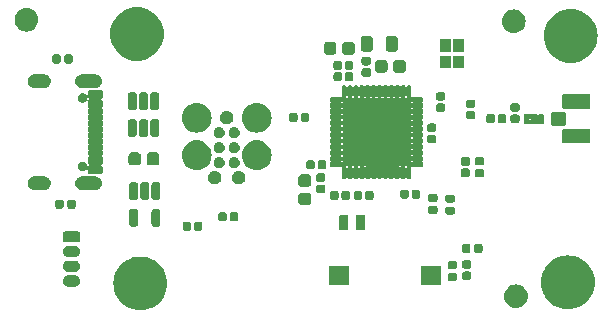
<source format=gbr>
%TF.GenerationSoftware,KiCad,Pcbnew,7.0.8*%
%TF.CreationDate,2024-01-29T14:11:28+05:30*%
%TF.ProjectId,stm32_ble,73746d33-325f-4626-9c65-2e6b69636164,Version : 1*%
%TF.SameCoordinates,PX6eac850PY632ea00*%
%TF.FileFunction,Soldermask,Top*%
%TF.FilePolarity,Negative*%
%FSLAX46Y46*%
G04 Gerber Fmt 4.6, Leading zero omitted, Abs format (unit mm)*
G04 Created by KiCad (PCBNEW 7.0.8) date 2024-01-29 14:11:28*
%MOMM*%
%LPD*%
G01*
G04 APERTURE LIST*
G04 APERTURE END LIST*
G36*
X11497600Y5630494D02*
G01*
X11790107Y5572311D01*
X12072518Y5476445D01*
X12340000Y5344538D01*
X12587976Y5178846D01*
X12812203Y4982203D01*
X13008846Y4757976D01*
X13174538Y4510000D01*
X13306445Y4242518D01*
X13402311Y3960107D01*
X13460494Y3667600D01*
X13480000Y3370000D01*
X13460494Y3072400D01*
X13402311Y2779893D01*
X13306445Y2497482D01*
X13174538Y2230000D01*
X13008846Y1982024D01*
X12812203Y1757797D01*
X12587976Y1561154D01*
X12340000Y1395462D01*
X12072518Y1263555D01*
X11790107Y1167689D01*
X11497600Y1109506D01*
X11200000Y1090000D01*
X10902400Y1109506D01*
X10609893Y1167689D01*
X10327482Y1263555D01*
X10060000Y1395462D01*
X9812024Y1561154D01*
X9587797Y1757797D01*
X9391154Y1982024D01*
X9225462Y2230000D01*
X9093555Y2497482D01*
X8997689Y2779893D01*
X8939506Y3072400D01*
X8920000Y3370000D01*
X8939506Y3667600D01*
X8997689Y3960107D01*
X9093555Y4242518D01*
X9225462Y4510000D01*
X9391154Y4757976D01*
X9587797Y4982203D01*
X9812024Y5178846D01*
X10060000Y5344538D01*
X10327482Y5476445D01*
X10609893Y5572311D01*
X10902400Y5630494D01*
X11200000Y5650000D01*
X11497600Y5630494D01*
G37*
G36*
X47690874Y5737220D02*
G01*
X47983381Y5679037D01*
X48265792Y5583171D01*
X48533274Y5451264D01*
X48781250Y5285572D01*
X49005477Y5088929D01*
X49202120Y4864702D01*
X49367812Y4616726D01*
X49499719Y4349244D01*
X49595585Y4066833D01*
X49653768Y3774326D01*
X49673274Y3476726D01*
X49653768Y3179126D01*
X49595585Y2886619D01*
X49499719Y2604208D01*
X49367812Y2336726D01*
X49202120Y2088750D01*
X49005477Y1864523D01*
X48781250Y1667880D01*
X48533274Y1502188D01*
X48265792Y1370281D01*
X47983381Y1274415D01*
X47690874Y1216232D01*
X47393274Y1196726D01*
X47095674Y1216232D01*
X46803167Y1274415D01*
X46520756Y1370281D01*
X46253274Y1502188D01*
X46005298Y1667880D01*
X45781071Y1864523D01*
X45584428Y2088750D01*
X45418736Y2336726D01*
X45286829Y2604208D01*
X45190963Y2886619D01*
X45132780Y3179126D01*
X45113274Y3476726D01*
X45132780Y3774326D01*
X45190963Y4066833D01*
X45286829Y4349244D01*
X45418736Y4616726D01*
X45584428Y4864702D01*
X45781071Y5088929D01*
X46005298Y5285572D01*
X46253274Y5451264D01*
X46520756Y5583171D01*
X46803167Y5679037D01*
X47095674Y5737220D01*
X47393274Y5756726D01*
X47690874Y5737220D01*
G37*
G36*
X43195090Y3280785D02*
G01*
X43382683Y3223880D01*
X43555570Y3131470D01*
X43707107Y3007107D01*
X43831470Y2855570D01*
X43923880Y2682683D01*
X43980785Y2495090D01*
X44000000Y2300000D01*
X43980785Y2104910D01*
X43923880Y1917317D01*
X43831470Y1744430D01*
X43707107Y1592893D01*
X43555570Y1468530D01*
X43382683Y1376120D01*
X43195090Y1319215D01*
X43000000Y1300000D01*
X42804910Y1319215D01*
X42617317Y1376120D01*
X42444430Y1468530D01*
X42292893Y1592893D01*
X42168530Y1744430D01*
X42076120Y1917317D01*
X42019215Y2104910D01*
X42000000Y2300000D01*
X42019215Y2495090D01*
X42076120Y2682683D01*
X42168530Y2855570D01*
X42292893Y3007107D01*
X42444430Y3131470D01*
X42617317Y3223880D01*
X42804910Y3280785D01*
X43000000Y3300000D01*
X43195090Y3280785D01*
G37*
G36*
X5621933Y4059723D02*
G01*
X5683195Y4055532D01*
X5717047Y4046047D01*
X5755232Y4040557D01*
X5784743Y4027080D01*
X5810996Y4019724D01*
X5841597Y4001116D01*
X5879508Y3983802D01*
X5901722Y3964553D01*
X5922551Y3951887D01*
X5948901Y3923672D01*
X5982760Y3894333D01*
X5997010Y3872159D01*
X6011665Y3856467D01*
X6030687Y3819756D01*
X6056623Y3779399D01*
X6063192Y3757025D01*
X6071732Y3740545D01*
X6080689Y3697435D01*
X6095114Y3648311D01*
X6095114Y3628019D01*
X6098294Y3612715D01*
X6095114Y3566222D01*
X6095114Y3511689D01*
X6090251Y3495129D01*
X6089385Y3482461D01*
X6072969Y3436272D01*
X6056623Y3380601D01*
X6048929Y3368630D01*
X6045664Y3359441D01*
X6016193Y3317692D01*
X5982760Y3265667D01*
X5974290Y3258328D01*
X5970372Y3252777D01*
X5929653Y3219650D01*
X5879508Y3176198D01*
X5872069Y3172801D01*
X5869095Y3170381D01*
X5821562Y3149736D01*
X5755232Y3119443D01*
X5750134Y3118711D01*
X5749342Y3118366D01*
X5712944Y3113364D01*
X5620000Y3100000D01*
X5615724Y3100000D01*
X5122131Y3100000D01*
X5120000Y3100000D01*
X5118065Y3100279D01*
X5056804Y3104469D01*
X5022957Y3113953D01*
X4984768Y3119443D01*
X4955252Y3132923D01*
X4929003Y3140277D01*
X4898405Y3158884D01*
X4860492Y3176198D01*
X4838275Y3195449D01*
X4817448Y3208114D01*
X4791097Y3236329D01*
X4757240Y3265667D01*
X4742989Y3287842D01*
X4728334Y3303534D01*
X4709309Y3340249D01*
X4683377Y3380601D01*
X4676807Y3402973D01*
X4668267Y3419456D01*
X4659307Y3462575D01*
X4644886Y3511689D01*
X4644886Y3531978D01*
X4641705Y3547286D01*
X4644886Y3593794D01*
X4644886Y3648311D01*
X4649747Y3664867D01*
X4650614Y3677540D01*
X4667037Y3723751D01*
X4683377Y3779399D01*
X4691067Y3791366D01*
X4694335Y3800560D01*
X4723823Y3842336D01*
X4757240Y3894333D01*
X4765705Y3901669D01*
X4769627Y3907224D01*
X4810380Y3940381D01*
X4860492Y3983802D01*
X4867925Y3987197D01*
X4870904Y3989620D01*
X4918502Y4010295D01*
X4984768Y4040557D01*
X4989860Y4041290D01*
X4990657Y4041635D01*
X5027186Y4046656D01*
X5120000Y4060000D01*
X5620000Y4060000D01*
X5621933Y4059723D01*
G37*
G36*
X28805615Y4853910D02*
G01*
X28831569Y4836569D01*
X28848910Y4810615D01*
X28855000Y4780000D01*
X28855000Y3280000D01*
X28848910Y3249385D01*
X28831569Y3223431D01*
X28805615Y3206090D01*
X28775000Y3200000D01*
X27275000Y3200000D01*
X27244385Y3206090D01*
X27218431Y3223431D01*
X27201090Y3249385D01*
X27195000Y3280000D01*
X27195000Y4780000D01*
X27201090Y4810615D01*
X27218431Y4836569D01*
X27244385Y4853910D01*
X27275000Y4860000D01*
X28775000Y4860000D01*
X28805615Y4853910D01*
G37*
G36*
X36605615Y4853910D02*
G01*
X36631569Y4836569D01*
X36648910Y4810615D01*
X36655000Y4780000D01*
X36655000Y3280000D01*
X36648910Y3249385D01*
X36631569Y3223431D01*
X36605615Y3206090D01*
X36575000Y3200000D01*
X35075000Y3200000D01*
X35044385Y3206090D01*
X35018431Y3223431D01*
X35001090Y3249385D01*
X34995000Y3280000D01*
X34995000Y4780000D01*
X35001090Y4810615D01*
X35018431Y4836569D01*
X35044385Y4853910D01*
X35075000Y4860000D01*
X36575000Y4860000D01*
X36605615Y4853910D01*
G37*
G36*
X37810062Y4258993D02*
G01*
X37851939Y4254135D01*
X37866247Y4247817D01*
X37887277Y4243634D01*
X37909791Y4228591D01*
X37925895Y4221480D01*
X37936893Y4210482D01*
X37957028Y4197028D01*
X37970481Y4176894D01*
X37981479Y4165896D01*
X37988589Y4149794D01*
X38003634Y4127277D01*
X38007817Y4106246D01*
X38014134Y4091940D01*
X38018991Y4050073D01*
X38020000Y4045000D01*
X38020000Y3775000D01*
X38018990Y3769926D01*
X38014134Y3728061D01*
X38007817Y3713757D01*
X38003634Y3692723D01*
X37988587Y3670205D01*
X37981479Y3654105D01*
X37970483Y3643110D01*
X37957028Y3622972D01*
X37936890Y3609517D01*
X37925895Y3598521D01*
X37909795Y3591413D01*
X37887277Y3576366D01*
X37866243Y3572183D01*
X37851939Y3565866D01*
X37810073Y3561010D01*
X37805000Y3560000D01*
X37435000Y3560000D01*
X37429926Y3561010D01*
X37388060Y3565866D01*
X37373754Y3572183D01*
X37352723Y3576366D01*
X37330206Y3591411D01*
X37314104Y3598521D01*
X37303106Y3609519D01*
X37282972Y3622972D01*
X37269518Y3643107D01*
X37258520Y3654105D01*
X37251409Y3670209D01*
X37236366Y3692723D01*
X37232183Y3713753D01*
X37225865Y3728061D01*
X37221006Y3769939D01*
X37220000Y3775000D01*
X37220000Y4045000D01*
X37221006Y4050062D01*
X37225865Y4091940D01*
X37232183Y4106250D01*
X37236366Y4127277D01*
X37251408Y4149790D01*
X37258520Y4165896D01*
X37269520Y4176897D01*
X37282972Y4197028D01*
X37303103Y4210480D01*
X37314104Y4221480D01*
X37330210Y4228592D01*
X37352723Y4243634D01*
X37373750Y4247817D01*
X37388060Y4254135D01*
X37429939Y4258994D01*
X37435000Y4260000D01*
X37805000Y4260000D01*
X37810062Y4258993D01*
G37*
G36*
X38995062Y4383993D02*
G01*
X39038083Y4379002D01*
X39052783Y4372512D01*
X39074190Y4368253D01*
X39097106Y4352941D01*
X39113720Y4345605D01*
X39125066Y4334259D01*
X39145563Y4320563D01*
X39159258Y4300067D01*
X39170604Y4288721D01*
X39177938Y4272110D01*
X39193253Y4249190D01*
X39197511Y4227781D01*
X39204001Y4213084D01*
X39208990Y4170074D01*
X39210000Y4165000D01*
X39210000Y3885000D01*
X39208990Y3879926D01*
X39204001Y3836917D01*
X39197512Y3822221D01*
X39193253Y3800810D01*
X39177937Y3777889D01*
X39170604Y3761280D01*
X39159260Y3749937D01*
X39145563Y3729437D01*
X39125063Y3715740D01*
X39113720Y3704396D01*
X39097111Y3697063D01*
X39074190Y3681747D01*
X39052779Y3677488D01*
X39038083Y3670999D01*
X38995073Y3666010D01*
X38990000Y3665000D01*
X38650000Y3665000D01*
X38644926Y3666010D01*
X38601916Y3670999D01*
X38587219Y3677489D01*
X38565810Y3681747D01*
X38542890Y3697062D01*
X38526279Y3704396D01*
X38514933Y3715742D01*
X38494437Y3729437D01*
X38480741Y3749934D01*
X38469395Y3761280D01*
X38462059Y3777894D01*
X38446747Y3800810D01*
X38442488Y3822217D01*
X38435998Y3836917D01*
X38431007Y3879938D01*
X38430000Y3885000D01*
X38430000Y4165000D01*
X38431006Y4170062D01*
X38435998Y4213084D01*
X38442489Y4227786D01*
X38446747Y4249190D01*
X38462058Y4272105D01*
X38469395Y4288721D01*
X38480743Y4300070D01*
X38494437Y4320563D01*
X38514930Y4334257D01*
X38526279Y4345605D01*
X38542895Y4352942D01*
X38565810Y4368253D01*
X38587214Y4372511D01*
X38601916Y4379002D01*
X38644939Y4383994D01*
X38650000Y4385000D01*
X38990000Y4385000D01*
X38995062Y4383993D01*
G37*
G36*
X5621933Y5309723D02*
G01*
X5683195Y5305532D01*
X5717047Y5296047D01*
X5755232Y5290557D01*
X5784743Y5277080D01*
X5810996Y5269724D01*
X5841597Y5251116D01*
X5879508Y5233802D01*
X5901722Y5214553D01*
X5922551Y5201887D01*
X5948901Y5173672D01*
X5982760Y5144333D01*
X5997010Y5122159D01*
X6011665Y5106467D01*
X6030687Y5069756D01*
X6056623Y5029399D01*
X6063192Y5007025D01*
X6071732Y4990545D01*
X6080689Y4947435D01*
X6095114Y4898311D01*
X6095114Y4878019D01*
X6098294Y4862715D01*
X6095114Y4816222D01*
X6095114Y4761689D01*
X6090251Y4745129D01*
X6089385Y4732461D01*
X6072969Y4686272D01*
X6056623Y4630601D01*
X6048929Y4618630D01*
X6045664Y4609441D01*
X6016193Y4567692D01*
X5982760Y4515667D01*
X5974290Y4508328D01*
X5970372Y4502777D01*
X5929653Y4469650D01*
X5879508Y4426198D01*
X5872069Y4422801D01*
X5869095Y4420381D01*
X5821562Y4399736D01*
X5755232Y4369443D01*
X5750134Y4368711D01*
X5749342Y4368366D01*
X5712944Y4363364D01*
X5620000Y4350000D01*
X5615724Y4350000D01*
X5122131Y4350000D01*
X5120000Y4350000D01*
X5118065Y4350279D01*
X5056804Y4354469D01*
X5022957Y4363953D01*
X4984768Y4369443D01*
X4955252Y4382923D01*
X4929003Y4390277D01*
X4898405Y4408884D01*
X4860492Y4426198D01*
X4838275Y4445449D01*
X4817448Y4458114D01*
X4791097Y4486329D01*
X4757240Y4515667D01*
X4742989Y4537842D01*
X4728334Y4553534D01*
X4709309Y4590249D01*
X4683377Y4630601D01*
X4676807Y4652973D01*
X4668267Y4669456D01*
X4659307Y4712575D01*
X4644886Y4761689D01*
X4644886Y4781978D01*
X4641705Y4797286D01*
X4644886Y4843794D01*
X4644886Y4898311D01*
X4649747Y4914867D01*
X4650614Y4927540D01*
X4667037Y4973751D01*
X4683377Y5029399D01*
X4691067Y5041366D01*
X4694335Y5050560D01*
X4723823Y5092336D01*
X4757240Y5144333D01*
X4765705Y5151669D01*
X4769627Y5157224D01*
X4810380Y5190381D01*
X4860492Y5233802D01*
X4867925Y5237197D01*
X4870904Y5239620D01*
X4918502Y5260295D01*
X4984768Y5290557D01*
X4989860Y5291290D01*
X4990657Y5291635D01*
X5027186Y5296656D01*
X5120000Y5310000D01*
X5620000Y5310000D01*
X5621933Y5309723D01*
G37*
G36*
X37810062Y5278993D02*
G01*
X37851939Y5274135D01*
X37866247Y5267817D01*
X37887277Y5263634D01*
X37909791Y5248591D01*
X37925895Y5241480D01*
X37936893Y5230482D01*
X37957028Y5217028D01*
X37970481Y5196894D01*
X37981479Y5185896D01*
X37988589Y5169794D01*
X38003634Y5147277D01*
X38007817Y5126246D01*
X38014134Y5111940D01*
X38018991Y5070073D01*
X38020000Y5065000D01*
X38020000Y4795000D01*
X38018990Y4789926D01*
X38014134Y4748061D01*
X38007817Y4733757D01*
X38003634Y4712723D01*
X37988587Y4690205D01*
X37981479Y4674105D01*
X37970483Y4663110D01*
X37957028Y4642972D01*
X37936890Y4629517D01*
X37925895Y4618521D01*
X37909795Y4611413D01*
X37887277Y4596366D01*
X37866243Y4592183D01*
X37851939Y4585866D01*
X37810073Y4581010D01*
X37805000Y4580000D01*
X37435000Y4580000D01*
X37429926Y4581010D01*
X37388060Y4585866D01*
X37373754Y4592183D01*
X37352723Y4596366D01*
X37330206Y4611411D01*
X37314104Y4618521D01*
X37303106Y4629519D01*
X37282972Y4642972D01*
X37269518Y4663107D01*
X37258520Y4674105D01*
X37251409Y4690209D01*
X37236366Y4712723D01*
X37232183Y4733753D01*
X37225865Y4748061D01*
X37221006Y4789939D01*
X37220000Y4795000D01*
X37220000Y5065000D01*
X37221006Y5070062D01*
X37225865Y5111940D01*
X37232183Y5126250D01*
X37236366Y5147277D01*
X37251408Y5169790D01*
X37258520Y5185896D01*
X37269520Y5196897D01*
X37282972Y5217028D01*
X37303103Y5230480D01*
X37314104Y5241480D01*
X37330210Y5248592D01*
X37352723Y5263634D01*
X37373750Y5267817D01*
X37388060Y5274135D01*
X37429939Y5278994D01*
X37435000Y5280000D01*
X37805000Y5280000D01*
X37810062Y5278993D01*
G37*
G36*
X38995062Y5343993D02*
G01*
X39038083Y5339002D01*
X39052783Y5332512D01*
X39074190Y5328253D01*
X39097106Y5312941D01*
X39113720Y5305605D01*
X39125066Y5294259D01*
X39145563Y5280563D01*
X39159258Y5260067D01*
X39170604Y5248721D01*
X39177938Y5232110D01*
X39193253Y5209190D01*
X39197511Y5187781D01*
X39204001Y5173084D01*
X39208990Y5130074D01*
X39210000Y5125000D01*
X39210000Y4845000D01*
X39208990Y4839926D01*
X39204001Y4796917D01*
X39197512Y4782221D01*
X39193253Y4760810D01*
X39177937Y4737889D01*
X39170604Y4721280D01*
X39159260Y4709937D01*
X39145563Y4689437D01*
X39125063Y4675740D01*
X39113720Y4664396D01*
X39097111Y4657063D01*
X39074190Y4641747D01*
X39052779Y4637488D01*
X39038083Y4630999D01*
X38995073Y4626010D01*
X38990000Y4625000D01*
X38650000Y4625000D01*
X38644926Y4626010D01*
X38601916Y4630999D01*
X38587219Y4637489D01*
X38565810Y4641747D01*
X38542890Y4657062D01*
X38526279Y4664396D01*
X38514933Y4675742D01*
X38494437Y4689437D01*
X38480741Y4709934D01*
X38469395Y4721280D01*
X38462059Y4737894D01*
X38446747Y4760810D01*
X38442488Y4782217D01*
X38435998Y4796917D01*
X38431007Y4839938D01*
X38430000Y4845000D01*
X38430000Y5125000D01*
X38431006Y5130062D01*
X38435998Y5173084D01*
X38442489Y5187786D01*
X38446747Y5209190D01*
X38462058Y5232105D01*
X38469395Y5248721D01*
X38480743Y5260070D01*
X38494437Y5280563D01*
X38514930Y5294257D01*
X38526279Y5305605D01*
X38542895Y5312942D01*
X38565810Y5328253D01*
X38587214Y5332511D01*
X38601916Y5339002D01*
X38644939Y5343994D01*
X38650000Y5345000D01*
X38990000Y5345000D01*
X38995062Y5343993D01*
G37*
G36*
X5621933Y6559723D02*
G01*
X5683195Y6555532D01*
X5717047Y6546047D01*
X5755232Y6540557D01*
X5784743Y6527080D01*
X5810996Y6519724D01*
X5841597Y6501116D01*
X5879508Y6483802D01*
X5901722Y6464553D01*
X5922551Y6451887D01*
X5948901Y6423672D01*
X5982760Y6394333D01*
X5997010Y6372159D01*
X6011665Y6356467D01*
X6030687Y6319756D01*
X6056623Y6279399D01*
X6063192Y6257025D01*
X6071732Y6240545D01*
X6080689Y6197435D01*
X6095114Y6148311D01*
X6095114Y6128019D01*
X6098294Y6112715D01*
X6095114Y6066222D01*
X6095114Y6011689D01*
X6090251Y5995129D01*
X6089385Y5982461D01*
X6072969Y5936272D01*
X6056623Y5880601D01*
X6048929Y5868630D01*
X6045664Y5859441D01*
X6016193Y5817692D01*
X5982760Y5765667D01*
X5974290Y5758328D01*
X5970372Y5752777D01*
X5929653Y5719650D01*
X5879508Y5676198D01*
X5872069Y5672801D01*
X5869095Y5670381D01*
X5821562Y5649736D01*
X5755232Y5619443D01*
X5750134Y5618711D01*
X5749342Y5618366D01*
X5712944Y5613364D01*
X5620000Y5600000D01*
X5615724Y5600000D01*
X5122131Y5600000D01*
X5120000Y5600000D01*
X5118065Y5600279D01*
X5056804Y5604469D01*
X5022957Y5613953D01*
X4984768Y5619443D01*
X4955252Y5632923D01*
X4929003Y5640277D01*
X4898405Y5658884D01*
X4860492Y5676198D01*
X4838275Y5695449D01*
X4817448Y5708114D01*
X4791097Y5736329D01*
X4757240Y5765667D01*
X4742989Y5787842D01*
X4728334Y5803534D01*
X4709309Y5840249D01*
X4683377Y5880601D01*
X4676807Y5902973D01*
X4668267Y5919456D01*
X4659307Y5962575D01*
X4644886Y6011689D01*
X4644886Y6031978D01*
X4641705Y6047286D01*
X4644886Y6093794D01*
X4644886Y6148311D01*
X4649747Y6164867D01*
X4650614Y6177540D01*
X4667037Y6223751D01*
X4683377Y6279399D01*
X4691067Y6291366D01*
X4694335Y6300560D01*
X4723823Y6342336D01*
X4757240Y6394333D01*
X4765705Y6401669D01*
X4769627Y6407224D01*
X4810380Y6440381D01*
X4860492Y6483802D01*
X4867925Y6487197D01*
X4870904Y6489620D01*
X4918502Y6510295D01*
X4984768Y6540557D01*
X4989860Y6541290D01*
X4990657Y6541635D01*
X5027186Y6546656D01*
X5120000Y6560000D01*
X5620000Y6560000D01*
X5621933Y6559723D01*
G37*
G36*
X38940062Y6728993D02*
G01*
X38981939Y6724135D01*
X38996247Y6717817D01*
X39017277Y6713634D01*
X39039791Y6698591D01*
X39055895Y6691480D01*
X39066893Y6680482D01*
X39087028Y6667028D01*
X39100481Y6646894D01*
X39111479Y6635896D01*
X39118589Y6619794D01*
X39133634Y6597277D01*
X39137817Y6576246D01*
X39144134Y6561940D01*
X39148991Y6520073D01*
X39150000Y6515000D01*
X39150000Y6145000D01*
X39148990Y6139926D01*
X39144134Y6098061D01*
X39137817Y6083757D01*
X39133634Y6062723D01*
X39118587Y6040205D01*
X39111479Y6024105D01*
X39100483Y6013110D01*
X39087028Y5992972D01*
X39066890Y5979517D01*
X39055895Y5968521D01*
X39039795Y5961413D01*
X39017277Y5946366D01*
X38996243Y5942183D01*
X38981939Y5935866D01*
X38940073Y5931010D01*
X38935000Y5930000D01*
X38665000Y5930000D01*
X38659926Y5931010D01*
X38618060Y5935866D01*
X38603754Y5942183D01*
X38582723Y5946366D01*
X38560206Y5961411D01*
X38544104Y5968521D01*
X38533106Y5979519D01*
X38512972Y5992972D01*
X38499518Y6013107D01*
X38488520Y6024105D01*
X38481409Y6040209D01*
X38466366Y6062723D01*
X38462183Y6083753D01*
X38455865Y6098061D01*
X38451006Y6139939D01*
X38450000Y6145000D01*
X38450000Y6515000D01*
X38451006Y6520062D01*
X38455865Y6561940D01*
X38462183Y6576250D01*
X38466366Y6597277D01*
X38481408Y6619790D01*
X38488520Y6635896D01*
X38499520Y6646897D01*
X38512972Y6667028D01*
X38533103Y6680480D01*
X38544104Y6691480D01*
X38560210Y6698592D01*
X38582723Y6713634D01*
X38603750Y6717817D01*
X38618060Y6724135D01*
X38659939Y6728994D01*
X38665000Y6730000D01*
X38935000Y6730000D01*
X38940062Y6728993D01*
G37*
G36*
X39960062Y6728993D02*
G01*
X40001939Y6724135D01*
X40016247Y6717817D01*
X40037277Y6713634D01*
X40059791Y6698591D01*
X40075895Y6691480D01*
X40086893Y6680482D01*
X40107028Y6667028D01*
X40120481Y6646894D01*
X40131479Y6635896D01*
X40138589Y6619794D01*
X40153634Y6597277D01*
X40157817Y6576246D01*
X40164134Y6561940D01*
X40168991Y6520073D01*
X40170000Y6515000D01*
X40170000Y6145000D01*
X40168990Y6139926D01*
X40164134Y6098061D01*
X40157817Y6083757D01*
X40153634Y6062723D01*
X40138587Y6040205D01*
X40131479Y6024105D01*
X40120483Y6013110D01*
X40107028Y5992972D01*
X40086890Y5979517D01*
X40075895Y5968521D01*
X40059795Y5961413D01*
X40037277Y5946366D01*
X40016243Y5942183D01*
X40001939Y5935866D01*
X39960073Y5931010D01*
X39955000Y5930000D01*
X39685000Y5930000D01*
X39679926Y5931010D01*
X39638060Y5935866D01*
X39623754Y5942183D01*
X39602723Y5946366D01*
X39580206Y5961411D01*
X39564104Y5968521D01*
X39553106Y5979519D01*
X39532972Y5992972D01*
X39519518Y6013107D01*
X39508520Y6024105D01*
X39501409Y6040209D01*
X39486366Y6062723D01*
X39482183Y6083753D01*
X39475865Y6098061D01*
X39471006Y6139939D01*
X39470000Y6145000D01*
X39470000Y6515000D01*
X39471006Y6520062D01*
X39475865Y6561940D01*
X39482183Y6576250D01*
X39486366Y6597277D01*
X39501408Y6619790D01*
X39508520Y6635896D01*
X39519520Y6646897D01*
X39532972Y6667028D01*
X39553103Y6680480D01*
X39564104Y6691480D01*
X39580210Y6698592D01*
X39602723Y6713634D01*
X39623750Y6717817D01*
X39638060Y6724135D01*
X39679939Y6728994D01*
X39685000Y6730000D01*
X39955000Y6730000D01*
X39960062Y6728993D01*
G37*
G36*
X5884106Y7802563D02*
G01*
X5889078Y7800368D01*
X5890950Y7800121D01*
X5914376Y7789197D01*
X5978238Y7760999D01*
X6050999Y7688238D01*
X6079206Y7624356D01*
X6090120Y7600951D01*
X6090366Y7599082D01*
X6092563Y7594106D01*
X6100000Y7530000D01*
X6100000Y7130000D01*
X6092563Y7065894D01*
X6090365Y7060919D01*
X6090120Y7059050D01*
X6079214Y7035664D01*
X6050999Y6971762D01*
X5978238Y6899001D01*
X5914336Y6870786D01*
X5890950Y6859880D01*
X5889081Y6859635D01*
X5884106Y6857437D01*
X5820000Y6850000D01*
X4920000Y6850000D01*
X4855894Y6857437D01*
X4850918Y6859634D01*
X4849049Y6859880D01*
X4825644Y6870794D01*
X4761762Y6899001D01*
X4689001Y6971762D01*
X4660803Y7035624D01*
X4649879Y7059050D01*
X4649632Y7060922D01*
X4647437Y7065894D01*
X4640000Y7130000D01*
X4640000Y7530000D01*
X4647437Y7594106D01*
X4649632Y7599079D01*
X4649879Y7600951D01*
X4660811Y7624396D01*
X4689001Y7688238D01*
X4761762Y7760999D01*
X4825604Y7789189D01*
X4849049Y7800121D01*
X4850921Y7800368D01*
X4855894Y7802563D01*
X4920000Y7810000D01*
X5820000Y7810000D01*
X5884106Y7802563D01*
G37*
G36*
X15285062Y8598993D02*
G01*
X15328083Y8594002D01*
X15342783Y8587512D01*
X15364190Y8583253D01*
X15387106Y8567941D01*
X15403720Y8560605D01*
X15415066Y8549259D01*
X15435563Y8535563D01*
X15449258Y8515067D01*
X15460604Y8503721D01*
X15467938Y8487110D01*
X15483253Y8464190D01*
X15487511Y8442781D01*
X15494001Y8428084D01*
X15498991Y8385073D01*
X15500000Y8380000D01*
X15500000Y8040000D01*
X15498990Y8034926D01*
X15494001Y7991917D01*
X15487512Y7977221D01*
X15483253Y7955810D01*
X15467937Y7932889D01*
X15460604Y7916280D01*
X15449260Y7904937D01*
X15435563Y7884437D01*
X15415063Y7870740D01*
X15403720Y7859396D01*
X15387111Y7852063D01*
X15364190Y7836747D01*
X15342779Y7832488D01*
X15328083Y7825999D01*
X15285074Y7821010D01*
X15280000Y7820000D01*
X15000000Y7820000D01*
X14994926Y7821010D01*
X14951916Y7825999D01*
X14937219Y7832489D01*
X14915810Y7836747D01*
X14892890Y7852062D01*
X14876279Y7859396D01*
X14864933Y7870742D01*
X14844437Y7884437D01*
X14830741Y7904934D01*
X14819395Y7916280D01*
X14812059Y7932894D01*
X14796747Y7955810D01*
X14792488Y7977217D01*
X14785998Y7991917D01*
X14781006Y8034939D01*
X14780000Y8040000D01*
X14780000Y8380000D01*
X14781006Y8385062D01*
X14785998Y8428084D01*
X14792489Y8442786D01*
X14796747Y8464190D01*
X14812058Y8487105D01*
X14819395Y8503721D01*
X14830743Y8515070D01*
X14844437Y8535563D01*
X14864930Y8549257D01*
X14876279Y8560605D01*
X14892895Y8567942D01*
X14915810Y8583253D01*
X14937214Y8587511D01*
X14951916Y8594002D01*
X14994938Y8598994D01*
X15000000Y8600000D01*
X15280000Y8600000D01*
X15285062Y8598993D01*
G37*
G36*
X16245062Y8598993D02*
G01*
X16288083Y8594002D01*
X16302783Y8587512D01*
X16324190Y8583253D01*
X16347106Y8567941D01*
X16363720Y8560605D01*
X16375066Y8549259D01*
X16395563Y8535563D01*
X16409258Y8515067D01*
X16420604Y8503721D01*
X16427938Y8487110D01*
X16443253Y8464190D01*
X16447511Y8442781D01*
X16454001Y8428084D01*
X16458991Y8385073D01*
X16460000Y8380000D01*
X16460000Y8040000D01*
X16458990Y8034926D01*
X16454001Y7991917D01*
X16447512Y7977221D01*
X16443253Y7955810D01*
X16427937Y7932889D01*
X16420604Y7916280D01*
X16409260Y7904937D01*
X16395563Y7884437D01*
X16375063Y7870740D01*
X16363720Y7859396D01*
X16347111Y7852063D01*
X16324190Y7836747D01*
X16302779Y7832488D01*
X16288083Y7825999D01*
X16245074Y7821010D01*
X16240000Y7820000D01*
X15960000Y7820000D01*
X15954926Y7821010D01*
X15911916Y7825999D01*
X15897219Y7832489D01*
X15875810Y7836747D01*
X15852890Y7852062D01*
X15836279Y7859396D01*
X15824933Y7870742D01*
X15804437Y7884437D01*
X15790741Y7904934D01*
X15779395Y7916280D01*
X15772059Y7932894D01*
X15756747Y7955810D01*
X15752488Y7977217D01*
X15745998Y7991917D01*
X15741006Y8034939D01*
X15740000Y8040000D01*
X15740000Y8380000D01*
X15741006Y8385062D01*
X15745998Y8428084D01*
X15752489Y8442786D01*
X15756747Y8464190D01*
X15772058Y8487105D01*
X15779395Y8503721D01*
X15790743Y8515070D01*
X15804437Y8535563D01*
X15824930Y8549257D01*
X15836279Y8560605D01*
X15852895Y8567942D01*
X15875810Y8583253D01*
X15897214Y8587511D01*
X15911916Y8594002D01*
X15954938Y8598994D01*
X15960000Y8600000D01*
X16240000Y8600000D01*
X16245062Y8598993D01*
G37*
G36*
X28750615Y9153910D02*
G01*
X28776569Y9136569D01*
X28793910Y9110615D01*
X28800000Y9080000D01*
X28800000Y7980000D01*
X28793910Y7949385D01*
X28776569Y7923431D01*
X28750615Y7906090D01*
X28720000Y7900000D01*
X28120000Y7900000D01*
X28089385Y7906090D01*
X28063431Y7923431D01*
X28046090Y7949385D01*
X28040000Y7980000D01*
X28040000Y9080000D01*
X28046090Y9110615D01*
X28063431Y9136569D01*
X28089385Y9153910D01*
X28120000Y9160000D01*
X28720000Y9160000D01*
X28750615Y9153910D01*
G37*
G36*
X30150615Y9153910D02*
G01*
X30176569Y9136569D01*
X30193910Y9110615D01*
X30200000Y9080000D01*
X30200000Y7980000D01*
X30193910Y7949385D01*
X30176569Y7923431D01*
X30150615Y7906090D01*
X30120000Y7900000D01*
X29520000Y7900000D01*
X29489385Y7906090D01*
X29463431Y7923431D01*
X29446090Y7949385D01*
X29440000Y7980000D01*
X29440000Y9080000D01*
X29446090Y9110615D01*
X29463431Y9136569D01*
X29489385Y9153910D01*
X29520000Y9160000D01*
X30120000Y9160000D01*
X30150615Y9153910D01*
G37*
G36*
X10775060Y9671494D02*
G01*
X10820372Y9666237D01*
X10835855Y9659401D01*
X10858017Y9654992D01*
X10881743Y9639139D01*
X10899372Y9631355D01*
X10911410Y9619317D01*
X10932635Y9605135D01*
X10946816Y9583911D01*
X10958854Y9571873D01*
X10966636Y9554247D01*
X10982492Y9530517D01*
X10986900Y9508354D01*
X10993736Y9492873D01*
X10998991Y9447571D01*
X11000000Y9442500D01*
X11000000Y8417500D01*
X10998990Y8412428D01*
X10993736Y8367128D01*
X10986901Y8351649D01*
X10982492Y8329483D01*
X10966635Y8305752D01*
X10958854Y8288128D01*
X10946818Y8276093D01*
X10932635Y8254865D01*
X10911407Y8240682D01*
X10899372Y8228646D01*
X10881748Y8220865D01*
X10858017Y8205008D01*
X10835851Y8200599D01*
X10820372Y8193764D01*
X10775071Y8188509D01*
X10770000Y8187500D01*
X10470000Y8187500D01*
X10464928Y8188509D01*
X10419627Y8193764D01*
X10404146Y8200600D01*
X10381983Y8205008D01*
X10358253Y8220864D01*
X10340627Y8228646D01*
X10328589Y8240684D01*
X10307365Y8254865D01*
X10293183Y8276090D01*
X10281145Y8288128D01*
X10273361Y8305757D01*
X10257508Y8329483D01*
X10253099Y8351645D01*
X10246263Y8367128D01*
X10241006Y8412441D01*
X10240000Y8417500D01*
X10240000Y9442500D01*
X10241006Y9447560D01*
X10246263Y9492873D01*
X10253100Y9508358D01*
X10257508Y9530517D01*
X10273360Y9554242D01*
X10281145Y9571873D01*
X10293185Y9583914D01*
X10307365Y9605135D01*
X10328586Y9619315D01*
X10340627Y9631355D01*
X10358258Y9639140D01*
X10381983Y9654992D01*
X10404142Y9659400D01*
X10419627Y9666237D01*
X10464941Y9671494D01*
X10470000Y9672500D01*
X10770000Y9672500D01*
X10775060Y9671494D01*
G37*
G36*
X12675060Y9671494D02*
G01*
X12720372Y9666237D01*
X12735855Y9659401D01*
X12758017Y9654992D01*
X12781743Y9639139D01*
X12799372Y9631355D01*
X12811410Y9619317D01*
X12832635Y9605135D01*
X12846816Y9583911D01*
X12858854Y9571873D01*
X12866636Y9554247D01*
X12882492Y9530517D01*
X12886900Y9508354D01*
X12893736Y9492873D01*
X12898991Y9447571D01*
X12900000Y9442500D01*
X12900000Y8417500D01*
X12898990Y8412428D01*
X12893736Y8367128D01*
X12886901Y8351649D01*
X12882492Y8329483D01*
X12866635Y8305752D01*
X12858854Y8288128D01*
X12846818Y8276093D01*
X12832635Y8254865D01*
X12811407Y8240682D01*
X12799372Y8228646D01*
X12781748Y8220865D01*
X12758017Y8205008D01*
X12735851Y8200599D01*
X12720372Y8193764D01*
X12675071Y8188509D01*
X12670000Y8187500D01*
X12370000Y8187500D01*
X12364928Y8188509D01*
X12319627Y8193764D01*
X12304146Y8200600D01*
X12281983Y8205008D01*
X12258253Y8220864D01*
X12240627Y8228646D01*
X12228589Y8240684D01*
X12207365Y8254865D01*
X12193183Y8276090D01*
X12181145Y8288128D01*
X12173361Y8305757D01*
X12157508Y8329483D01*
X12153099Y8351645D01*
X12146263Y8367128D01*
X12141006Y8412441D01*
X12140000Y8417500D01*
X12140000Y9442500D01*
X12141006Y9447560D01*
X12146263Y9492873D01*
X12153100Y9508358D01*
X12157508Y9530517D01*
X12173360Y9554242D01*
X12181145Y9571873D01*
X12193185Y9583914D01*
X12207365Y9605135D01*
X12228586Y9619315D01*
X12240627Y9631355D01*
X12258258Y9639140D01*
X12281983Y9654992D01*
X12304142Y9659400D01*
X12319627Y9666237D01*
X12364941Y9671494D01*
X12370000Y9672500D01*
X12670000Y9672500D01*
X12675060Y9671494D01*
G37*
G36*
X18300062Y9398993D02*
G01*
X18343083Y9394002D01*
X18357783Y9387512D01*
X18379190Y9383253D01*
X18402106Y9367941D01*
X18418720Y9360605D01*
X18430066Y9349259D01*
X18450563Y9335563D01*
X18464258Y9315067D01*
X18475604Y9303721D01*
X18482938Y9287110D01*
X18498253Y9264190D01*
X18502511Y9242781D01*
X18509001Y9228084D01*
X18513991Y9185073D01*
X18515000Y9180000D01*
X18515000Y8840000D01*
X18513990Y8834926D01*
X18509001Y8791917D01*
X18502512Y8777221D01*
X18498253Y8755810D01*
X18482937Y8732889D01*
X18475604Y8716280D01*
X18464260Y8704937D01*
X18450563Y8684437D01*
X18430063Y8670740D01*
X18418720Y8659396D01*
X18402111Y8652063D01*
X18379190Y8636747D01*
X18357779Y8632488D01*
X18343083Y8625999D01*
X18300074Y8621010D01*
X18295000Y8620000D01*
X18015000Y8620000D01*
X18009926Y8621010D01*
X17966916Y8625999D01*
X17952219Y8632489D01*
X17930810Y8636747D01*
X17907890Y8652062D01*
X17891279Y8659396D01*
X17879933Y8670742D01*
X17859437Y8684437D01*
X17845741Y8704934D01*
X17834395Y8716280D01*
X17827059Y8732894D01*
X17811747Y8755810D01*
X17807488Y8777217D01*
X17800998Y8791917D01*
X17796006Y8834939D01*
X17795000Y8840000D01*
X17795000Y9180000D01*
X17796006Y9185062D01*
X17800998Y9228084D01*
X17807489Y9242786D01*
X17811747Y9264190D01*
X17827058Y9287105D01*
X17834395Y9303721D01*
X17845743Y9315070D01*
X17859437Y9335563D01*
X17879930Y9349257D01*
X17891279Y9360605D01*
X17907895Y9367942D01*
X17930810Y9383253D01*
X17952214Y9387511D01*
X17966916Y9394002D01*
X18009938Y9398994D01*
X18015000Y9400000D01*
X18295000Y9400000D01*
X18300062Y9398993D01*
G37*
G36*
X19260062Y9398993D02*
G01*
X19303083Y9394002D01*
X19317783Y9387512D01*
X19339190Y9383253D01*
X19362106Y9367941D01*
X19378720Y9360605D01*
X19390066Y9349259D01*
X19410563Y9335563D01*
X19424258Y9315067D01*
X19435604Y9303721D01*
X19442938Y9287110D01*
X19458253Y9264190D01*
X19462511Y9242781D01*
X19469001Y9228084D01*
X19473991Y9185073D01*
X19475000Y9180000D01*
X19475000Y8840000D01*
X19473990Y8834926D01*
X19469001Y8791917D01*
X19462512Y8777221D01*
X19458253Y8755810D01*
X19442937Y8732889D01*
X19435604Y8716280D01*
X19424260Y8704937D01*
X19410563Y8684437D01*
X19390063Y8670740D01*
X19378720Y8659396D01*
X19362111Y8652063D01*
X19339190Y8636747D01*
X19317779Y8632488D01*
X19303083Y8625999D01*
X19260074Y8621010D01*
X19255000Y8620000D01*
X18975000Y8620000D01*
X18969926Y8621010D01*
X18926916Y8625999D01*
X18912219Y8632489D01*
X18890810Y8636747D01*
X18867890Y8652062D01*
X18851279Y8659396D01*
X18839933Y8670742D01*
X18819437Y8684437D01*
X18805741Y8704934D01*
X18794395Y8716280D01*
X18787059Y8732894D01*
X18771747Y8755810D01*
X18767488Y8777217D01*
X18760998Y8791917D01*
X18756006Y8834939D01*
X18755000Y8840000D01*
X18755000Y9180000D01*
X18756006Y9185062D01*
X18760998Y9228084D01*
X18767489Y9242786D01*
X18771747Y9264190D01*
X18787058Y9287105D01*
X18794395Y9303721D01*
X18805743Y9315070D01*
X18819437Y9335563D01*
X18839930Y9349257D01*
X18851279Y9360605D01*
X18867895Y9367942D01*
X18890810Y9383253D01*
X18912214Y9387511D01*
X18926916Y9394002D01*
X18969938Y9398994D01*
X18975000Y9400000D01*
X19255000Y9400000D01*
X19260062Y9398993D01*
G37*
G36*
X37610062Y9878993D02*
G01*
X37651939Y9874135D01*
X37666247Y9867817D01*
X37687277Y9863634D01*
X37709791Y9848591D01*
X37725895Y9841480D01*
X37736893Y9830482D01*
X37757028Y9817028D01*
X37770481Y9796894D01*
X37781479Y9785896D01*
X37788589Y9769794D01*
X37803634Y9747277D01*
X37807817Y9726246D01*
X37814134Y9711940D01*
X37818991Y9670073D01*
X37820000Y9665000D01*
X37820000Y9395000D01*
X37818990Y9389926D01*
X37814134Y9348061D01*
X37807817Y9333757D01*
X37803634Y9312723D01*
X37788587Y9290205D01*
X37781479Y9274105D01*
X37770483Y9263110D01*
X37757028Y9242972D01*
X37736890Y9229517D01*
X37725895Y9218521D01*
X37709795Y9211413D01*
X37687277Y9196366D01*
X37666243Y9192183D01*
X37651939Y9185866D01*
X37610073Y9181010D01*
X37605000Y9180000D01*
X37235000Y9180000D01*
X37229926Y9181010D01*
X37188060Y9185866D01*
X37173754Y9192183D01*
X37152723Y9196366D01*
X37130206Y9211411D01*
X37114104Y9218521D01*
X37103106Y9229519D01*
X37082972Y9242972D01*
X37069518Y9263107D01*
X37058520Y9274105D01*
X37051409Y9290209D01*
X37036366Y9312723D01*
X37032183Y9333753D01*
X37025865Y9348061D01*
X37021006Y9389939D01*
X37020000Y9395000D01*
X37020000Y9665000D01*
X37021006Y9670062D01*
X37025865Y9711940D01*
X37032183Y9726250D01*
X37036366Y9747277D01*
X37051408Y9769790D01*
X37058520Y9785896D01*
X37069520Y9796897D01*
X37082972Y9817028D01*
X37103103Y9830480D01*
X37114104Y9841480D01*
X37130210Y9848592D01*
X37152723Y9863634D01*
X37173750Y9867817D01*
X37188060Y9874135D01*
X37229939Y9878994D01*
X37235000Y9880000D01*
X37605000Y9880000D01*
X37610062Y9878993D01*
G37*
G36*
X36160062Y9948993D02*
G01*
X36201939Y9944135D01*
X36216247Y9937817D01*
X36237277Y9933634D01*
X36259791Y9918591D01*
X36275895Y9911480D01*
X36286893Y9900482D01*
X36307028Y9887028D01*
X36320481Y9866894D01*
X36331479Y9855896D01*
X36338589Y9839794D01*
X36353634Y9817277D01*
X36357817Y9796246D01*
X36364134Y9781940D01*
X36368991Y9740073D01*
X36370000Y9735000D01*
X36370000Y9465000D01*
X36368990Y9459926D01*
X36364134Y9418061D01*
X36357817Y9403757D01*
X36353634Y9382723D01*
X36338587Y9360205D01*
X36331479Y9344105D01*
X36320483Y9333110D01*
X36307028Y9312972D01*
X36286890Y9299517D01*
X36275895Y9288521D01*
X36259795Y9281413D01*
X36237277Y9266366D01*
X36216243Y9262183D01*
X36201939Y9255866D01*
X36160073Y9251010D01*
X36155000Y9250000D01*
X35785000Y9250000D01*
X35779926Y9251010D01*
X35738060Y9255866D01*
X35723754Y9262183D01*
X35702723Y9266366D01*
X35680206Y9281411D01*
X35664104Y9288521D01*
X35653106Y9299519D01*
X35632972Y9312972D01*
X35619518Y9333107D01*
X35608520Y9344105D01*
X35601409Y9360209D01*
X35586366Y9382723D01*
X35582183Y9403753D01*
X35575865Y9418061D01*
X35571006Y9459939D01*
X35570000Y9465000D01*
X35570000Y9735000D01*
X35571006Y9740062D01*
X35575865Y9781940D01*
X35582183Y9796250D01*
X35586366Y9817277D01*
X35601408Y9839790D01*
X35608520Y9855896D01*
X35619520Y9866897D01*
X35632972Y9887028D01*
X35653103Y9900480D01*
X35664104Y9911480D01*
X35680210Y9918592D01*
X35702723Y9933634D01*
X35723750Y9937817D01*
X35738060Y9944135D01*
X35779939Y9948994D01*
X35785000Y9950000D01*
X36155000Y9950000D01*
X36160062Y9948993D01*
G37*
G36*
X4490062Y10478993D02*
G01*
X4531939Y10474135D01*
X4546247Y10467817D01*
X4567277Y10463634D01*
X4589791Y10448591D01*
X4605895Y10441480D01*
X4616893Y10430482D01*
X4637028Y10417028D01*
X4650481Y10396894D01*
X4661479Y10385896D01*
X4668589Y10369794D01*
X4683634Y10347277D01*
X4687817Y10326246D01*
X4694134Y10311940D01*
X4698991Y10270073D01*
X4700000Y10265000D01*
X4700000Y9895000D01*
X4698990Y9889926D01*
X4694134Y9848061D01*
X4687817Y9833757D01*
X4683634Y9812723D01*
X4668587Y9790205D01*
X4661479Y9774105D01*
X4650483Y9763110D01*
X4637028Y9742972D01*
X4616890Y9729517D01*
X4605895Y9718521D01*
X4589795Y9711413D01*
X4567277Y9696366D01*
X4546243Y9692183D01*
X4531939Y9685866D01*
X4490073Y9681010D01*
X4485000Y9680000D01*
X4215000Y9680000D01*
X4209926Y9681010D01*
X4168060Y9685866D01*
X4153754Y9692183D01*
X4132723Y9696366D01*
X4110206Y9711411D01*
X4094104Y9718521D01*
X4083106Y9729519D01*
X4062972Y9742972D01*
X4049518Y9763107D01*
X4038520Y9774105D01*
X4031409Y9790209D01*
X4016366Y9812723D01*
X4012183Y9833753D01*
X4005865Y9848061D01*
X4001006Y9889939D01*
X4000000Y9895000D01*
X4000000Y10265000D01*
X4001006Y10270062D01*
X4005865Y10311940D01*
X4012183Y10326250D01*
X4016366Y10347277D01*
X4031408Y10369790D01*
X4038520Y10385896D01*
X4049520Y10396897D01*
X4062972Y10417028D01*
X4083103Y10430480D01*
X4094104Y10441480D01*
X4110210Y10448592D01*
X4132723Y10463634D01*
X4153750Y10467817D01*
X4168060Y10474135D01*
X4209939Y10478994D01*
X4215000Y10480000D01*
X4485000Y10480000D01*
X4490062Y10478993D01*
G37*
G36*
X5510062Y10478993D02*
G01*
X5551939Y10474135D01*
X5566247Y10467817D01*
X5587277Y10463634D01*
X5609791Y10448591D01*
X5625895Y10441480D01*
X5636893Y10430482D01*
X5657028Y10417028D01*
X5670481Y10396894D01*
X5681479Y10385896D01*
X5688589Y10369794D01*
X5703634Y10347277D01*
X5707817Y10326246D01*
X5714134Y10311940D01*
X5718991Y10270073D01*
X5720000Y10265000D01*
X5720000Y9895000D01*
X5718990Y9889926D01*
X5714134Y9848061D01*
X5707817Y9833757D01*
X5703634Y9812723D01*
X5688587Y9790205D01*
X5681479Y9774105D01*
X5670483Y9763110D01*
X5657028Y9742972D01*
X5636890Y9729517D01*
X5625895Y9718521D01*
X5609795Y9711413D01*
X5587277Y9696366D01*
X5566243Y9692183D01*
X5551939Y9685866D01*
X5510073Y9681010D01*
X5505000Y9680000D01*
X5235000Y9680000D01*
X5229926Y9681010D01*
X5188060Y9685866D01*
X5173754Y9692183D01*
X5152723Y9696366D01*
X5130206Y9711411D01*
X5114104Y9718521D01*
X5103106Y9729519D01*
X5082972Y9742972D01*
X5069518Y9763107D01*
X5058520Y9774105D01*
X5051409Y9790209D01*
X5036366Y9812723D01*
X5032183Y9833753D01*
X5025865Y9848061D01*
X5021006Y9889939D01*
X5020000Y9895000D01*
X5020000Y10265000D01*
X5021006Y10270062D01*
X5025865Y10311940D01*
X5032183Y10326250D01*
X5036366Y10347277D01*
X5051408Y10369790D01*
X5058520Y10385896D01*
X5069520Y10396897D01*
X5082972Y10417028D01*
X5103103Y10430480D01*
X5114104Y10441480D01*
X5130210Y10448592D01*
X5152723Y10463634D01*
X5173750Y10467817D01*
X5188060Y10474135D01*
X5229939Y10478994D01*
X5235000Y10480000D01*
X5505000Y10480000D01*
X5510062Y10478993D01*
G37*
G36*
X25439830Y11051899D02*
G01*
X25449065Y11047822D01*
X25456185Y11046784D01*
X25500696Y11025024D01*
X25542367Y11006624D01*
X25546225Y11002766D01*
X25546728Y11002520D01*
X25617519Y10931729D01*
X25617764Y10931227D01*
X25621624Y10927367D01*
X25640030Y10885681D01*
X25661783Y10841185D01*
X25662819Y10834069D01*
X25666899Y10824830D01*
X25675000Y10755000D01*
X25675000Y10305000D01*
X25666899Y10235170D01*
X25662819Y10225932D01*
X25661783Y10218815D01*
X25640032Y10174325D01*
X25621624Y10132633D01*
X25617763Y10128773D01*
X25617519Y10128272D01*
X25546728Y10057481D01*
X25546227Y10057237D01*
X25542367Y10053376D01*
X25500670Y10034966D01*
X25456184Y10013217D01*
X25449068Y10012181D01*
X25439830Y10008101D01*
X25370000Y10000000D01*
X24870000Y10000000D01*
X24800170Y10008101D01*
X24790932Y10012180D01*
X24783814Y10013217D01*
X24739313Y10034972D01*
X24697633Y10053376D01*
X24693773Y10057236D01*
X24693271Y10057481D01*
X24622480Y10128272D01*
X24622234Y10128775D01*
X24618376Y10132633D01*
X24599974Y10174309D01*
X24578216Y10218816D01*
X24577178Y10225935D01*
X24573101Y10235170D01*
X24565000Y10305000D01*
X24565000Y10755000D01*
X24573101Y10824830D01*
X24577178Y10834065D01*
X24578216Y10841186D01*
X24599981Y10885708D01*
X24618376Y10927367D01*
X24622233Y10931225D01*
X24622480Y10931729D01*
X24693271Y11002520D01*
X24693775Y11002767D01*
X24697633Y11006624D01*
X24739297Y11025022D01*
X24783815Y11046784D01*
X24790935Y11047822D01*
X24800170Y11051899D01*
X24870000Y11060000D01*
X25370000Y11060000D01*
X25439830Y11051899D01*
G37*
G36*
X37610062Y10898993D02*
G01*
X37651939Y10894135D01*
X37666247Y10887817D01*
X37687277Y10883634D01*
X37709791Y10868591D01*
X37725895Y10861480D01*
X37736893Y10850482D01*
X37757028Y10837028D01*
X37770481Y10816894D01*
X37781479Y10805896D01*
X37788589Y10789794D01*
X37803634Y10767277D01*
X37807817Y10746246D01*
X37814134Y10731940D01*
X37818991Y10690073D01*
X37820000Y10685000D01*
X37820000Y10415000D01*
X37818990Y10409926D01*
X37814134Y10368061D01*
X37807817Y10353757D01*
X37803634Y10332723D01*
X37788587Y10310205D01*
X37781479Y10294105D01*
X37770483Y10283110D01*
X37757028Y10262972D01*
X37736890Y10249517D01*
X37725895Y10238521D01*
X37709795Y10231413D01*
X37687277Y10216366D01*
X37666243Y10212183D01*
X37651939Y10205866D01*
X37610073Y10201010D01*
X37605000Y10200000D01*
X37235000Y10200000D01*
X37229926Y10201010D01*
X37188060Y10205866D01*
X37173754Y10212183D01*
X37152723Y10216366D01*
X37130206Y10231411D01*
X37114104Y10238521D01*
X37103106Y10249519D01*
X37082972Y10262972D01*
X37069518Y10283107D01*
X37058520Y10294105D01*
X37051409Y10310209D01*
X37036366Y10332723D01*
X37032183Y10353753D01*
X37025865Y10368061D01*
X37021006Y10409939D01*
X37020000Y10415000D01*
X37020000Y10685000D01*
X37021006Y10690062D01*
X37025865Y10731940D01*
X37032183Y10746250D01*
X37036366Y10767277D01*
X37051408Y10789790D01*
X37058520Y10805896D01*
X37069520Y10816897D01*
X37082972Y10837028D01*
X37103103Y10850480D01*
X37114104Y10861480D01*
X37130210Y10868592D01*
X37152723Y10883634D01*
X37173750Y10887817D01*
X37188060Y10894135D01*
X37229939Y10898994D01*
X37235000Y10900000D01*
X37605000Y10900000D01*
X37610062Y10898993D01*
G37*
G36*
X36160062Y10968993D02*
G01*
X36201939Y10964135D01*
X36216247Y10957817D01*
X36237277Y10953634D01*
X36259791Y10938591D01*
X36275895Y10931480D01*
X36286893Y10920482D01*
X36307028Y10907028D01*
X36320481Y10886894D01*
X36331479Y10875896D01*
X36338589Y10859794D01*
X36353634Y10837277D01*
X36357817Y10816246D01*
X36364134Y10801940D01*
X36368991Y10760073D01*
X36370000Y10755000D01*
X36370000Y10485000D01*
X36368990Y10479926D01*
X36364134Y10438061D01*
X36357817Y10423757D01*
X36353634Y10402723D01*
X36338587Y10380205D01*
X36331479Y10364105D01*
X36320483Y10353110D01*
X36307028Y10332972D01*
X36286890Y10319517D01*
X36275895Y10308521D01*
X36259795Y10301413D01*
X36237277Y10286366D01*
X36216243Y10282183D01*
X36201939Y10275866D01*
X36160073Y10271010D01*
X36155000Y10270000D01*
X35785000Y10270000D01*
X35779926Y10271010D01*
X35738060Y10275866D01*
X35723754Y10282183D01*
X35702723Y10286366D01*
X35680206Y10301411D01*
X35664104Y10308521D01*
X35653106Y10319519D01*
X35632972Y10332972D01*
X35619518Y10353107D01*
X35608520Y10364105D01*
X35601409Y10380209D01*
X35586366Y10402723D01*
X35582183Y10423753D01*
X35575865Y10438061D01*
X35571006Y10479939D01*
X35570000Y10485000D01*
X35570000Y10755000D01*
X35571006Y10760062D01*
X35575865Y10801940D01*
X35582183Y10816250D01*
X35586366Y10837277D01*
X35601408Y10859790D01*
X35608520Y10875896D01*
X35619520Y10886897D01*
X35632972Y10907028D01*
X35653103Y10920480D01*
X35664104Y10931480D01*
X35680210Y10938592D01*
X35702723Y10953634D01*
X35723750Y10957817D01*
X35738060Y10964135D01*
X35779939Y10968994D01*
X35785000Y10970000D01*
X36155000Y10970000D01*
X36160062Y10968993D01*
G37*
G36*
X27765062Y11218993D02*
G01*
X27808083Y11214002D01*
X27822783Y11207512D01*
X27844190Y11203253D01*
X27867106Y11187941D01*
X27883720Y11180605D01*
X27895066Y11169259D01*
X27915563Y11155563D01*
X27929258Y11135067D01*
X27940604Y11123721D01*
X27947938Y11107110D01*
X27963253Y11084190D01*
X27967511Y11062781D01*
X27974001Y11048084D01*
X27978991Y11005073D01*
X27980000Y11000000D01*
X27980000Y10660000D01*
X27978990Y10654926D01*
X27974001Y10611917D01*
X27967512Y10597221D01*
X27963253Y10575810D01*
X27947937Y10552889D01*
X27940604Y10536280D01*
X27929260Y10524937D01*
X27915563Y10504437D01*
X27895063Y10490740D01*
X27883720Y10479396D01*
X27867111Y10472063D01*
X27844190Y10456747D01*
X27822779Y10452488D01*
X27808083Y10445999D01*
X27765074Y10441010D01*
X27760000Y10440000D01*
X27480000Y10440000D01*
X27474926Y10441010D01*
X27431916Y10445999D01*
X27417219Y10452489D01*
X27395810Y10456747D01*
X27372890Y10472062D01*
X27356279Y10479396D01*
X27344933Y10490742D01*
X27324437Y10504437D01*
X27310741Y10524934D01*
X27299395Y10536280D01*
X27292059Y10552894D01*
X27276747Y10575810D01*
X27272488Y10597217D01*
X27265998Y10611917D01*
X27261006Y10654939D01*
X27260000Y10660000D01*
X27260000Y11000000D01*
X27261006Y11005062D01*
X27265998Y11048084D01*
X27272489Y11062786D01*
X27276747Y11084190D01*
X27292058Y11107105D01*
X27299395Y11123721D01*
X27310743Y11135070D01*
X27324437Y11155563D01*
X27344930Y11169257D01*
X27356279Y11180605D01*
X27372895Y11187942D01*
X27395810Y11203253D01*
X27417214Y11207511D01*
X27431916Y11214002D01*
X27474938Y11218994D01*
X27480000Y11220000D01*
X27760000Y11220000D01*
X27765062Y11218993D01*
G37*
G36*
X28725062Y11218993D02*
G01*
X28768083Y11214002D01*
X28782783Y11207512D01*
X28804190Y11203253D01*
X28827106Y11187941D01*
X28843720Y11180605D01*
X28855066Y11169259D01*
X28875563Y11155563D01*
X28889258Y11135067D01*
X28900604Y11123721D01*
X28907938Y11107110D01*
X28923253Y11084190D01*
X28927511Y11062781D01*
X28934001Y11048084D01*
X28938991Y11005073D01*
X28940000Y11000000D01*
X28940000Y10660000D01*
X28938990Y10654926D01*
X28934001Y10611917D01*
X28927512Y10597221D01*
X28923253Y10575810D01*
X28907937Y10552889D01*
X28900604Y10536280D01*
X28889260Y10524937D01*
X28875563Y10504437D01*
X28855063Y10490740D01*
X28843720Y10479396D01*
X28827111Y10472063D01*
X28804190Y10456747D01*
X28782779Y10452488D01*
X28768083Y10445999D01*
X28725074Y10441010D01*
X28720000Y10440000D01*
X28440000Y10440000D01*
X28434926Y10441010D01*
X28391916Y10445999D01*
X28377219Y10452489D01*
X28355810Y10456747D01*
X28332890Y10472062D01*
X28316279Y10479396D01*
X28304933Y10490742D01*
X28284437Y10504437D01*
X28270741Y10524934D01*
X28259395Y10536280D01*
X28252059Y10552894D01*
X28236747Y10575810D01*
X28232488Y10597217D01*
X28225998Y10611917D01*
X28221006Y10654939D01*
X28220000Y10660000D01*
X28220000Y11000000D01*
X28221006Y11005062D01*
X28225998Y11048084D01*
X28232489Y11062786D01*
X28236747Y11084190D01*
X28252058Y11107105D01*
X28259395Y11123721D01*
X28270743Y11135070D01*
X28284437Y11155563D01*
X28304930Y11169257D01*
X28316279Y11180605D01*
X28332895Y11187942D01*
X28355810Y11203253D01*
X28377214Y11207511D01*
X28391916Y11214002D01*
X28434938Y11218994D01*
X28440000Y11220000D01*
X28720000Y11220000D01*
X28725062Y11218993D01*
G37*
G36*
X29765062Y11218993D02*
G01*
X29808083Y11214002D01*
X29822783Y11207512D01*
X29844190Y11203253D01*
X29867106Y11187941D01*
X29883720Y11180605D01*
X29895066Y11169259D01*
X29915563Y11155563D01*
X29929258Y11135067D01*
X29940604Y11123721D01*
X29947938Y11107110D01*
X29963253Y11084190D01*
X29967511Y11062781D01*
X29974001Y11048084D01*
X29978991Y11005073D01*
X29980000Y11000000D01*
X29980000Y10660000D01*
X29978990Y10654926D01*
X29974001Y10611917D01*
X29967512Y10597221D01*
X29963253Y10575810D01*
X29947937Y10552889D01*
X29940604Y10536280D01*
X29929260Y10524937D01*
X29915563Y10504437D01*
X29895063Y10490740D01*
X29883720Y10479396D01*
X29867111Y10472063D01*
X29844190Y10456747D01*
X29822779Y10452488D01*
X29808083Y10445999D01*
X29765074Y10441010D01*
X29760000Y10440000D01*
X29480000Y10440000D01*
X29474926Y10441010D01*
X29431916Y10445999D01*
X29417219Y10452489D01*
X29395810Y10456747D01*
X29372890Y10472062D01*
X29356279Y10479396D01*
X29344933Y10490742D01*
X29324437Y10504437D01*
X29310741Y10524934D01*
X29299395Y10536280D01*
X29292059Y10552894D01*
X29276747Y10575810D01*
X29272488Y10597217D01*
X29265998Y10611917D01*
X29261006Y10654939D01*
X29260000Y10660000D01*
X29260000Y11000000D01*
X29261006Y11005062D01*
X29265998Y11048084D01*
X29272489Y11062786D01*
X29276747Y11084190D01*
X29292058Y11107105D01*
X29299395Y11123721D01*
X29310743Y11135070D01*
X29324437Y11155563D01*
X29344930Y11169257D01*
X29356279Y11180605D01*
X29372895Y11187942D01*
X29395810Y11203253D01*
X29417214Y11207511D01*
X29431916Y11214002D01*
X29474938Y11218994D01*
X29480000Y11220000D01*
X29760000Y11220000D01*
X29765062Y11218993D01*
G37*
G36*
X30725062Y11218993D02*
G01*
X30768083Y11214002D01*
X30782783Y11207512D01*
X30804190Y11203253D01*
X30827106Y11187941D01*
X30843720Y11180605D01*
X30855066Y11169259D01*
X30875563Y11155563D01*
X30889258Y11135067D01*
X30900604Y11123721D01*
X30907938Y11107110D01*
X30923253Y11084190D01*
X30927511Y11062781D01*
X30934001Y11048084D01*
X30938991Y11005073D01*
X30940000Y11000000D01*
X30940000Y10660000D01*
X30938990Y10654926D01*
X30934001Y10611917D01*
X30927512Y10597221D01*
X30923253Y10575810D01*
X30907937Y10552889D01*
X30900604Y10536280D01*
X30889260Y10524937D01*
X30875563Y10504437D01*
X30855063Y10490740D01*
X30843720Y10479396D01*
X30827111Y10472063D01*
X30804190Y10456747D01*
X30782779Y10452488D01*
X30768083Y10445999D01*
X30725074Y10441010D01*
X30720000Y10440000D01*
X30440000Y10440000D01*
X30434926Y10441010D01*
X30391916Y10445999D01*
X30377219Y10452489D01*
X30355810Y10456747D01*
X30332890Y10472062D01*
X30316279Y10479396D01*
X30304933Y10490742D01*
X30284437Y10504437D01*
X30270741Y10524934D01*
X30259395Y10536280D01*
X30252059Y10552894D01*
X30236747Y10575810D01*
X30232488Y10597217D01*
X30225998Y10611917D01*
X30221006Y10654939D01*
X30220000Y10660000D01*
X30220000Y11000000D01*
X30221006Y11005062D01*
X30225998Y11048084D01*
X30232489Y11062786D01*
X30236747Y11084190D01*
X30252058Y11107105D01*
X30259395Y11123721D01*
X30270743Y11135070D01*
X30284437Y11155563D01*
X30304930Y11169257D01*
X30316279Y11180605D01*
X30332895Y11187942D01*
X30355810Y11203253D01*
X30377214Y11207511D01*
X30391916Y11214002D01*
X30434938Y11218994D01*
X30440000Y11220000D01*
X30720000Y11220000D01*
X30725062Y11218993D01*
G37*
G36*
X10775060Y11946494D02*
G01*
X10820372Y11941237D01*
X10835855Y11934401D01*
X10858017Y11929992D01*
X10881743Y11914139D01*
X10899372Y11906355D01*
X10911410Y11894317D01*
X10932635Y11880135D01*
X10946816Y11858911D01*
X10958854Y11846873D01*
X10966636Y11829247D01*
X10982492Y11805517D01*
X10986900Y11783354D01*
X10993736Y11767873D01*
X10998991Y11722571D01*
X11000000Y11717500D01*
X11000000Y10692500D01*
X10998990Y10687428D01*
X10993736Y10642128D01*
X10986901Y10626649D01*
X10982492Y10604483D01*
X10966635Y10580752D01*
X10958854Y10563128D01*
X10946818Y10551093D01*
X10932635Y10529865D01*
X10911407Y10515682D01*
X10899372Y10503646D01*
X10881748Y10495865D01*
X10858017Y10480008D01*
X10835851Y10475599D01*
X10820372Y10468764D01*
X10775071Y10463509D01*
X10770000Y10462500D01*
X10470000Y10462500D01*
X10464928Y10463509D01*
X10419627Y10468764D01*
X10404146Y10475600D01*
X10381983Y10480008D01*
X10358253Y10495864D01*
X10340627Y10503646D01*
X10328589Y10515684D01*
X10307365Y10529865D01*
X10293183Y10551090D01*
X10281145Y10563128D01*
X10273361Y10580757D01*
X10257508Y10604483D01*
X10253099Y10626645D01*
X10246263Y10642128D01*
X10241006Y10687441D01*
X10240000Y10692500D01*
X10240000Y11717500D01*
X10241006Y11722560D01*
X10246263Y11767873D01*
X10253100Y11783358D01*
X10257508Y11805517D01*
X10273360Y11829242D01*
X10281145Y11846873D01*
X10293185Y11858914D01*
X10307365Y11880135D01*
X10328586Y11894315D01*
X10340627Y11906355D01*
X10358258Y11914140D01*
X10381983Y11929992D01*
X10404142Y11934400D01*
X10419627Y11941237D01*
X10464941Y11946494D01*
X10470000Y11947500D01*
X10770000Y11947500D01*
X10775060Y11946494D01*
G37*
G36*
X11725060Y11946494D02*
G01*
X11770372Y11941237D01*
X11785855Y11934401D01*
X11808017Y11929992D01*
X11831743Y11914139D01*
X11849372Y11906355D01*
X11861410Y11894317D01*
X11882635Y11880135D01*
X11896816Y11858911D01*
X11908854Y11846873D01*
X11916636Y11829247D01*
X11932492Y11805517D01*
X11936900Y11783354D01*
X11943736Y11767873D01*
X11948991Y11722571D01*
X11950000Y11717500D01*
X11950000Y10692500D01*
X11948990Y10687428D01*
X11943736Y10642128D01*
X11936901Y10626649D01*
X11932492Y10604483D01*
X11916635Y10580752D01*
X11908854Y10563128D01*
X11896818Y10551093D01*
X11882635Y10529865D01*
X11861407Y10515682D01*
X11849372Y10503646D01*
X11831748Y10495865D01*
X11808017Y10480008D01*
X11785851Y10475599D01*
X11770372Y10468764D01*
X11725071Y10463509D01*
X11720000Y10462500D01*
X11420000Y10462500D01*
X11414928Y10463509D01*
X11369627Y10468764D01*
X11354146Y10475600D01*
X11331983Y10480008D01*
X11308253Y10495864D01*
X11290627Y10503646D01*
X11278589Y10515684D01*
X11257365Y10529865D01*
X11243183Y10551090D01*
X11231145Y10563128D01*
X11223361Y10580757D01*
X11207508Y10604483D01*
X11203099Y10626645D01*
X11196263Y10642128D01*
X11191006Y10687441D01*
X11190000Y10692500D01*
X11190000Y11717500D01*
X11191006Y11722560D01*
X11196263Y11767873D01*
X11203100Y11783358D01*
X11207508Y11805517D01*
X11223360Y11829242D01*
X11231145Y11846873D01*
X11243185Y11858914D01*
X11257365Y11880135D01*
X11278586Y11894315D01*
X11290627Y11906355D01*
X11308258Y11914140D01*
X11331983Y11929992D01*
X11354142Y11934400D01*
X11369627Y11941237D01*
X11414941Y11946494D01*
X11420000Y11947500D01*
X11720000Y11947500D01*
X11725060Y11946494D01*
G37*
G36*
X12675060Y11946494D02*
G01*
X12720372Y11941237D01*
X12735855Y11934401D01*
X12758017Y11929992D01*
X12781743Y11914139D01*
X12799372Y11906355D01*
X12811410Y11894317D01*
X12832635Y11880135D01*
X12846816Y11858911D01*
X12858854Y11846873D01*
X12866636Y11829247D01*
X12882492Y11805517D01*
X12886900Y11783354D01*
X12893736Y11767873D01*
X12898991Y11722571D01*
X12900000Y11717500D01*
X12900000Y10692500D01*
X12898990Y10687428D01*
X12893736Y10642128D01*
X12886901Y10626649D01*
X12882492Y10604483D01*
X12866635Y10580752D01*
X12858854Y10563128D01*
X12846818Y10551093D01*
X12832635Y10529865D01*
X12811407Y10515682D01*
X12799372Y10503646D01*
X12781748Y10495865D01*
X12758017Y10480008D01*
X12735851Y10475599D01*
X12720372Y10468764D01*
X12675071Y10463509D01*
X12670000Y10462500D01*
X12370000Y10462500D01*
X12364928Y10463509D01*
X12319627Y10468764D01*
X12304146Y10475600D01*
X12281983Y10480008D01*
X12258253Y10495864D01*
X12240627Y10503646D01*
X12228589Y10515684D01*
X12207365Y10529865D01*
X12193183Y10551090D01*
X12181145Y10563128D01*
X12173361Y10580757D01*
X12157508Y10604483D01*
X12153099Y10626645D01*
X12146263Y10642128D01*
X12141006Y10687441D01*
X12140000Y10692500D01*
X12140000Y11717500D01*
X12141006Y11722560D01*
X12146263Y11767873D01*
X12153100Y11783358D01*
X12157508Y11805517D01*
X12173360Y11829242D01*
X12181145Y11846873D01*
X12193185Y11858914D01*
X12207365Y11880135D01*
X12228586Y11894315D01*
X12240627Y11906355D01*
X12258258Y11914140D01*
X12281983Y11929992D01*
X12304142Y11934400D01*
X12319627Y11941237D01*
X12364941Y11946494D01*
X12370000Y11947500D01*
X12670000Y11947500D01*
X12675060Y11946494D01*
G37*
G36*
X33705062Y11318993D02*
G01*
X33748083Y11314002D01*
X33762783Y11307512D01*
X33784190Y11303253D01*
X33807106Y11287941D01*
X33823720Y11280605D01*
X33835066Y11269259D01*
X33855563Y11255563D01*
X33869258Y11235067D01*
X33880604Y11223721D01*
X33887938Y11207110D01*
X33903253Y11184190D01*
X33907511Y11162781D01*
X33914001Y11148084D01*
X33918991Y11105073D01*
X33920000Y11100000D01*
X33920000Y10760000D01*
X33918990Y10754926D01*
X33914001Y10711917D01*
X33907512Y10697221D01*
X33903253Y10675810D01*
X33887937Y10652889D01*
X33880604Y10636280D01*
X33869260Y10624937D01*
X33855563Y10604437D01*
X33835063Y10590740D01*
X33823720Y10579396D01*
X33807111Y10572063D01*
X33784190Y10556747D01*
X33762779Y10552488D01*
X33748083Y10545999D01*
X33705074Y10541010D01*
X33700000Y10540000D01*
X33420000Y10540000D01*
X33414926Y10541010D01*
X33371916Y10545999D01*
X33357219Y10552489D01*
X33335810Y10556747D01*
X33312890Y10572062D01*
X33296279Y10579396D01*
X33284933Y10590742D01*
X33264437Y10604437D01*
X33250741Y10624934D01*
X33239395Y10636280D01*
X33232059Y10652894D01*
X33216747Y10675810D01*
X33212488Y10697217D01*
X33205998Y10711917D01*
X33201006Y10754939D01*
X33200000Y10760000D01*
X33200000Y11100000D01*
X33201006Y11105062D01*
X33205998Y11148084D01*
X33212489Y11162786D01*
X33216747Y11184190D01*
X33232058Y11207105D01*
X33239395Y11223721D01*
X33250743Y11235070D01*
X33264437Y11255563D01*
X33284930Y11269257D01*
X33296279Y11280605D01*
X33312895Y11287942D01*
X33335810Y11303253D01*
X33357214Y11307511D01*
X33371916Y11314002D01*
X33414938Y11318994D01*
X33420000Y11320000D01*
X33700000Y11320000D01*
X33705062Y11318993D01*
G37*
G36*
X34665062Y11318993D02*
G01*
X34708083Y11314002D01*
X34722783Y11307512D01*
X34744190Y11303253D01*
X34767106Y11287941D01*
X34783720Y11280605D01*
X34795066Y11269259D01*
X34815563Y11255563D01*
X34829258Y11235067D01*
X34840604Y11223721D01*
X34847938Y11207110D01*
X34863253Y11184190D01*
X34867511Y11162781D01*
X34874001Y11148084D01*
X34878991Y11105073D01*
X34880000Y11100000D01*
X34880000Y10760000D01*
X34878990Y10754926D01*
X34874001Y10711917D01*
X34867512Y10697221D01*
X34863253Y10675810D01*
X34847937Y10652889D01*
X34840604Y10636280D01*
X34829260Y10624937D01*
X34815563Y10604437D01*
X34795063Y10590740D01*
X34783720Y10579396D01*
X34767111Y10572063D01*
X34744190Y10556747D01*
X34722779Y10552488D01*
X34708083Y10545999D01*
X34665074Y10541010D01*
X34660000Y10540000D01*
X34380000Y10540000D01*
X34374926Y10541010D01*
X34331916Y10545999D01*
X34317219Y10552489D01*
X34295810Y10556747D01*
X34272890Y10572062D01*
X34256279Y10579396D01*
X34244933Y10590742D01*
X34224437Y10604437D01*
X34210741Y10624934D01*
X34199395Y10636280D01*
X34192059Y10652894D01*
X34176747Y10675810D01*
X34172488Y10697217D01*
X34165998Y10711917D01*
X34161006Y10754939D01*
X34160000Y10760000D01*
X34160000Y11100000D01*
X34161006Y11105062D01*
X34165998Y11148084D01*
X34172489Y11162786D01*
X34176747Y11184190D01*
X34192058Y11207105D01*
X34199395Y11223721D01*
X34210743Y11235070D01*
X34224437Y11255563D01*
X34244930Y11269257D01*
X34256279Y11280605D01*
X34272895Y11287942D01*
X34295810Y11303253D01*
X34317214Y11307511D01*
X34331916Y11314002D01*
X34374938Y11318994D01*
X34380000Y11320000D01*
X34660000Y11320000D01*
X34665062Y11318993D01*
G37*
G36*
X26645062Y11738993D02*
G01*
X26688083Y11734002D01*
X26702783Y11727512D01*
X26724190Y11723253D01*
X26747106Y11707941D01*
X26763720Y11700605D01*
X26775066Y11689259D01*
X26795563Y11675563D01*
X26809258Y11655067D01*
X26820604Y11643721D01*
X26827938Y11627110D01*
X26843253Y11604190D01*
X26847511Y11582781D01*
X26854001Y11568084D01*
X26858990Y11525074D01*
X26860000Y11520000D01*
X26860000Y11240000D01*
X26858990Y11234926D01*
X26854001Y11191917D01*
X26847512Y11177221D01*
X26843253Y11155810D01*
X26827937Y11132889D01*
X26820604Y11116280D01*
X26809260Y11104937D01*
X26795563Y11084437D01*
X26775063Y11070740D01*
X26763720Y11059396D01*
X26747111Y11052063D01*
X26724190Y11036747D01*
X26702779Y11032488D01*
X26688083Y11025999D01*
X26645073Y11021010D01*
X26640000Y11020000D01*
X26300000Y11020000D01*
X26294926Y11021010D01*
X26251916Y11025999D01*
X26237219Y11032489D01*
X26215810Y11036747D01*
X26192890Y11052062D01*
X26176279Y11059396D01*
X26164933Y11070742D01*
X26144437Y11084437D01*
X26130741Y11104934D01*
X26119395Y11116280D01*
X26112059Y11132894D01*
X26096747Y11155810D01*
X26092488Y11177217D01*
X26085998Y11191917D01*
X26081007Y11234938D01*
X26080000Y11240000D01*
X26080000Y11520000D01*
X26081006Y11525062D01*
X26085998Y11568084D01*
X26092489Y11582786D01*
X26096747Y11604190D01*
X26112058Y11627105D01*
X26119395Y11643721D01*
X26130743Y11655070D01*
X26144437Y11675563D01*
X26164930Y11689257D01*
X26176279Y11700605D01*
X26192895Y11707942D01*
X26215810Y11723253D01*
X26237214Y11727511D01*
X26251916Y11734002D01*
X26294939Y11738994D01*
X26300000Y11740000D01*
X26640000Y11740000D01*
X26645062Y11738993D01*
G37*
G36*
X3036801Y12439763D02*
G01*
X3105709Y12435428D01*
X3143572Y12425707D01*
X3185115Y12420237D01*
X3218123Y12406565D01*
X3248329Y12398809D01*
X3283418Y12379519D01*
X3325000Y12362295D01*
X3350901Y12342420D01*
X3375620Y12328831D01*
X3406935Y12299424D01*
X3445122Y12270122D01*
X3463131Y12246652D01*
X3481514Y12229389D01*
X3506077Y12190684D01*
X3537295Y12150000D01*
X3547440Y12125506D01*
X3559350Y12106740D01*
X3574401Y12060418D01*
X3595237Y12010115D01*
X3598296Y11986875D01*
X3604238Y11968589D01*
X3607472Y11917178D01*
X3615000Y11860000D01*
X3612340Y11839800D01*
X3613359Y11823612D01*
X3603194Y11770327D01*
X3595237Y11709885D01*
X3588614Y11693897D01*
X3586140Y11680925D01*
X3561935Y11629489D01*
X3537295Y11570000D01*
X3528626Y11558704D01*
X3524289Y11549485D01*
X3486529Y11503842D01*
X3445122Y11449878D01*
X3436265Y11443083D01*
X3431699Y11437562D01*
X3382273Y11401653D01*
X3325000Y11357705D01*
X3317519Y11354607D01*
X3314177Y11352178D01*
X3257073Y11329570D01*
X3185115Y11299763D01*
X3180136Y11299108D01*
X3179115Y11298703D01*
X3128339Y11292289D01*
X3035000Y11280000D01*
X3031070Y11280000D01*
X2236969Y11280000D01*
X2235000Y11280000D01*
X2233197Y11280238D01*
X2164290Y11284573D01*
X2126433Y11294294D01*
X2084885Y11299763D01*
X2051872Y11313438D01*
X2021670Y11321192D01*
X1986584Y11340481D01*
X1945000Y11357705D01*
X1919095Y11377582D01*
X1894379Y11391170D01*
X1863065Y11420576D01*
X1824878Y11449878D01*
X1806867Y11473350D01*
X1788485Y11490612D01*
X1763920Y11529320D01*
X1732705Y11570000D01*
X1722559Y11594493D01*
X1710649Y11613261D01*
X1695595Y11659590D01*
X1674763Y11709885D01*
X1671703Y11733122D01*
X1665761Y11751412D01*
X1662525Y11802837D01*
X1655000Y11860000D01*
X1657658Y11880196D01*
X1656640Y11896389D01*
X1666808Y11949694D01*
X1674763Y12010115D01*
X1681383Y12026098D01*
X1683859Y12039076D01*
X1708074Y12090538D01*
X1732705Y12150000D01*
X1741369Y12161292D01*
X1745710Y12170516D01*
X1783493Y12216190D01*
X1824878Y12270122D01*
X1833729Y12276914D01*
X1838300Y12282439D01*
X1887768Y12318380D01*
X1945000Y12362295D01*
X1952474Y12365392D01*
X1955822Y12367823D01*
X2013002Y12390463D01*
X2084885Y12420237D01*
X2089857Y12420892D01*
X2090884Y12421298D01*
X2141799Y12427730D01*
X2235000Y12440000D01*
X3035000Y12440000D01*
X3036801Y12439763D01*
G37*
G36*
X7366801Y12439763D02*
G01*
X7435709Y12435428D01*
X7473572Y12425707D01*
X7515115Y12420237D01*
X7548123Y12406565D01*
X7578329Y12398809D01*
X7613418Y12379519D01*
X7655000Y12362295D01*
X7680901Y12342420D01*
X7705620Y12328831D01*
X7736935Y12299424D01*
X7775122Y12270122D01*
X7793131Y12246652D01*
X7811514Y12229389D01*
X7836077Y12190684D01*
X7867295Y12150000D01*
X7877440Y12125506D01*
X7889350Y12106740D01*
X7904401Y12060418D01*
X7925237Y12010115D01*
X7928296Y11986875D01*
X7934238Y11968589D01*
X7937472Y11917178D01*
X7945000Y11860000D01*
X7942340Y11839800D01*
X7943359Y11823612D01*
X7933194Y11770327D01*
X7925237Y11709885D01*
X7918614Y11693897D01*
X7916140Y11680925D01*
X7891935Y11629489D01*
X7867295Y11570000D01*
X7858626Y11558704D01*
X7854289Y11549485D01*
X7816529Y11503842D01*
X7775122Y11449878D01*
X7766265Y11443083D01*
X7761699Y11437562D01*
X7712273Y11401653D01*
X7655000Y11357705D01*
X7647519Y11354607D01*
X7644177Y11352178D01*
X7587073Y11329570D01*
X7515115Y11299763D01*
X7510136Y11299108D01*
X7509115Y11298703D01*
X7458339Y11292289D01*
X7365000Y11280000D01*
X7361070Y11280000D01*
X6266969Y11280000D01*
X6265000Y11280000D01*
X6263197Y11280238D01*
X6194290Y11284573D01*
X6156433Y11294294D01*
X6114885Y11299763D01*
X6081872Y11313438D01*
X6051670Y11321192D01*
X6016584Y11340481D01*
X5975000Y11357705D01*
X5949095Y11377582D01*
X5924379Y11391170D01*
X5893065Y11420576D01*
X5854878Y11449878D01*
X5836867Y11473350D01*
X5818485Y11490612D01*
X5793920Y11529320D01*
X5762705Y11570000D01*
X5752559Y11594493D01*
X5740649Y11613261D01*
X5725595Y11659590D01*
X5704763Y11709885D01*
X5701703Y11733122D01*
X5695761Y11751412D01*
X5692525Y11802837D01*
X5685000Y11860000D01*
X5687658Y11880196D01*
X5686640Y11896389D01*
X5696808Y11949694D01*
X5704763Y12010115D01*
X5711383Y12026098D01*
X5713859Y12039076D01*
X5738074Y12090538D01*
X5762705Y12150000D01*
X5771369Y12161292D01*
X5775710Y12170516D01*
X5813493Y12216190D01*
X5854878Y12270122D01*
X5863729Y12276914D01*
X5868300Y12282439D01*
X5917768Y12318380D01*
X5975000Y12362295D01*
X5982474Y12365392D01*
X5985822Y12367823D01*
X6043002Y12390463D01*
X6114885Y12420237D01*
X6119857Y12420892D01*
X6120884Y12421298D01*
X6171799Y12427730D01*
X6265000Y12440000D01*
X7365000Y12440000D01*
X7366801Y12439763D01*
G37*
G36*
X25439830Y12601899D02*
G01*
X25449065Y12597822D01*
X25456185Y12596784D01*
X25500696Y12575024D01*
X25542367Y12556624D01*
X25546225Y12552766D01*
X25546728Y12552520D01*
X25617519Y12481729D01*
X25617764Y12481227D01*
X25621624Y12477367D01*
X25640030Y12435681D01*
X25661783Y12391185D01*
X25662819Y12384069D01*
X25666899Y12374830D01*
X25675000Y12305000D01*
X25675000Y11855000D01*
X25666899Y11785170D01*
X25662819Y11775932D01*
X25661783Y11768815D01*
X25640032Y11724325D01*
X25621624Y11682633D01*
X25617763Y11678773D01*
X25617519Y11678272D01*
X25546728Y11607481D01*
X25546227Y11607237D01*
X25542367Y11603376D01*
X25500670Y11584966D01*
X25456184Y11563217D01*
X25449068Y11562181D01*
X25439830Y11558101D01*
X25370000Y11550000D01*
X24870000Y11550000D01*
X24800170Y11558101D01*
X24790932Y11562180D01*
X24783814Y11563217D01*
X24739313Y11584972D01*
X24697633Y11603376D01*
X24693773Y11607236D01*
X24693271Y11607481D01*
X24622480Y11678272D01*
X24622234Y11678775D01*
X24618376Y11682633D01*
X24599974Y11724309D01*
X24578216Y11768816D01*
X24577178Y11775935D01*
X24573101Y11785170D01*
X24565000Y11855000D01*
X24565000Y12305000D01*
X24573101Y12374830D01*
X24577178Y12384065D01*
X24578216Y12391186D01*
X24599981Y12435708D01*
X24618376Y12477367D01*
X24622233Y12481225D01*
X24622480Y12481729D01*
X24693271Y12552520D01*
X24693775Y12552767D01*
X24697633Y12556624D01*
X24739297Y12575022D01*
X24783815Y12596784D01*
X24790935Y12597822D01*
X24800170Y12601899D01*
X24870000Y12610000D01*
X25370000Y12610000D01*
X25439830Y12601899D01*
G37*
G36*
X17523320Y12900650D02*
G01*
X17557289Y12900650D01*
X17596236Y12891051D01*
X17636899Y12885697D01*
X17664734Y12874168D01*
X17691841Y12867486D01*
X17732942Y12845915D01*
X17775650Y12828224D01*
X17795135Y12813273D01*
X17814548Y12803084D01*
X17854236Y12767924D01*
X17894799Y12736799D01*
X17906326Y12721776D01*
X17918271Y12711194D01*
X17952528Y12661564D01*
X17986224Y12617650D01*
X17991302Y12605390D01*
X17996996Y12597141D01*
X18021694Y12532018D01*
X18043697Y12478899D01*
X18044684Y12471399D01*
X18046138Y12467566D01*
X18057395Y12374847D01*
X18063300Y12330000D01*
X18057395Y12285150D01*
X18046138Y12192435D01*
X18044684Y12188603D01*
X18043697Y12181101D01*
X18021690Y12127972D01*
X17996996Y12062860D01*
X17991303Y12054614D01*
X17986224Y12042350D01*
X17952521Y11998428D01*
X17918271Y11948807D01*
X17906328Y11938228D01*
X17894799Y11923201D01*
X17854228Y11892071D01*
X17814548Y11856917D01*
X17795139Y11846731D01*
X17775650Y11831776D01*
X17732933Y11814082D01*
X17691841Y11792515D01*
X17664738Y11785835D01*
X17636899Y11774303D01*
X17596233Y11768950D01*
X17557289Y11759350D01*
X17523320Y11759350D01*
X17488000Y11754700D01*
X17452680Y11759350D01*
X17418711Y11759350D01*
X17379765Y11768950D01*
X17339101Y11774303D01*
X17311262Y11785835D01*
X17284158Y11792515D01*
X17243062Y11814084D01*
X17200350Y11831776D01*
X17180862Y11846729D01*
X17161451Y11856917D01*
X17121764Y11892076D01*
X17081201Y11923201D01*
X17069673Y11938225D01*
X17057728Y11948807D01*
X17023468Y11998441D01*
X16989776Y12042350D01*
X16984697Y12054610D01*
X16979003Y12062860D01*
X16954298Y12128001D01*
X16932303Y12181101D01*
X16931315Y12188599D01*
X16929861Y12192435D01*
X16918591Y12285248D01*
X16912700Y12330000D01*
X16918591Y12374749D01*
X16929861Y12467566D01*
X16931316Y12471403D01*
X16932303Y12478899D01*
X16954293Y12531989D01*
X16979003Y12597141D01*
X16984698Y12605394D01*
X16989776Y12617650D01*
X17023461Y12661551D01*
X17057728Y12711194D01*
X17069675Y12721779D01*
X17081201Y12736799D01*
X17121756Y12767918D01*
X17161451Y12803084D01*
X17180866Y12813275D01*
X17200350Y12828224D01*
X17243053Y12845913D01*
X17284158Y12867486D01*
X17311267Y12874168D01*
X17339101Y12885697D01*
X17379762Y12891051D01*
X17418711Y12900650D01*
X17452680Y12900650D01*
X17488000Y12905300D01*
X17523320Y12900650D01*
G37*
G36*
X19555320Y12900650D02*
G01*
X19589289Y12900650D01*
X19628236Y12891051D01*
X19668899Y12885697D01*
X19696734Y12874168D01*
X19723841Y12867486D01*
X19764942Y12845915D01*
X19807650Y12828224D01*
X19827135Y12813273D01*
X19846548Y12803084D01*
X19886236Y12767924D01*
X19926799Y12736799D01*
X19938326Y12721776D01*
X19950271Y12711194D01*
X19984528Y12661564D01*
X20018224Y12617650D01*
X20023302Y12605390D01*
X20028996Y12597141D01*
X20053694Y12532018D01*
X20075697Y12478899D01*
X20076684Y12471399D01*
X20078138Y12467566D01*
X20089395Y12374847D01*
X20095300Y12330000D01*
X20089395Y12285150D01*
X20078138Y12192435D01*
X20076684Y12188603D01*
X20075697Y12181101D01*
X20053690Y12127972D01*
X20028996Y12062860D01*
X20023303Y12054614D01*
X20018224Y12042350D01*
X19984521Y11998428D01*
X19950271Y11948807D01*
X19938328Y11938228D01*
X19926799Y11923201D01*
X19886228Y11892071D01*
X19846548Y11856917D01*
X19827139Y11846731D01*
X19807650Y11831776D01*
X19764933Y11814082D01*
X19723841Y11792515D01*
X19696738Y11785835D01*
X19668899Y11774303D01*
X19628233Y11768950D01*
X19589289Y11759350D01*
X19555320Y11759350D01*
X19520000Y11754700D01*
X19484680Y11759350D01*
X19450711Y11759350D01*
X19411765Y11768950D01*
X19371101Y11774303D01*
X19343262Y11785835D01*
X19316158Y11792515D01*
X19275062Y11814084D01*
X19232350Y11831776D01*
X19212862Y11846729D01*
X19193451Y11856917D01*
X19153764Y11892076D01*
X19113201Y11923201D01*
X19101673Y11938225D01*
X19089728Y11948807D01*
X19055468Y11998441D01*
X19021776Y12042350D01*
X19016697Y12054610D01*
X19011003Y12062860D01*
X18986298Y12128001D01*
X18964303Y12181101D01*
X18963315Y12188599D01*
X18961861Y12192435D01*
X18950591Y12285248D01*
X18944700Y12330000D01*
X18950591Y12374749D01*
X18961861Y12467566D01*
X18963316Y12471403D01*
X18964303Y12478899D01*
X18986293Y12531989D01*
X19011003Y12597141D01*
X19016698Y12605394D01*
X19021776Y12617650D01*
X19055461Y12661551D01*
X19089728Y12711194D01*
X19101675Y12721779D01*
X19113201Y12736799D01*
X19153756Y12767918D01*
X19193451Y12803084D01*
X19212866Y12813275D01*
X19232350Y12828224D01*
X19275053Y12845913D01*
X19316158Y12867486D01*
X19343267Y12874168D01*
X19371101Y12885697D01*
X19411762Y12891051D01*
X19450711Y12900650D01*
X19484680Y12900650D01*
X19520000Y12905300D01*
X19555320Y12900650D01*
G37*
G36*
X26645062Y12698993D02*
G01*
X26688083Y12694002D01*
X26702783Y12687512D01*
X26724190Y12683253D01*
X26747106Y12667941D01*
X26763720Y12660605D01*
X26775066Y12649259D01*
X26795563Y12635563D01*
X26809258Y12615067D01*
X26820604Y12603721D01*
X26827938Y12587110D01*
X26843253Y12564190D01*
X26847511Y12542781D01*
X26854001Y12528084D01*
X26858990Y12485074D01*
X26860000Y12480000D01*
X26860000Y12200000D01*
X26858990Y12194926D01*
X26854001Y12151917D01*
X26847512Y12137221D01*
X26843253Y12115810D01*
X26827937Y12092889D01*
X26820604Y12076280D01*
X26809260Y12064937D01*
X26795563Y12044437D01*
X26775063Y12030740D01*
X26763720Y12019396D01*
X26747111Y12012063D01*
X26724190Y11996747D01*
X26702779Y11992488D01*
X26688083Y11985999D01*
X26645073Y11981010D01*
X26640000Y11980000D01*
X26300000Y11980000D01*
X26294926Y11981010D01*
X26251916Y11985999D01*
X26237219Y11992489D01*
X26215810Y11996747D01*
X26192890Y12012062D01*
X26176279Y12019396D01*
X26164933Y12030742D01*
X26144437Y12044437D01*
X26130741Y12064934D01*
X26119395Y12076280D01*
X26112059Y12092894D01*
X26096747Y12115810D01*
X26092488Y12137217D01*
X26085998Y12151917D01*
X26081007Y12194938D01*
X26080000Y12200000D01*
X26080000Y12480000D01*
X26081006Y12485062D01*
X26085998Y12528084D01*
X26092489Y12542786D01*
X26096747Y12564190D01*
X26112058Y12587105D01*
X26119395Y12603721D01*
X26130743Y12615070D01*
X26144437Y12635563D01*
X26164930Y12649257D01*
X26176279Y12660605D01*
X26192895Y12667942D01*
X26215810Y12683253D01*
X26237214Y12687511D01*
X26251916Y12694002D01*
X26294939Y12698994D01*
X26300000Y12700000D01*
X26640000Y12700000D01*
X26645062Y12698993D01*
G37*
G36*
X28567032Y20144153D02*
G01*
X28613263Y20113263D01*
X28644153Y20067032D01*
X28644765Y20063955D01*
X28666594Y20031286D01*
X28733406Y20031286D01*
X28755234Y20063956D01*
X28755847Y20067032D01*
X28786737Y20113263D01*
X28832968Y20144153D01*
X28887500Y20155000D01*
X29012500Y20155000D01*
X29067032Y20144153D01*
X29113263Y20113263D01*
X29144153Y20067032D01*
X29144765Y20063955D01*
X29166594Y20031286D01*
X29233406Y20031286D01*
X29255234Y20063956D01*
X29255847Y20067032D01*
X29286737Y20113263D01*
X29332968Y20144153D01*
X29387500Y20155000D01*
X29512500Y20155000D01*
X29567032Y20144153D01*
X29613263Y20113263D01*
X29644153Y20067032D01*
X29644765Y20063955D01*
X29666594Y20031286D01*
X29733406Y20031286D01*
X29755234Y20063956D01*
X29755847Y20067032D01*
X29786737Y20113263D01*
X29832968Y20144153D01*
X29887500Y20155000D01*
X30012500Y20155000D01*
X30067032Y20144153D01*
X30113263Y20113263D01*
X30144153Y20067032D01*
X30144765Y20063955D01*
X30166594Y20031286D01*
X30233406Y20031286D01*
X30255234Y20063956D01*
X30255847Y20067032D01*
X30286737Y20113263D01*
X30332968Y20144153D01*
X30387500Y20155000D01*
X30512500Y20155000D01*
X30567032Y20144153D01*
X30613263Y20113263D01*
X30644153Y20067032D01*
X30644765Y20063955D01*
X30666594Y20031286D01*
X30733406Y20031286D01*
X30755234Y20063956D01*
X30755847Y20067032D01*
X30786737Y20113263D01*
X30832968Y20144153D01*
X30887500Y20155000D01*
X31012500Y20155000D01*
X31067032Y20144153D01*
X31113263Y20113263D01*
X31144153Y20067032D01*
X31144765Y20063955D01*
X31166594Y20031286D01*
X31233406Y20031286D01*
X31255234Y20063956D01*
X31255847Y20067032D01*
X31286737Y20113263D01*
X31332968Y20144153D01*
X31387500Y20155000D01*
X31512500Y20155000D01*
X31567032Y20144153D01*
X31613263Y20113263D01*
X31644153Y20067032D01*
X31644765Y20063955D01*
X31666594Y20031286D01*
X31733406Y20031286D01*
X31755234Y20063956D01*
X31755847Y20067032D01*
X31786737Y20113263D01*
X31832968Y20144153D01*
X31887500Y20155000D01*
X32012500Y20155000D01*
X32067032Y20144153D01*
X32113263Y20113263D01*
X32144153Y20067032D01*
X32144765Y20063955D01*
X32166594Y20031286D01*
X32233406Y20031286D01*
X32255234Y20063956D01*
X32255847Y20067032D01*
X32286737Y20113263D01*
X32332968Y20144153D01*
X32387500Y20155000D01*
X32512500Y20155000D01*
X32567032Y20144153D01*
X32613263Y20113263D01*
X32644153Y20067032D01*
X32644765Y20063955D01*
X32666594Y20031286D01*
X32733406Y20031286D01*
X32755234Y20063956D01*
X32755847Y20067032D01*
X32786737Y20113263D01*
X32832968Y20144153D01*
X32887500Y20155000D01*
X33012500Y20155000D01*
X33067032Y20144153D01*
X33113263Y20113263D01*
X33144153Y20067032D01*
X33144765Y20063955D01*
X33166594Y20031286D01*
X33233406Y20031286D01*
X33255234Y20063956D01*
X33255847Y20067032D01*
X33286737Y20113263D01*
X33332968Y20144153D01*
X33387500Y20155000D01*
X33512500Y20155000D01*
X33567032Y20144153D01*
X33613263Y20113263D01*
X33644153Y20067032D01*
X33644765Y20063955D01*
X33666594Y20031286D01*
X33733406Y20031286D01*
X33755234Y20063956D01*
X33755847Y20067032D01*
X33786737Y20113263D01*
X33832968Y20144153D01*
X33887500Y20155000D01*
X34012500Y20155000D01*
X34067032Y20144153D01*
X34113263Y20113263D01*
X34144153Y20067032D01*
X34155000Y20012500D01*
X34155000Y19262500D01*
X34144153Y19207968D01*
X34142406Y19205355D01*
X34138508Y19185755D01*
X34185751Y19138510D01*
X34205359Y19142411D01*
X34207968Y19144153D01*
X34262500Y19155000D01*
X35012500Y19155000D01*
X35067032Y19144153D01*
X35113263Y19113263D01*
X35144153Y19067032D01*
X35155000Y19012500D01*
X35155000Y18887500D01*
X35144153Y18832968D01*
X35113263Y18786737D01*
X35067032Y18755847D01*
X35063951Y18755235D01*
X35031285Y18733407D01*
X35031285Y18666593D01*
X35063952Y18644766D01*
X35067032Y18644153D01*
X35113263Y18613263D01*
X35144153Y18567032D01*
X35155000Y18512500D01*
X35155000Y18387500D01*
X35144153Y18332968D01*
X35113263Y18286737D01*
X35067032Y18255847D01*
X35063951Y18255235D01*
X35031285Y18233407D01*
X35031285Y18166593D01*
X35063952Y18144766D01*
X35067032Y18144153D01*
X35113263Y18113263D01*
X35144153Y18067032D01*
X35155000Y18012500D01*
X35155000Y17887500D01*
X35144153Y17832968D01*
X35113263Y17786737D01*
X35067032Y17755847D01*
X35063951Y17755235D01*
X35031285Y17733407D01*
X35031285Y17666593D01*
X35063952Y17644766D01*
X35067032Y17644153D01*
X35113263Y17613263D01*
X35144153Y17567032D01*
X35155000Y17512500D01*
X35155000Y17387500D01*
X35144153Y17332968D01*
X35113263Y17286737D01*
X35067032Y17255847D01*
X35063951Y17255235D01*
X35031285Y17233407D01*
X35031285Y17166593D01*
X35063952Y17144766D01*
X35067032Y17144153D01*
X35113263Y17113263D01*
X35144153Y17067032D01*
X35155000Y17012500D01*
X35155000Y16887500D01*
X35144153Y16832968D01*
X35113263Y16786737D01*
X35067032Y16755847D01*
X35063951Y16755235D01*
X35031285Y16733407D01*
X35031285Y16666593D01*
X35063952Y16644766D01*
X35067032Y16644153D01*
X35113263Y16613263D01*
X35144153Y16567032D01*
X35155000Y16512500D01*
X35155000Y16387500D01*
X35144153Y16332968D01*
X35113263Y16286737D01*
X35067032Y16255847D01*
X35063951Y16255235D01*
X35031285Y16233407D01*
X35031285Y16166593D01*
X35063952Y16144766D01*
X35067032Y16144153D01*
X35113263Y16113263D01*
X35144153Y16067032D01*
X35155000Y16012500D01*
X35155000Y15887500D01*
X35144153Y15832968D01*
X35113263Y15786737D01*
X35067032Y15755847D01*
X35063951Y15755235D01*
X35031285Y15733407D01*
X35031285Y15666593D01*
X35063952Y15644766D01*
X35067032Y15644153D01*
X35113263Y15613263D01*
X35144153Y15567032D01*
X35155000Y15512500D01*
X35155000Y15387500D01*
X35144153Y15332968D01*
X35113263Y15286737D01*
X35067032Y15255847D01*
X35063951Y15255235D01*
X35031285Y15233407D01*
X35031285Y15166593D01*
X35063952Y15144766D01*
X35067032Y15144153D01*
X35113263Y15113263D01*
X35144153Y15067032D01*
X35155000Y15012500D01*
X35155000Y14887500D01*
X35144153Y14832968D01*
X35113263Y14786737D01*
X35067032Y14755847D01*
X35063951Y14755235D01*
X35031285Y14733407D01*
X35031285Y14666593D01*
X35063952Y14644766D01*
X35067032Y14644153D01*
X35113263Y14613263D01*
X35144153Y14567032D01*
X35155000Y14512500D01*
X35155000Y14387500D01*
X35144153Y14332968D01*
X35113263Y14286737D01*
X35067032Y14255847D01*
X35063951Y14255235D01*
X35031285Y14233407D01*
X35031285Y14166593D01*
X35063952Y14144766D01*
X35067032Y14144153D01*
X35113263Y14113263D01*
X35144153Y14067032D01*
X35155000Y14012500D01*
X35155000Y13887500D01*
X35144153Y13832968D01*
X35113263Y13786737D01*
X35067032Y13755847D01*
X35063951Y13755235D01*
X35031285Y13733407D01*
X35031285Y13666593D01*
X35063952Y13644766D01*
X35067032Y13644153D01*
X35113263Y13613263D01*
X35144153Y13567032D01*
X35155000Y13512500D01*
X35155000Y13387500D01*
X35144153Y13332968D01*
X35113263Y13286737D01*
X35067032Y13255847D01*
X35012500Y13245000D01*
X34262500Y13245000D01*
X34207968Y13255847D01*
X34205355Y13257593D01*
X34185753Y13261492D01*
X34138509Y13214248D01*
X34142408Y13194643D01*
X34144153Y13192032D01*
X34155000Y13137500D01*
X34155000Y12387500D01*
X34144153Y12332968D01*
X34113263Y12286737D01*
X34067032Y12255847D01*
X34012500Y12245000D01*
X33887500Y12245000D01*
X33832968Y12255847D01*
X33786737Y12286737D01*
X33755847Y12332968D01*
X33755234Y12336048D01*
X33733407Y12368715D01*
X33666593Y12368715D01*
X33644765Y12336049D01*
X33644153Y12332968D01*
X33613263Y12286737D01*
X33567032Y12255847D01*
X33512500Y12245000D01*
X33387500Y12245000D01*
X33332968Y12255847D01*
X33286737Y12286737D01*
X33255847Y12332968D01*
X33255234Y12336048D01*
X33233407Y12368715D01*
X33166593Y12368715D01*
X33144765Y12336049D01*
X33144153Y12332968D01*
X33113263Y12286737D01*
X33067032Y12255847D01*
X33012500Y12245000D01*
X32887500Y12245000D01*
X32832968Y12255847D01*
X32786737Y12286737D01*
X32755847Y12332968D01*
X32755234Y12336048D01*
X32733407Y12368715D01*
X32666593Y12368715D01*
X32644765Y12336049D01*
X32644153Y12332968D01*
X32613263Y12286737D01*
X32567032Y12255847D01*
X32512500Y12245000D01*
X32387500Y12245000D01*
X32332968Y12255847D01*
X32286737Y12286737D01*
X32255847Y12332968D01*
X32255234Y12336048D01*
X32233407Y12368715D01*
X32166593Y12368715D01*
X32144765Y12336049D01*
X32144153Y12332968D01*
X32113263Y12286737D01*
X32067032Y12255847D01*
X32012500Y12245000D01*
X31887500Y12245000D01*
X31832968Y12255847D01*
X31786737Y12286737D01*
X31755847Y12332968D01*
X31755234Y12336048D01*
X31733407Y12368715D01*
X31666593Y12368715D01*
X31644765Y12336049D01*
X31644153Y12332968D01*
X31613263Y12286737D01*
X31567032Y12255847D01*
X31512500Y12245000D01*
X31387500Y12245000D01*
X31332968Y12255847D01*
X31286737Y12286737D01*
X31255847Y12332968D01*
X31255234Y12336048D01*
X31233407Y12368715D01*
X31166593Y12368715D01*
X31144765Y12336049D01*
X31144153Y12332968D01*
X31113263Y12286737D01*
X31067032Y12255847D01*
X31012500Y12245000D01*
X30887500Y12245000D01*
X30832968Y12255847D01*
X30786737Y12286737D01*
X30755847Y12332968D01*
X30755234Y12336048D01*
X30733407Y12368715D01*
X30666593Y12368715D01*
X30644765Y12336049D01*
X30644153Y12332968D01*
X30613263Y12286737D01*
X30567032Y12255847D01*
X30512500Y12245000D01*
X30387500Y12245000D01*
X30332968Y12255847D01*
X30286737Y12286737D01*
X30255847Y12332968D01*
X30255234Y12336048D01*
X30233407Y12368715D01*
X30166593Y12368715D01*
X30144765Y12336049D01*
X30144153Y12332968D01*
X30113263Y12286737D01*
X30067032Y12255847D01*
X30012500Y12245000D01*
X29887500Y12245000D01*
X29832968Y12255847D01*
X29786737Y12286737D01*
X29755847Y12332968D01*
X29755234Y12336048D01*
X29733407Y12368715D01*
X29666593Y12368715D01*
X29644765Y12336049D01*
X29644153Y12332968D01*
X29613263Y12286737D01*
X29567032Y12255847D01*
X29512500Y12245000D01*
X29387500Y12245000D01*
X29332968Y12255847D01*
X29286737Y12286737D01*
X29255847Y12332968D01*
X29255234Y12336048D01*
X29233407Y12368715D01*
X29166593Y12368715D01*
X29144765Y12336049D01*
X29144153Y12332968D01*
X29113263Y12286737D01*
X29067032Y12255847D01*
X29012500Y12245000D01*
X28887500Y12245000D01*
X28832968Y12255847D01*
X28786737Y12286737D01*
X28755847Y12332968D01*
X28755234Y12336048D01*
X28733407Y12368715D01*
X28666593Y12368715D01*
X28644765Y12336049D01*
X28644153Y12332968D01*
X28613263Y12286737D01*
X28567032Y12255847D01*
X28512500Y12245000D01*
X28387500Y12245000D01*
X28332968Y12255847D01*
X28286737Y12286737D01*
X28255847Y12332968D01*
X28245000Y12387500D01*
X28245000Y13137500D01*
X28255847Y13192032D01*
X28257589Y13194641D01*
X28261490Y13214248D01*
X28221811Y13253927D01*
X28601352Y13253927D01*
X28610653Y13240007D01*
X28613263Y13238263D01*
X28644153Y13192032D01*
X28644765Y13188956D01*
X28666594Y13156286D01*
X28733407Y13156286D01*
X28755234Y13188955D01*
X28755847Y13192032D01*
X28786737Y13238263D01*
X28789344Y13240006D01*
X28798646Y13253927D01*
X29101352Y13253927D01*
X29110653Y13240007D01*
X29113263Y13238263D01*
X29144153Y13192032D01*
X29144765Y13188956D01*
X29166594Y13156286D01*
X29233407Y13156286D01*
X29255234Y13188955D01*
X29255847Y13192032D01*
X29286737Y13238263D01*
X29289344Y13240006D01*
X29298646Y13253927D01*
X29601352Y13253927D01*
X29610653Y13240007D01*
X29613263Y13238263D01*
X29644153Y13192032D01*
X29644765Y13188956D01*
X29666594Y13156286D01*
X29733407Y13156286D01*
X29755234Y13188955D01*
X29755847Y13192032D01*
X29786737Y13238263D01*
X29789344Y13240006D01*
X29798646Y13253927D01*
X30101352Y13253927D01*
X30110653Y13240007D01*
X30113263Y13238263D01*
X30144153Y13192032D01*
X30144765Y13188956D01*
X30166594Y13156286D01*
X30233407Y13156286D01*
X30255234Y13188955D01*
X30255847Y13192032D01*
X30286737Y13238263D01*
X30289344Y13240006D01*
X30298646Y13253927D01*
X30601352Y13253927D01*
X30610653Y13240007D01*
X30613263Y13238263D01*
X30644153Y13192032D01*
X30644765Y13188956D01*
X30666594Y13156286D01*
X30733407Y13156286D01*
X30755234Y13188955D01*
X30755847Y13192032D01*
X30786737Y13238263D01*
X30789344Y13240006D01*
X30798646Y13253927D01*
X31101352Y13253927D01*
X31110653Y13240007D01*
X31113263Y13238263D01*
X31144153Y13192032D01*
X31144765Y13188956D01*
X31166594Y13156286D01*
X31233407Y13156286D01*
X31255234Y13188955D01*
X31255847Y13192032D01*
X31286737Y13238263D01*
X31289344Y13240006D01*
X31298646Y13253927D01*
X31601352Y13253927D01*
X31610653Y13240007D01*
X31613263Y13238263D01*
X31644153Y13192032D01*
X31644765Y13188956D01*
X31666594Y13156286D01*
X31733407Y13156286D01*
X31755234Y13188955D01*
X31755847Y13192032D01*
X31786737Y13238263D01*
X31789344Y13240006D01*
X31798646Y13253926D01*
X32101351Y13253926D01*
X32110650Y13240009D01*
X32113263Y13238263D01*
X32144153Y13192032D01*
X32144764Y13188956D01*
X32166595Y13156286D01*
X32233407Y13156286D01*
X32255234Y13188954D01*
X32255847Y13192032D01*
X32286737Y13238263D01*
X32289346Y13240007D01*
X32298647Y13253926D01*
X32601351Y13253926D01*
X32610650Y13240009D01*
X32613263Y13238263D01*
X32644153Y13192032D01*
X32644764Y13188956D01*
X32666595Y13156286D01*
X32733407Y13156286D01*
X32755234Y13188954D01*
X32755847Y13192032D01*
X32786737Y13238263D01*
X32789346Y13240007D01*
X32798647Y13253926D01*
X33101351Y13253926D01*
X33110650Y13240009D01*
X33113263Y13238263D01*
X33144153Y13192032D01*
X33144764Y13188956D01*
X33166595Y13156286D01*
X33233407Y13156286D01*
X33255234Y13188954D01*
X33255847Y13192032D01*
X33286737Y13238263D01*
X33289346Y13240007D01*
X33298647Y13253926D01*
X33601351Y13253926D01*
X33610650Y13240009D01*
X33613263Y13238263D01*
X33644153Y13192032D01*
X33644764Y13188956D01*
X33666595Y13156286D01*
X33733407Y13156286D01*
X33755234Y13188954D01*
X33755847Y13192032D01*
X33786737Y13238263D01*
X33789346Y13240007D01*
X33798648Y13253927D01*
X33763332Y13320000D01*
X33636667Y13320000D01*
X33601351Y13253926D01*
X33298647Y13253926D01*
X33298648Y13253927D01*
X33263332Y13320000D01*
X33136667Y13320000D01*
X33101351Y13253926D01*
X32798647Y13253926D01*
X32798648Y13253927D01*
X32763332Y13320000D01*
X32636667Y13320000D01*
X32601351Y13253926D01*
X32298647Y13253926D01*
X32298648Y13253927D01*
X32263332Y13320000D01*
X32136667Y13320000D01*
X32101351Y13253926D01*
X31798646Y13253926D01*
X31798647Y13253928D01*
X31763330Y13320000D01*
X31636668Y13320000D01*
X31601352Y13253927D01*
X31298646Y13253927D01*
X31298647Y13253928D01*
X31263330Y13320000D01*
X31136668Y13320000D01*
X31101352Y13253927D01*
X30798646Y13253927D01*
X30798647Y13253928D01*
X30763330Y13320000D01*
X30636668Y13320000D01*
X30601352Y13253927D01*
X30298646Y13253927D01*
X30298647Y13253928D01*
X30263330Y13320000D01*
X30136668Y13320000D01*
X30101352Y13253927D01*
X29798646Y13253927D01*
X29798647Y13253928D01*
X29763330Y13320000D01*
X29636668Y13320000D01*
X29601352Y13253927D01*
X29298646Y13253927D01*
X29298647Y13253928D01*
X29263330Y13320000D01*
X29136668Y13320000D01*
X29101352Y13253927D01*
X28798646Y13253927D01*
X28798647Y13253928D01*
X28763330Y13320000D01*
X28636668Y13320000D01*
X28601352Y13253927D01*
X28221811Y13253927D01*
X28214247Y13261491D01*
X28194643Y13257592D01*
X28192032Y13255847D01*
X28137500Y13245000D01*
X27387500Y13245000D01*
X27332968Y13255847D01*
X27286737Y13286737D01*
X27255847Y13332968D01*
X27245000Y13387500D01*
X27245000Y13512500D01*
X27255847Y13567032D01*
X27286737Y13613263D01*
X27332968Y13644153D01*
X27336044Y13644766D01*
X27368713Y13666593D01*
X28156285Y13666593D01*
X28188952Y13644766D01*
X28192032Y13644153D01*
X28238263Y13613263D01*
X28240007Y13610652D01*
X28253926Y13601352D01*
X28320000Y13636669D01*
X28320000Y13636671D01*
X34080000Y13636671D01*
X34146072Y13601353D01*
X34159994Y13610656D01*
X34161737Y13613263D01*
X34207968Y13644153D01*
X34211045Y13644766D01*
X34243714Y13666593D01*
X34243714Y13733406D01*
X34211044Y13755235D01*
X34207968Y13755847D01*
X34161737Y13786737D01*
X34159993Y13789347D01*
X34146073Y13798648D01*
X34080000Y13763332D01*
X34080000Y13636671D01*
X28320000Y13636671D01*
X28320000Y13763332D01*
X28253925Y13798649D01*
X28240009Y13789351D01*
X28238263Y13786737D01*
X28192032Y13755847D01*
X28188954Y13755235D01*
X28156285Y13733405D01*
X28156285Y13666593D01*
X27368713Y13666593D01*
X27368714Y13666594D01*
X27368714Y13733406D01*
X27336045Y13755235D01*
X27332968Y13755847D01*
X27286737Y13786737D01*
X27255847Y13832968D01*
X27245000Y13887500D01*
X27245000Y14012500D01*
X27255847Y14067032D01*
X27286737Y14113263D01*
X27332968Y14144153D01*
X27336044Y14144766D01*
X27368713Y14166593D01*
X28156285Y14166593D01*
X28188952Y14144766D01*
X28192032Y14144153D01*
X28238263Y14113263D01*
X28240007Y14110652D01*
X28253926Y14101352D01*
X28320000Y14136669D01*
X28320000Y14136671D01*
X34080000Y14136671D01*
X34146072Y14101353D01*
X34159994Y14110656D01*
X34161737Y14113263D01*
X34207968Y14144153D01*
X34211045Y14144766D01*
X34243714Y14166593D01*
X34243714Y14233406D01*
X34211044Y14255235D01*
X34207968Y14255847D01*
X34161737Y14286737D01*
X34159993Y14289347D01*
X34146073Y14298648D01*
X34080000Y14263332D01*
X34080000Y14136671D01*
X28320000Y14136671D01*
X28320000Y14263332D01*
X28253925Y14298649D01*
X28240009Y14289351D01*
X28238263Y14286737D01*
X28192032Y14255847D01*
X28188954Y14255235D01*
X28156285Y14233405D01*
X28156285Y14166593D01*
X27368713Y14166593D01*
X27368714Y14166594D01*
X27368714Y14233406D01*
X27336045Y14255235D01*
X27332968Y14255847D01*
X27286737Y14286737D01*
X27255847Y14332968D01*
X27245000Y14387500D01*
X27245000Y14512500D01*
X27255847Y14567032D01*
X27286737Y14613263D01*
X27332968Y14644153D01*
X27336044Y14644766D01*
X27368713Y14666593D01*
X28156285Y14666593D01*
X28188952Y14644766D01*
X28192032Y14644153D01*
X28238263Y14613263D01*
X28240007Y14610652D01*
X28253926Y14601352D01*
X28320000Y14636669D01*
X28320000Y14636671D01*
X34080000Y14636671D01*
X34146072Y14601353D01*
X34159994Y14610656D01*
X34161737Y14613263D01*
X34207968Y14644153D01*
X34211045Y14644766D01*
X34243714Y14666593D01*
X34243714Y14733406D01*
X34211044Y14755235D01*
X34207968Y14755847D01*
X34161737Y14786737D01*
X34159993Y14789347D01*
X34146073Y14798648D01*
X34080000Y14763332D01*
X34080000Y14636671D01*
X28320000Y14636671D01*
X28320000Y14763332D01*
X28253925Y14798649D01*
X28240009Y14789351D01*
X28238263Y14786737D01*
X28192032Y14755847D01*
X28188954Y14755235D01*
X28156285Y14733405D01*
X28156285Y14666593D01*
X27368713Y14666593D01*
X27368714Y14666594D01*
X27368714Y14733406D01*
X27336045Y14755235D01*
X27332968Y14755847D01*
X27286737Y14786737D01*
X27255847Y14832968D01*
X27245000Y14887500D01*
X27245000Y15012500D01*
X27255847Y15067032D01*
X27286737Y15113263D01*
X27332968Y15144153D01*
X27336044Y15144766D01*
X27368713Y15166593D01*
X28156285Y15166593D01*
X28188952Y15144766D01*
X28192032Y15144153D01*
X28238263Y15113263D01*
X28240007Y15110652D01*
X28253926Y15101352D01*
X28320000Y15136669D01*
X28320000Y15136671D01*
X34080000Y15136671D01*
X34146072Y15101353D01*
X34159994Y15110656D01*
X34161737Y15113263D01*
X34207968Y15144153D01*
X34211045Y15144766D01*
X34243714Y15166593D01*
X34243714Y15233406D01*
X34211044Y15255235D01*
X34207968Y15255847D01*
X34161737Y15286737D01*
X34159993Y15289347D01*
X34146073Y15298648D01*
X34080000Y15263332D01*
X34080000Y15136671D01*
X28320000Y15136671D01*
X28320000Y15263332D01*
X28253925Y15298649D01*
X28240009Y15289351D01*
X28238263Y15286737D01*
X28192032Y15255847D01*
X28188954Y15255235D01*
X28156285Y15233405D01*
X28156285Y15166593D01*
X27368713Y15166593D01*
X27368714Y15166594D01*
X27368714Y15233406D01*
X27336045Y15255235D01*
X27332968Y15255847D01*
X27286737Y15286737D01*
X27255847Y15332968D01*
X27245000Y15387500D01*
X27245000Y15512500D01*
X27255847Y15567032D01*
X27286737Y15613263D01*
X27332968Y15644153D01*
X27336044Y15644766D01*
X27368713Y15666593D01*
X28156285Y15666593D01*
X28188953Y15644766D01*
X28192032Y15644153D01*
X28238263Y15613263D01*
X28240005Y15610655D01*
X28253927Y15601353D01*
X28320000Y15636671D01*
X34080000Y15636671D01*
X34146072Y15601353D01*
X34159994Y15610656D01*
X34161737Y15613263D01*
X34207968Y15644153D01*
X34211045Y15644766D01*
X34243714Y15666593D01*
X34243714Y15733406D01*
X34211044Y15755235D01*
X34207968Y15755847D01*
X34161737Y15786737D01*
X34159993Y15789347D01*
X34146073Y15798648D01*
X34080000Y15763332D01*
X34080000Y15636671D01*
X28320000Y15636671D01*
X28320000Y15763331D01*
X28253926Y15798648D01*
X28240007Y15789348D01*
X28238263Y15786737D01*
X28192032Y15755847D01*
X28188953Y15755235D01*
X28156285Y15733406D01*
X28156285Y15666593D01*
X27368713Y15666593D01*
X27368714Y15666594D01*
X27368714Y15733406D01*
X27336045Y15755235D01*
X27332968Y15755847D01*
X27286737Y15786737D01*
X27255847Y15832968D01*
X27245000Y15887500D01*
X27245000Y16012500D01*
X27255847Y16067032D01*
X27286737Y16113263D01*
X27332968Y16144153D01*
X27336044Y16144766D01*
X27368713Y16166593D01*
X28156285Y16166593D01*
X28188953Y16144766D01*
X28192032Y16144153D01*
X28238263Y16113263D01*
X28240005Y16110655D01*
X28253927Y16101353D01*
X28320000Y16136671D01*
X34080000Y16136671D01*
X34146072Y16101353D01*
X34159994Y16110656D01*
X34161737Y16113263D01*
X34207968Y16144153D01*
X34211045Y16144766D01*
X34243714Y16166593D01*
X34243714Y16233406D01*
X34211044Y16255235D01*
X34207968Y16255847D01*
X34161737Y16286737D01*
X34159993Y16289347D01*
X34146073Y16298648D01*
X34080000Y16263332D01*
X34080000Y16136671D01*
X28320000Y16136671D01*
X28320000Y16263331D01*
X28253926Y16298648D01*
X28240007Y16289348D01*
X28238263Y16286737D01*
X28192032Y16255847D01*
X28188953Y16255235D01*
X28156285Y16233406D01*
X28156285Y16166593D01*
X27368713Y16166593D01*
X27368714Y16166594D01*
X27368714Y16233406D01*
X27336045Y16255235D01*
X27332968Y16255847D01*
X27286737Y16286737D01*
X27255847Y16332968D01*
X27245000Y16387500D01*
X27245000Y16512500D01*
X27255847Y16567032D01*
X27286737Y16613263D01*
X27332968Y16644153D01*
X27336044Y16644766D01*
X27368713Y16666593D01*
X28156285Y16666593D01*
X28188953Y16644766D01*
X28192032Y16644153D01*
X28238263Y16613263D01*
X28240005Y16610655D01*
X28253927Y16601353D01*
X28320000Y16636671D01*
X34080000Y16636671D01*
X34146072Y16601353D01*
X34159994Y16610656D01*
X34161737Y16613263D01*
X34207968Y16644153D01*
X34211045Y16644766D01*
X34243714Y16666593D01*
X34243714Y16733406D01*
X34211044Y16755235D01*
X34207968Y16755847D01*
X34161737Y16786737D01*
X34159993Y16789347D01*
X34146073Y16798648D01*
X34080000Y16763332D01*
X34080000Y16636671D01*
X28320000Y16636671D01*
X28320000Y16763331D01*
X28253926Y16798648D01*
X28240007Y16789348D01*
X28238263Y16786737D01*
X28192032Y16755847D01*
X28188953Y16755235D01*
X28156285Y16733406D01*
X28156285Y16666593D01*
X27368713Y16666593D01*
X27368714Y16666594D01*
X27368714Y16733406D01*
X27336045Y16755235D01*
X27332968Y16755847D01*
X27286737Y16786737D01*
X27255847Y16832968D01*
X27245000Y16887500D01*
X27245000Y17012500D01*
X27255847Y17067032D01*
X27286737Y17113263D01*
X27332968Y17144153D01*
X27336044Y17144766D01*
X27368713Y17166593D01*
X28156285Y17166593D01*
X28188953Y17144766D01*
X28192032Y17144153D01*
X28238263Y17113263D01*
X28240005Y17110655D01*
X28253927Y17101353D01*
X28319996Y17136669D01*
X34080000Y17136669D01*
X34146073Y17101352D01*
X34159993Y17110654D01*
X34161737Y17113263D01*
X34207968Y17144153D01*
X34211046Y17144766D01*
X34243714Y17166593D01*
X34243714Y17233405D01*
X34211044Y17255236D01*
X34207968Y17255847D01*
X34161737Y17286737D01*
X34159991Y17289350D01*
X34146074Y17298649D01*
X34080000Y17263333D01*
X34080000Y17136669D01*
X28319996Y17136669D01*
X28320000Y17136671D01*
X28320000Y17263331D01*
X28253926Y17298648D01*
X28240007Y17289348D01*
X28238263Y17286737D01*
X28192032Y17255847D01*
X28188953Y17255235D01*
X28156285Y17233406D01*
X28156285Y17166593D01*
X27368713Y17166593D01*
X27368714Y17166594D01*
X27368714Y17233406D01*
X27336045Y17255235D01*
X27332968Y17255847D01*
X27286737Y17286737D01*
X27255847Y17332968D01*
X27245000Y17387500D01*
X27245000Y17512500D01*
X27255847Y17567032D01*
X27286737Y17613263D01*
X27332968Y17644153D01*
X27336044Y17644766D01*
X27368713Y17666593D01*
X28156285Y17666593D01*
X28188953Y17644766D01*
X28192032Y17644153D01*
X28238263Y17613263D01*
X28240005Y17610655D01*
X28253927Y17601353D01*
X28319996Y17636669D01*
X34080000Y17636669D01*
X34146073Y17601352D01*
X34159993Y17610654D01*
X34161737Y17613263D01*
X34207968Y17644153D01*
X34211046Y17644766D01*
X34243714Y17666593D01*
X34243714Y17733405D01*
X34211044Y17755236D01*
X34207968Y17755847D01*
X34161737Y17786737D01*
X34159991Y17789350D01*
X34146074Y17798649D01*
X34080000Y17763333D01*
X34080000Y17636669D01*
X28319996Y17636669D01*
X28320000Y17636671D01*
X28320000Y17763331D01*
X28253926Y17798648D01*
X28240007Y17789348D01*
X28238263Y17786737D01*
X28192032Y17755847D01*
X28188953Y17755235D01*
X28156285Y17733406D01*
X28156285Y17666593D01*
X27368713Y17666593D01*
X27368714Y17666594D01*
X27368714Y17733406D01*
X27336045Y17755235D01*
X27332968Y17755847D01*
X27286737Y17786737D01*
X27255847Y17832968D01*
X27245000Y17887500D01*
X27245000Y18012500D01*
X27255847Y18067032D01*
X27286737Y18113263D01*
X27332968Y18144153D01*
X27336044Y18144766D01*
X27368713Y18166593D01*
X28156285Y18166593D01*
X28188953Y18144766D01*
X28192032Y18144153D01*
X28238263Y18113263D01*
X28240005Y18110655D01*
X28253927Y18101353D01*
X28319996Y18136669D01*
X34080000Y18136669D01*
X34146073Y18101352D01*
X34159993Y18110654D01*
X34161737Y18113263D01*
X34207968Y18144153D01*
X34211046Y18144766D01*
X34243714Y18166593D01*
X34243714Y18233405D01*
X34211044Y18255236D01*
X34207968Y18255847D01*
X34161737Y18286737D01*
X34159991Y18289350D01*
X34146074Y18298649D01*
X34080000Y18263333D01*
X34080000Y18136669D01*
X28319996Y18136669D01*
X28320000Y18136671D01*
X28320000Y18263331D01*
X28253926Y18298648D01*
X28240007Y18289348D01*
X28238263Y18286737D01*
X28192032Y18255847D01*
X28188953Y18255235D01*
X28156285Y18233406D01*
X28156285Y18166593D01*
X27368713Y18166593D01*
X27368714Y18166594D01*
X27368714Y18233406D01*
X27336045Y18255235D01*
X27332968Y18255847D01*
X27286737Y18286737D01*
X27255847Y18332968D01*
X27245000Y18387500D01*
X27245000Y18512500D01*
X27255847Y18567032D01*
X27286737Y18613263D01*
X27332968Y18644153D01*
X27336044Y18644766D01*
X27368713Y18666593D01*
X28156285Y18666593D01*
X28188953Y18644766D01*
X28192032Y18644153D01*
X28238263Y18613263D01*
X28240005Y18610655D01*
X28253927Y18601353D01*
X28319996Y18636669D01*
X34080000Y18636669D01*
X34146073Y18601352D01*
X34159993Y18610654D01*
X34161737Y18613263D01*
X34207968Y18644153D01*
X34211046Y18644766D01*
X34243714Y18666593D01*
X34243714Y18733405D01*
X34211044Y18755236D01*
X34207968Y18755847D01*
X34161737Y18786737D01*
X34159991Y18789350D01*
X34146074Y18798649D01*
X34080000Y18763333D01*
X34080000Y18636669D01*
X28319996Y18636669D01*
X28320000Y18636671D01*
X28320000Y18763331D01*
X28253926Y18798648D01*
X28240007Y18789348D01*
X28238263Y18786737D01*
X28192032Y18755847D01*
X28188953Y18755235D01*
X28156285Y18733406D01*
X28156285Y18666593D01*
X27368713Y18666593D01*
X27368714Y18666594D01*
X27368714Y18733406D01*
X27336045Y18755235D01*
X27332968Y18755847D01*
X27286737Y18786737D01*
X27255847Y18832968D01*
X27245000Y18887500D01*
X27245000Y19012500D01*
X27255847Y19067032D01*
X27286737Y19113263D01*
X27332968Y19144153D01*
X27387500Y19155000D01*
X28137500Y19155000D01*
X28192032Y19144153D01*
X28194641Y19142410D01*
X28214246Y19138510D01*
X28221811Y19146075D01*
X28601351Y19146075D01*
X28636668Y19080000D01*
X28763331Y19080000D01*
X28798648Y19146074D01*
X28798647Y19146075D01*
X29101351Y19146075D01*
X29136668Y19080000D01*
X29263331Y19080000D01*
X29298648Y19146074D01*
X29298647Y19146075D01*
X29601351Y19146075D01*
X29636668Y19080000D01*
X29763331Y19080000D01*
X29798648Y19146074D01*
X29798647Y19146075D01*
X30101351Y19146075D01*
X30136668Y19080000D01*
X30263331Y19080000D01*
X30298648Y19146074D01*
X30601352Y19146074D01*
X30636669Y19080000D01*
X30763329Y19080000D01*
X30798647Y19146073D01*
X30798646Y19146074D01*
X31101352Y19146074D01*
X31136669Y19080000D01*
X31263329Y19080000D01*
X31298647Y19146073D01*
X31298646Y19146074D01*
X31601352Y19146074D01*
X31636669Y19080000D01*
X31763329Y19080000D01*
X31798647Y19146073D01*
X31798646Y19146074D01*
X32101352Y19146074D01*
X32136669Y19080000D01*
X32263329Y19080000D01*
X32298647Y19146073D01*
X32298646Y19146074D01*
X32601352Y19146074D01*
X32636669Y19080000D01*
X32763329Y19080000D01*
X32798647Y19146073D01*
X32798646Y19146074D01*
X33101352Y19146074D01*
X33136669Y19080000D01*
X33263329Y19080000D01*
X33298647Y19146073D01*
X33298646Y19146074D01*
X33601352Y19146074D01*
X33636669Y19080000D01*
X33763329Y19080000D01*
X33798647Y19146073D01*
X33789345Y19159995D01*
X33786737Y19161737D01*
X33755847Y19207968D01*
X33755234Y19211047D01*
X33733407Y19243715D01*
X33666594Y19243715D01*
X33644765Y19211047D01*
X33644153Y19207968D01*
X33613263Y19161737D01*
X33610652Y19159993D01*
X33601352Y19146074D01*
X33298646Y19146074D01*
X33289345Y19159995D01*
X33286737Y19161737D01*
X33255847Y19207968D01*
X33255234Y19211047D01*
X33233407Y19243715D01*
X33166594Y19243715D01*
X33144765Y19211047D01*
X33144153Y19207968D01*
X33113263Y19161737D01*
X33110652Y19159993D01*
X33101352Y19146074D01*
X32798646Y19146074D01*
X32789345Y19159995D01*
X32786737Y19161737D01*
X32755847Y19207968D01*
X32755234Y19211047D01*
X32733407Y19243715D01*
X32666594Y19243715D01*
X32644765Y19211047D01*
X32644153Y19207968D01*
X32613263Y19161737D01*
X32610652Y19159993D01*
X32601352Y19146074D01*
X32298646Y19146074D01*
X32289345Y19159995D01*
X32286737Y19161737D01*
X32255847Y19207968D01*
X32255234Y19211047D01*
X32233407Y19243715D01*
X32166594Y19243715D01*
X32144765Y19211047D01*
X32144153Y19207968D01*
X32113263Y19161737D01*
X32110652Y19159993D01*
X32101352Y19146074D01*
X31798646Y19146074D01*
X31789345Y19159995D01*
X31786737Y19161737D01*
X31755847Y19207968D01*
X31755234Y19211047D01*
X31733407Y19243715D01*
X31666594Y19243715D01*
X31644765Y19211047D01*
X31644153Y19207968D01*
X31613263Y19161737D01*
X31610652Y19159993D01*
X31601352Y19146074D01*
X31298646Y19146074D01*
X31289345Y19159995D01*
X31286737Y19161737D01*
X31255847Y19207968D01*
X31255234Y19211047D01*
X31233407Y19243715D01*
X31166594Y19243715D01*
X31144765Y19211047D01*
X31144153Y19207968D01*
X31113263Y19161737D01*
X31110652Y19159993D01*
X31101352Y19146074D01*
X30798646Y19146074D01*
X30789345Y19159995D01*
X30786737Y19161737D01*
X30755847Y19207968D01*
X30755234Y19211047D01*
X30733407Y19243715D01*
X30666594Y19243715D01*
X30644765Y19211047D01*
X30644153Y19207968D01*
X30613263Y19161737D01*
X30610652Y19159993D01*
X30601352Y19146074D01*
X30298648Y19146074D01*
X30289348Y19159993D01*
X30286737Y19161737D01*
X30255847Y19207968D01*
X30255234Y19211048D01*
X30233407Y19243715D01*
X30166595Y19243715D01*
X30144765Y19211046D01*
X30144153Y19207968D01*
X30113263Y19161737D01*
X30110649Y19159991D01*
X30101351Y19146075D01*
X29798647Y19146075D01*
X29789348Y19159993D01*
X29786737Y19161737D01*
X29755847Y19207968D01*
X29755234Y19211048D01*
X29733407Y19243715D01*
X29666595Y19243715D01*
X29644765Y19211046D01*
X29644153Y19207968D01*
X29613263Y19161737D01*
X29610649Y19159991D01*
X29601351Y19146075D01*
X29298647Y19146075D01*
X29289348Y19159993D01*
X29286737Y19161737D01*
X29255847Y19207968D01*
X29255234Y19211048D01*
X29233407Y19243715D01*
X29166595Y19243715D01*
X29144765Y19211046D01*
X29144153Y19207968D01*
X29113263Y19161737D01*
X29110649Y19159991D01*
X29101351Y19146075D01*
X28798647Y19146075D01*
X28789348Y19159993D01*
X28786737Y19161737D01*
X28755847Y19207968D01*
X28755234Y19211048D01*
X28733407Y19243715D01*
X28666595Y19243715D01*
X28644765Y19211046D01*
X28644153Y19207968D01*
X28613263Y19161737D01*
X28610649Y19159991D01*
X28601351Y19146075D01*
X28221811Y19146075D01*
X28261490Y19185752D01*
X28257589Y19205360D01*
X28255847Y19207968D01*
X28245000Y19262500D01*
X28245000Y20012500D01*
X28255847Y20067032D01*
X28286737Y20113263D01*
X28332968Y20144153D01*
X28387500Y20155000D01*
X28512500Y20155000D01*
X28567032Y20144153D01*
G37*
G36*
X40100062Y13058993D02*
G01*
X40141939Y13054135D01*
X40156247Y13047817D01*
X40177277Y13043634D01*
X40199791Y13028591D01*
X40215895Y13021480D01*
X40226893Y13010482D01*
X40247028Y12997028D01*
X40260481Y12976894D01*
X40271479Y12965896D01*
X40278589Y12949794D01*
X40293634Y12927277D01*
X40297817Y12906246D01*
X40304134Y12891940D01*
X40308991Y12850073D01*
X40310000Y12845000D01*
X40310000Y12575000D01*
X40308990Y12569926D01*
X40304134Y12528061D01*
X40297817Y12513757D01*
X40293634Y12492723D01*
X40278587Y12470205D01*
X40271479Y12454105D01*
X40260483Y12443110D01*
X40247028Y12422972D01*
X40226890Y12409517D01*
X40215895Y12398521D01*
X40199795Y12391413D01*
X40177277Y12376366D01*
X40156243Y12372183D01*
X40141939Y12365866D01*
X40100073Y12361010D01*
X40095000Y12360000D01*
X39725000Y12360000D01*
X39719926Y12361010D01*
X39678060Y12365866D01*
X39663754Y12372183D01*
X39642723Y12376366D01*
X39620206Y12391411D01*
X39604104Y12398521D01*
X39593106Y12409519D01*
X39572972Y12422972D01*
X39559518Y12443107D01*
X39548520Y12454105D01*
X39541409Y12470209D01*
X39526366Y12492723D01*
X39522183Y12513753D01*
X39515865Y12528061D01*
X39511006Y12569939D01*
X39510000Y12575000D01*
X39510000Y12845000D01*
X39511006Y12850062D01*
X39515865Y12891940D01*
X39522183Y12906250D01*
X39526366Y12927277D01*
X39541408Y12949790D01*
X39548520Y12965896D01*
X39559520Y12976897D01*
X39572972Y12997028D01*
X39593103Y13010480D01*
X39604104Y13021480D01*
X39620210Y13028592D01*
X39642723Y13043634D01*
X39663750Y13047817D01*
X39678060Y13054135D01*
X39719939Y13058994D01*
X39725000Y13060000D01*
X40095000Y13060000D01*
X40100062Y13058993D01*
G37*
G36*
X38887563Y13113993D02*
G01*
X38932299Y13108803D01*
X38947583Y13102055D01*
X38969560Y13097683D01*
X38993088Y13081962D01*
X39010459Y13074292D01*
X39022322Y13062429D01*
X39043367Y13048367D01*
X39057428Y13027323D01*
X39069291Y13015460D01*
X39076960Y12998091D01*
X39092683Y12974560D01*
X39097054Y12952583D01*
X39103802Y12937301D01*
X39108991Y12892573D01*
X39110000Y12887500D01*
X39110000Y12592500D01*
X39108990Y12587425D01*
X39103802Y12542701D01*
X39097055Y12527421D01*
X39092683Y12505440D01*
X39076958Y12481908D01*
X39069291Y12464541D01*
X39057430Y12452681D01*
X39043367Y12431633D01*
X39022319Y12417570D01*
X39010459Y12405709D01*
X38993092Y12398041D01*
X38969560Y12382317D01*
X38947580Y12377946D01*
X38932300Y12371198D01*
X38887573Y12366010D01*
X38882500Y12365000D01*
X38537500Y12365000D01*
X38532426Y12366010D01*
X38487700Y12371198D01*
X38472419Y12377946D01*
X38450440Y12382317D01*
X38426908Y12398040D01*
X38409540Y12405709D01*
X38397677Y12417572D01*
X38376633Y12431633D01*
X38362571Y12452678D01*
X38350708Y12464541D01*
X38343037Y12481912D01*
X38327317Y12505440D01*
X38322945Y12527416D01*
X38316197Y12542700D01*
X38311006Y12587439D01*
X38310000Y12592500D01*
X38310000Y12887500D01*
X38311006Y12892562D01*
X38316197Y12937300D01*
X38322945Y12952585D01*
X38327317Y12974560D01*
X38343036Y12998087D01*
X38350708Y13015460D01*
X38362573Y13027326D01*
X38376633Y13048367D01*
X38397674Y13062427D01*
X38409540Y13074292D01*
X38426913Y13081964D01*
X38450440Y13097683D01*
X38472413Y13102054D01*
X38487699Y13108803D01*
X38532439Y13113994D01*
X38537500Y13115000D01*
X38882500Y13115000D01*
X38887563Y13113993D01*
G37*
G36*
X7820060Y19758994D02*
G01*
X7865372Y19753737D01*
X7880855Y19746901D01*
X7903017Y19742492D01*
X7926743Y19726639D01*
X7944372Y19718855D01*
X7956410Y19706817D01*
X7977635Y19692635D01*
X7991816Y19671411D01*
X8003854Y19659373D01*
X8011636Y19641747D01*
X8027492Y19618017D01*
X8031900Y19595854D01*
X8038736Y19580373D01*
X8043991Y19535071D01*
X8045000Y19530000D01*
X8045000Y19230000D01*
X8043990Y19224928D01*
X8038736Y19179628D01*
X8031901Y19164149D01*
X8027492Y19141983D01*
X8011635Y19118252D01*
X8003854Y19100628D01*
X7991818Y19088593D01*
X7977635Y19067365D01*
X7956407Y19053182D01*
X7944371Y19041145D01*
X7926745Y19033363D01*
X7903017Y19017508D01*
X7898124Y19016535D01*
X7898124Y18943466D01*
X7903017Y18942492D01*
X7926743Y18926640D01*
X7944371Y18918856D01*
X7956410Y18906817D01*
X7977635Y18892635D01*
X7991816Y18871411D01*
X8003854Y18859373D01*
X8011636Y18841747D01*
X8027492Y18818017D01*
X8031900Y18795854D01*
X8038736Y18780373D01*
X8043991Y18735071D01*
X8045000Y18730000D01*
X8045000Y18430000D01*
X8043990Y18424928D01*
X8038736Y18379628D01*
X8031901Y18364149D01*
X8027492Y18341983D01*
X8011635Y18318253D01*
X8003855Y18300630D01*
X7991820Y18288596D01*
X7977635Y18267365D01*
X7956404Y18253180D01*
X7922718Y18219493D01*
X7928512Y18160658D01*
X7946239Y18148814D01*
X7949316Y18148201D01*
X7999602Y18114602D01*
X8033201Y18064316D01*
X8045000Y18005000D01*
X8045000Y17855000D01*
X8033201Y17795684D01*
X7999602Y17745398D01*
X7949560Y17711963D01*
X7949560Y17648038D01*
X7999602Y17614602D01*
X8033201Y17564316D01*
X8045000Y17505000D01*
X8045000Y17355000D01*
X8033201Y17295684D01*
X7999602Y17245398D01*
X7949560Y17211963D01*
X7949560Y17148038D01*
X7999602Y17114602D01*
X8033201Y17064316D01*
X8045000Y17005000D01*
X8045000Y16855000D01*
X8033201Y16795684D01*
X7999602Y16745398D01*
X7949560Y16711963D01*
X7949560Y16648038D01*
X7999602Y16614602D01*
X8033201Y16564316D01*
X8045000Y16505000D01*
X8045000Y16355000D01*
X8033201Y16295684D01*
X7999602Y16245398D01*
X7949560Y16211963D01*
X7949560Y16148038D01*
X7999602Y16114602D01*
X8033201Y16064316D01*
X8045000Y16005000D01*
X8045000Y15855000D01*
X8033201Y15795684D01*
X7999602Y15745398D01*
X7949560Y15711963D01*
X7949560Y15648038D01*
X7999602Y15614602D01*
X8033201Y15564316D01*
X8045000Y15505000D01*
X8045000Y15355000D01*
X8033201Y15295684D01*
X7999602Y15245398D01*
X7949560Y15211963D01*
X7949560Y15148038D01*
X7999602Y15114602D01*
X8033201Y15064316D01*
X8045000Y15005000D01*
X8045000Y14855000D01*
X8033201Y14795684D01*
X7999602Y14745398D01*
X7949560Y14711963D01*
X7949560Y14648038D01*
X7999602Y14614602D01*
X8033201Y14564316D01*
X8045000Y14505000D01*
X8045000Y14355000D01*
X8033201Y14295684D01*
X7999602Y14245398D01*
X7949316Y14211799D01*
X7946236Y14211187D01*
X7928513Y14199344D01*
X7922717Y14140509D01*
X7956407Y14106819D01*
X7977635Y14092635D01*
X7991818Y14071408D01*
X8003854Y14059372D01*
X8011635Y14041748D01*
X8027492Y14018017D01*
X8031900Y13995854D01*
X8038736Y13980373D01*
X8043991Y13935071D01*
X8045000Y13930000D01*
X8045000Y13630000D01*
X8043990Y13624928D01*
X8038736Y13579628D01*
X8031901Y13564149D01*
X8027492Y13541983D01*
X8011635Y13518252D01*
X8003854Y13500628D01*
X7991818Y13488593D01*
X7977635Y13467365D01*
X7956407Y13453182D01*
X7944371Y13441145D01*
X7926745Y13433363D01*
X7903017Y13417508D01*
X7898124Y13416535D01*
X7898124Y13343466D01*
X7903017Y13342492D01*
X7926743Y13326640D01*
X7944371Y13318856D01*
X7956410Y13306817D01*
X7977635Y13292635D01*
X7991816Y13271411D01*
X8003854Y13259373D01*
X8011636Y13241747D01*
X8027492Y13218017D01*
X8031900Y13195854D01*
X8038736Y13180373D01*
X8043991Y13135071D01*
X8045000Y13130000D01*
X8045000Y12830000D01*
X8043990Y12824928D01*
X8038736Y12779628D01*
X8031901Y12764149D01*
X8027492Y12741983D01*
X8011635Y12718252D01*
X8003854Y12700628D01*
X7991818Y12688593D01*
X7977635Y12667365D01*
X7956407Y12653182D01*
X7944372Y12641146D01*
X7926748Y12633365D01*
X7903017Y12617508D01*
X7880851Y12613099D01*
X7865372Y12606264D01*
X7820071Y12601009D01*
X7815000Y12600000D01*
X6965000Y12600000D01*
X6959928Y12601009D01*
X6914627Y12606264D01*
X6899146Y12613100D01*
X6876983Y12617508D01*
X6853253Y12633364D01*
X6835627Y12641146D01*
X6823589Y12653184D01*
X6802365Y12667365D01*
X6788183Y12688590D01*
X6776145Y12700628D01*
X6768361Y12718257D01*
X6752508Y12741983D01*
X6748099Y12764145D01*
X6741263Y12779628D01*
X6736006Y12824941D01*
X6735000Y12830000D01*
X6735000Y13039349D01*
X6653684Y13069678D01*
X6648835Y13064083D01*
X6642652Y13051947D01*
X6610200Y13019496D01*
X6579797Y12984408D01*
X6566688Y12975984D01*
X6553053Y12962348D01*
X6516456Y12943702D01*
X6482974Y12922183D01*
X6462325Y12916120D01*
X6440152Y12904822D01*
X6404757Y12899217D01*
X6372547Y12889758D01*
X6345041Y12889758D01*
X6315000Y12885000D01*
X6284959Y12889758D01*
X6257453Y12889758D01*
X6225241Y12899217D01*
X6189848Y12904822D01*
X6167675Y12916120D01*
X6147025Y12922183D01*
X6113538Y12943704D01*
X6076947Y12962348D01*
X6063313Y12975982D01*
X6050202Y12984408D01*
X6019790Y13019505D01*
X5987348Y13051947D01*
X5981166Y13064079D01*
X5974832Y13071389D01*
X5952278Y13120776D01*
X5929822Y13164848D01*
X5928585Y13172656D01*
X5927022Y13176079D01*
X5916964Y13246027D01*
X5910000Y13290000D01*
X5916964Y13333971D01*
X5927022Y13403922D01*
X5928585Y13407346D01*
X5929822Y13415152D01*
X5947205Y13449270D01*
X6682794Y13449270D01*
X6700178Y13415152D01*
X6701415Y13407341D01*
X6702978Y13403919D01*
X6713020Y13334066D01*
X6718611Y13298765D01*
X6790477Y13274845D01*
X6802365Y13292635D01*
X6823586Y13306815D01*
X6835630Y13318858D01*
X6853263Y13326644D01*
X6876983Y13342492D01*
X6881875Y13343466D01*
X6881875Y13416535D01*
X6876983Y13417508D01*
X6853259Y13433360D01*
X6835629Y13441144D01*
X6823589Y13453184D01*
X6802365Y13467365D01*
X6788182Y13488592D01*
X6768202Y13508572D01*
X6682794Y13449270D01*
X5947205Y13449270D01*
X5952273Y13459216D01*
X5974832Y13508612D01*
X5981168Y13515925D01*
X5987348Y13528053D01*
X6019783Y13560489D01*
X6050202Y13595593D01*
X6063315Y13604021D01*
X6076947Y13617652D01*
X6113531Y13636293D01*
X6147025Y13657818D01*
X6167679Y13663883D01*
X6189848Y13675178D01*
X6225239Y13680784D01*
X6257453Y13690242D01*
X6284959Y13690242D01*
X6315000Y13695000D01*
X6345041Y13690242D01*
X6372547Y13690242D01*
X6404759Y13680784D01*
X6440152Y13675178D01*
X6462321Y13663883D01*
X6482974Y13657818D01*
X6516464Y13636295D01*
X6553053Y13617652D01*
X6566685Y13604020D01*
X6579797Y13595593D01*
X6610208Y13560497D01*
X6642652Y13528053D01*
X6648833Y13515922D01*
X6661627Y13501157D01*
X6746053Y13538328D01*
X6736006Y13624942D01*
X6735000Y13630000D01*
X6735000Y13930000D01*
X6736006Y13935060D01*
X6741263Y13980373D01*
X6748100Y13995858D01*
X6752508Y14018017D01*
X6768359Y14041742D01*
X6776144Y14059371D01*
X6788183Y14071411D01*
X6802365Y14092635D01*
X6823589Y14106817D01*
X6857282Y14140509D01*
X6851486Y14199344D01*
X6833762Y14211187D01*
X6830684Y14211799D01*
X6780398Y14245398D01*
X6746799Y14295684D01*
X6735000Y14355000D01*
X6735000Y14505000D01*
X6746799Y14564316D01*
X6780398Y14614602D01*
X6830439Y14648038D01*
X6830439Y14711963D01*
X6780398Y14745398D01*
X6746799Y14795684D01*
X6735000Y14855000D01*
X6735000Y15005000D01*
X6746799Y15064316D01*
X6780398Y15114602D01*
X6830439Y15148038D01*
X6830439Y15211963D01*
X6780398Y15245398D01*
X6746799Y15295684D01*
X6735000Y15355000D01*
X6735000Y15505000D01*
X6746799Y15564316D01*
X6780398Y15614602D01*
X6830439Y15648038D01*
X6830439Y15711963D01*
X6780398Y15745398D01*
X6746799Y15795684D01*
X6735000Y15855000D01*
X6735000Y16005000D01*
X6746799Y16064316D01*
X6780398Y16114602D01*
X6830439Y16148038D01*
X6830439Y16211963D01*
X6780398Y16245398D01*
X6746799Y16295684D01*
X6735000Y16355000D01*
X6735000Y16505000D01*
X6746799Y16564316D01*
X6780398Y16614602D01*
X6830439Y16648038D01*
X6830439Y16711963D01*
X6780398Y16745398D01*
X6746799Y16795684D01*
X6735000Y16855000D01*
X6735000Y17005000D01*
X6746799Y17064316D01*
X6780398Y17114602D01*
X6830439Y17148038D01*
X6830439Y17211963D01*
X6780398Y17245398D01*
X6746799Y17295684D01*
X6735000Y17355000D01*
X6735000Y17505000D01*
X6746799Y17564316D01*
X6780398Y17614602D01*
X6830439Y17648038D01*
X6830439Y17711963D01*
X6780398Y17745398D01*
X6746799Y17795684D01*
X6735000Y17855000D01*
X6735000Y18005000D01*
X6746799Y18064316D01*
X6780398Y18114602D01*
X6830684Y18148201D01*
X6833759Y18148813D01*
X6851487Y18160658D01*
X6857281Y18219493D01*
X6823592Y18253182D01*
X6802365Y18267365D01*
X6788181Y18288593D01*
X6776145Y18300629D01*
X6768362Y18318255D01*
X6752508Y18341983D01*
X6748099Y18364145D01*
X6741263Y18379628D01*
X6736006Y18424941D01*
X6735000Y18430000D01*
X6735000Y18730000D01*
X6736006Y18735059D01*
X6746054Y18821673D01*
X6661627Y18858844D01*
X6648834Y18844081D01*
X6642652Y18831947D01*
X6610202Y18799498D01*
X6579797Y18764408D01*
X6566688Y18755984D01*
X6553053Y18742348D01*
X6516456Y18723702D01*
X6482974Y18702183D01*
X6462325Y18696120D01*
X6440152Y18684822D01*
X6404757Y18679217D01*
X6372547Y18669758D01*
X6345041Y18669758D01*
X6315000Y18665000D01*
X6284959Y18669758D01*
X6257453Y18669758D01*
X6225241Y18679217D01*
X6189848Y18684822D01*
X6167675Y18696120D01*
X6147025Y18702183D01*
X6113538Y18723704D01*
X6076947Y18742348D01*
X6063313Y18755982D01*
X6050202Y18764408D01*
X6019790Y18799505D01*
X5987348Y18831947D01*
X5981166Y18844079D01*
X5974832Y18851389D01*
X5952278Y18900776D01*
X5947204Y18910734D01*
X6682795Y18910734D01*
X6768200Y18851428D01*
X6788185Y18871413D01*
X6802365Y18892635D01*
X6823588Y18906816D01*
X6835631Y18918858D01*
X6853262Y18926643D01*
X6876983Y18942492D01*
X6881875Y18943466D01*
X6881875Y19016535D01*
X6876983Y19017508D01*
X6853259Y19033360D01*
X6835629Y19041144D01*
X6823590Y19053184D01*
X6802365Y19067365D01*
X6790477Y19085157D01*
X6718611Y19061237D01*
X6713018Y19025922D01*
X6702978Y18956083D01*
X6701415Y18952664D01*
X6700178Y18944848D01*
X6682795Y18910734D01*
X5947204Y18910734D01*
X5929822Y18944848D01*
X5928585Y18952656D01*
X5927022Y18956079D01*
X5916972Y19025978D01*
X5910000Y19070000D01*
X5916969Y19114007D01*
X5927022Y19183922D01*
X5928585Y19187346D01*
X5929822Y19195152D01*
X5952273Y19239216D01*
X5974832Y19288612D01*
X5981168Y19295925D01*
X5987348Y19308053D01*
X6019783Y19340489D01*
X6050202Y19375593D01*
X6063315Y19384021D01*
X6076947Y19397652D01*
X6113531Y19416293D01*
X6147025Y19437818D01*
X6167679Y19443883D01*
X6189848Y19455178D01*
X6225239Y19460784D01*
X6257453Y19470242D01*
X6284959Y19470242D01*
X6315000Y19475000D01*
X6345041Y19470242D01*
X6372547Y19470242D01*
X6404759Y19460784D01*
X6440152Y19455178D01*
X6462321Y19443883D01*
X6482974Y19437818D01*
X6516464Y19416295D01*
X6553053Y19397652D01*
X6566685Y19384020D01*
X6579797Y19375593D01*
X6610207Y19340498D01*
X6642652Y19308053D01*
X6648833Y19295921D01*
X6653684Y19290323D01*
X6735000Y19320652D01*
X6735000Y19526384D01*
X6735000Y19526385D01*
X6735000Y19530000D01*
X6736006Y19535060D01*
X6741263Y19580373D01*
X6748100Y19595858D01*
X6752508Y19618017D01*
X6768360Y19641742D01*
X6776145Y19659373D01*
X6788185Y19671414D01*
X6802365Y19692635D01*
X6823586Y19706815D01*
X6835627Y19718855D01*
X6853258Y19726640D01*
X6876983Y19742492D01*
X6899142Y19746900D01*
X6914627Y19753737D01*
X6959941Y19758994D01*
X6965000Y19760000D01*
X7815000Y19760000D01*
X7820060Y19758994D01*
G37*
G36*
X16184090Y15483195D02*
G01*
X16397493Y15426013D01*
X16597725Y15332644D01*
X16778701Y15205923D01*
X16934923Y15049701D01*
X17061644Y14868725D01*
X17155013Y14668493D01*
X17212195Y14455090D01*
X17231450Y14235000D01*
X17212195Y14014910D01*
X17155013Y13801507D01*
X17061644Y13601275D01*
X16934923Y13420299D01*
X16778701Y13264077D01*
X16597725Y13137356D01*
X16397493Y13043987D01*
X16184090Y12986805D01*
X15964000Y12967550D01*
X15743910Y12986805D01*
X15530507Y13043987D01*
X15330275Y13137356D01*
X15149299Y13264077D01*
X14993077Y13420299D01*
X14866356Y13601275D01*
X14772987Y13801507D01*
X14715805Y14014910D01*
X14696550Y14235000D01*
X14715805Y14455090D01*
X14772987Y14668493D01*
X14866356Y14868725D01*
X14993077Y15049701D01*
X15149299Y15205923D01*
X15330275Y15332644D01*
X15530507Y15426013D01*
X15743910Y15483195D01*
X15964000Y15502450D01*
X16184090Y15483195D01*
G37*
G36*
X21264090Y15483195D02*
G01*
X21477493Y15426013D01*
X21677725Y15332644D01*
X21858701Y15205923D01*
X22014923Y15049701D01*
X22141644Y14868725D01*
X22235013Y14668493D01*
X22292195Y14455090D01*
X22311450Y14235000D01*
X22292195Y14014910D01*
X22235013Y13801507D01*
X22141644Y13601275D01*
X22014923Y13420299D01*
X21858701Y13264077D01*
X21677725Y13137356D01*
X21477493Y13043987D01*
X21264090Y12986805D01*
X21044000Y12967550D01*
X20823910Y12986805D01*
X20610507Y13043987D01*
X20410275Y13137356D01*
X20229299Y13264077D01*
X20073077Y13420299D01*
X19946356Y13601275D01*
X19852987Y13801507D01*
X19795805Y14014910D01*
X19776550Y14235000D01*
X19795805Y14455090D01*
X19852987Y14668493D01*
X19946356Y14868725D01*
X20073077Y15049701D01*
X20229299Y15205923D01*
X20410275Y15332644D01*
X20610507Y15426013D01*
X20823910Y15483195D01*
X21044000Y15502450D01*
X21264090Y15483195D01*
G37*
G36*
X25755062Y13818993D02*
G01*
X25798083Y13814002D01*
X25812783Y13807512D01*
X25834190Y13803253D01*
X25857106Y13787941D01*
X25873720Y13780605D01*
X25885066Y13769259D01*
X25905563Y13755563D01*
X25919258Y13735067D01*
X25930604Y13723721D01*
X25937938Y13707110D01*
X25953253Y13684190D01*
X25957511Y13662781D01*
X25964001Y13648084D01*
X25968991Y13605073D01*
X25970000Y13600000D01*
X25970000Y13260000D01*
X25968990Y13254926D01*
X25964001Y13211917D01*
X25957512Y13197221D01*
X25953253Y13175810D01*
X25937937Y13152889D01*
X25930604Y13136280D01*
X25919260Y13124937D01*
X25905563Y13104437D01*
X25885063Y13090740D01*
X25873720Y13079396D01*
X25857111Y13072063D01*
X25834190Y13056747D01*
X25812779Y13052488D01*
X25798083Y13045999D01*
X25755074Y13041010D01*
X25750000Y13040000D01*
X25470000Y13040000D01*
X25464926Y13041010D01*
X25421916Y13045999D01*
X25407219Y13052489D01*
X25385810Y13056747D01*
X25362890Y13072062D01*
X25346279Y13079396D01*
X25334933Y13090742D01*
X25314437Y13104437D01*
X25300741Y13124934D01*
X25289395Y13136280D01*
X25282059Y13152894D01*
X25266747Y13175810D01*
X25262488Y13197217D01*
X25255998Y13211917D01*
X25251006Y13254939D01*
X25250000Y13260000D01*
X25250000Y13600000D01*
X25251006Y13605062D01*
X25255998Y13648084D01*
X25262489Y13662786D01*
X25266747Y13684190D01*
X25282058Y13707105D01*
X25289395Y13723721D01*
X25300743Y13735070D01*
X25314437Y13755563D01*
X25334930Y13769257D01*
X25346279Y13780605D01*
X25362895Y13787942D01*
X25385810Y13803253D01*
X25407214Y13807511D01*
X25421916Y13814002D01*
X25464938Y13818994D01*
X25470000Y13820000D01*
X25750000Y13820000D01*
X25755062Y13818993D01*
G37*
G36*
X26715062Y13818993D02*
G01*
X26758083Y13814002D01*
X26772783Y13807512D01*
X26794190Y13803253D01*
X26817106Y13787941D01*
X26833720Y13780605D01*
X26845066Y13769259D01*
X26865563Y13755563D01*
X26879258Y13735067D01*
X26890604Y13723721D01*
X26897938Y13707110D01*
X26913253Y13684190D01*
X26917511Y13662781D01*
X26924001Y13648084D01*
X26928991Y13605073D01*
X26930000Y13600000D01*
X26930000Y13260000D01*
X26928990Y13254926D01*
X26924001Y13211917D01*
X26917512Y13197221D01*
X26913253Y13175810D01*
X26897937Y13152889D01*
X26890604Y13136280D01*
X26879260Y13124937D01*
X26865563Y13104437D01*
X26845063Y13090740D01*
X26833720Y13079396D01*
X26817111Y13072063D01*
X26794190Y13056747D01*
X26772779Y13052488D01*
X26758083Y13045999D01*
X26715074Y13041010D01*
X26710000Y13040000D01*
X26430000Y13040000D01*
X26424926Y13041010D01*
X26381916Y13045999D01*
X26367219Y13052489D01*
X26345810Y13056747D01*
X26322890Y13072062D01*
X26306279Y13079396D01*
X26294933Y13090742D01*
X26274437Y13104437D01*
X26260741Y13124934D01*
X26249395Y13136280D01*
X26242059Y13152894D01*
X26226747Y13175810D01*
X26222488Y13197217D01*
X26215998Y13211917D01*
X26211006Y13254939D01*
X26210000Y13260000D01*
X26210000Y13600000D01*
X26211006Y13605062D01*
X26215998Y13648084D01*
X26222489Y13662786D01*
X26226747Y13684190D01*
X26242058Y13707105D01*
X26249395Y13723721D01*
X26260743Y13735070D01*
X26274437Y13755563D01*
X26294930Y13769257D01*
X26306279Y13780605D01*
X26322895Y13787942D01*
X26345810Y13803253D01*
X26367214Y13807511D01*
X26381916Y13814002D01*
X26424938Y13818994D01*
X26430000Y13820000D01*
X26710000Y13820000D01*
X26715062Y13818993D01*
G37*
G36*
X17901533Y14068878D02*
G01*
X17936415Y14068878D01*
X17964766Y14060554D01*
X17991461Y14057039D01*
X18027315Y14042188D01*
X18065782Y14030893D01*
X18086087Y14017844D01*
X18105581Y14009769D01*
X18141299Y13982362D01*
X18179208Y13957999D01*
X18191428Y13943896D01*
X18203574Y13934576D01*
X18235062Y13893540D01*
X18267502Y13856102D01*
X18272960Y13844150D01*
X18278768Y13836581D01*
X18301699Y13781219D01*
X18323512Y13733457D01*
X18324590Y13725957D01*
X18326038Y13722462D01*
X18336298Y13644527D01*
X18342700Y13600000D01*
X18336297Y13555470D01*
X18326038Y13477539D01*
X18324590Y13474045D01*
X18323512Y13466543D01*
X18301697Y13418777D01*
X18278768Y13363419D01*
X18272960Y13355851D01*
X18267502Y13343898D01*
X18235063Y13306462D01*
X18203575Y13265425D01*
X18191429Y13256106D01*
X18179208Y13242001D01*
X18141293Y13217635D01*
X18105581Y13190232D01*
X18086092Y13182160D01*
X18065782Y13169107D01*
X18027307Y13157810D01*
X17991461Y13142962D01*
X17964772Y13139449D01*
X17936415Y13131122D01*
X17901526Y13131122D01*
X17869000Y13126840D01*
X17836474Y13131122D01*
X17801585Y13131122D01*
X17773227Y13139449D01*
X17746538Y13142962D01*
X17710689Y13157811D01*
X17672218Y13169107D01*
X17651909Y13182159D01*
X17632418Y13190232D01*
X17596700Y13217639D01*
X17558792Y13242001D01*
X17546572Y13256104D01*
X17534424Y13265425D01*
X17502927Y13306473D01*
X17470498Y13343898D01*
X17465040Y13355848D01*
X17459231Y13363419D01*
X17436291Y13418800D01*
X17414488Y13466543D01*
X17413409Y13474041D01*
X17411961Y13477539D01*
X17401690Y13555553D01*
X17395300Y13600000D01*
X17401689Y13644444D01*
X17411961Y13722462D01*
X17413410Y13725961D01*
X17414488Y13733457D01*
X17436289Y13781196D01*
X17459231Y13836581D01*
X17465041Y13844153D01*
X17470498Y13856102D01*
X17502923Y13893524D01*
X17534424Y13934576D01*
X17546574Y13943900D01*
X17558792Y13957999D01*
X17596696Y13982359D01*
X17632419Y14009769D01*
X17651912Y14017844D01*
X17672218Y14030893D01*
X17710682Y14042187D01*
X17746538Y14057039D01*
X17773233Y14060554D01*
X17801585Y14068878D01*
X17836467Y14068878D01*
X17869000Y14073161D01*
X17901533Y14068878D01*
G37*
G36*
X19171533Y14068878D02*
G01*
X19206415Y14068878D01*
X19234766Y14060554D01*
X19261461Y14057039D01*
X19297315Y14042188D01*
X19335782Y14030893D01*
X19356087Y14017844D01*
X19375581Y14009769D01*
X19411299Y13982362D01*
X19449208Y13957999D01*
X19461428Y13943896D01*
X19473574Y13934576D01*
X19505062Y13893540D01*
X19537502Y13856102D01*
X19542960Y13844150D01*
X19548768Y13836581D01*
X19571699Y13781219D01*
X19593512Y13733457D01*
X19594590Y13725957D01*
X19596038Y13722462D01*
X19606298Y13644527D01*
X19612700Y13600000D01*
X19606297Y13555470D01*
X19596038Y13477539D01*
X19594590Y13474045D01*
X19593512Y13466543D01*
X19571697Y13418777D01*
X19548768Y13363419D01*
X19542960Y13355851D01*
X19537502Y13343898D01*
X19505063Y13306462D01*
X19473575Y13265425D01*
X19461429Y13256106D01*
X19449208Y13242001D01*
X19411293Y13217635D01*
X19375581Y13190232D01*
X19356092Y13182160D01*
X19335782Y13169107D01*
X19297307Y13157810D01*
X19261461Y13142962D01*
X19234772Y13139449D01*
X19206415Y13131122D01*
X19171526Y13131122D01*
X19139000Y13126840D01*
X19106474Y13131122D01*
X19071585Y13131122D01*
X19043227Y13139449D01*
X19016538Y13142962D01*
X18980689Y13157811D01*
X18942218Y13169107D01*
X18921909Y13182159D01*
X18902418Y13190232D01*
X18866700Y13217639D01*
X18828792Y13242001D01*
X18816572Y13256104D01*
X18804424Y13265425D01*
X18772927Y13306473D01*
X18740498Y13343898D01*
X18735040Y13355848D01*
X18729231Y13363419D01*
X18706291Y13418800D01*
X18684488Y13466543D01*
X18683409Y13474041D01*
X18681961Y13477539D01*
X18671690Y13555553D01*
X18665300Y13600000D01*
X18671689Y13644444D01*
X18681961Y13722462D01*
X18683410Y13725961D01*
X18684488Y13733457D01*
X18706289Y13781196D01*
X18729231Y13836581D01*
X18735041Y13844153D01*
X18740498Y13856102D01*
X18772923Y13893524D01*
X18804424Y13934576D01*
X18816574Y13943900D01*
X18828792Y13957999D01*
X18866696Y13982359D01*
X18902419Y14009769D01*
X18921912Y14017844D01*
X18942218Y14030893D01*
X18980682Y14042187D01*
X19016538Y14057039D01*
X19043233Y14060554D01*
X19071585Y14068878D01*
X19106467Y14068878D01*
X19139000Y14073161D01*
X19171533Y14068878D01*
G37*
G36*
X38887563Y14083993D02*
G01*
X38932299Y14078803D01*
X38947583Y14072055D01*
X38969560Y14067683D01*
X38993088Y14051962D01*
X39010459Y14044292D01*
X39022322Y14032429D01*
X39043367Y14018367D01*
X39057428Y13997323D01*
X39069291Y13985460D01*
X39076960Y13968091D01*
X39092683Y13944560D01*
X39097054Y13922583D01*
X39103802Y13907301D01*
X39108991Y13862573D01*
X39110000Y13857500D01*
X39110000Y13562500D01*
X39108990Y13557425D01*
X39103802Y13512701D01*
X39097055Y13497421D01*
X39092683Y13475440D01*
X39076958Y13451908D01*
X39069291Y13434541D01*
X39057430Y13422681D01*
X39043367Y13401633D01*
X39022319Y13387570D01*
X39010459Y13375709D01*
X38993092Y13368041D01*
X38969560Y13352317D01*
X38947580Y13347946D01*
X38932300Y13341198D01*
X38887573Y13336010D01*
X38882500Y13335000D01*
X38537500Y13335000D01*
X38532426Y13336010D01*
X38487700Y13341198D01*
X38472419Y13347946D01*
X38450440Y13352317D01*
X38426908Y13368040D01*
X38409540Y13375709D01*
X38397677Y13387572D01*
X38376633Y13401633D01*
X38362571Y13422678D01*
X38350708Y13434541D01*
X38343037Y13451912D01*
X38327317Y13475440D01*
X38322945Y13497416D01*
X38316197Y13512700D01*
X38311006Y13557439D01*
X38310000Y13562500D01*
X38310000Y13857500D01*
X38311006Y13862562D01*
X38316197Y13907300D01*
X38322945Y13922585D01*
X38327317Y13944560D01*
X38343036Y13968087D01*
X38350708Y13985460D01*
X38362573Y13997326D01*
X38376633Y14018367D01*
X38397674Y14032427D01*
X38409540Y14044292D01*
X38426913Y14051964D01*
X38450440Y14067683D01*
X38472413Y14072054D01*
X38487699Y14078803D01*
X38532439Y14083994D01*
X38537500Y14085000D01*
X38882500Y14085000D01*
X38887563Y14083993D01*
G37*
G36*
X11014830Y14476899D02*
G01*
X11024065Y14472822D01*
X11031185Y14471784D01*
X11075696Y14450024D01*
X11117367Y14431624D01*
X11121225Y14427766D01*
X11121728Y14427520D01*
X11192519Y14356729D01*
X11192764Y14356227D01*
X11196624Y14352367D01*
X11215030Y14310681D01*
X11236783Y14266185D01*
X11237819Y14259069D01*
X11241899Y14249830D01*
X11250000Y14180000D01*
X11250000Y13680000D01*
X11241899Y13610170D01*
X11237819Y13600932D01*
X11236783Y13593815D01*
X11215032Y13549325D01*
X11196624Y13507633D01*
X11192763Y13503773D01*
X11192519Y13503272D01*
X11121728Y13432481D01*
X11121227Y13432237D01*
X11117367Y13428376D01*
X11075670Y13409966D01*
X11031184Y13388217D01*
X11024068Y13387181D01*
X11014830Y13383101D01*
X10945000Y13375000D01*
X10495000Y13375000D01*
X10425170Y13383101D01*
X10415932Y13387180D01*
X10408814Y13388217D01*
X10364313Y13409972D01*
X10322633Y13428376D01*
X10318773Y13432236D01*
X10318271Y13432481D01*
X10247480Y13503272D01*
X10247234Y13503775D01*
X10243376Y13507633D01*
X10224974Y13549309D01*
X10203216Y13593816D01*
X10202178Y13600935D01*
X10198101Y13610170D01*
X10190000Y13680000D01*
X10190000Y14180000D01*
X10198101Y14249830D01*
X10202178Y14259065D01*
X10203216Y14266186D01*
X10224981Y14310708D01*
X10243376Y14352367D01*
X10247233Y14356225D01*
X10247480Y14356729D01*
X10318271Y14427520D01*
X10318775Y14427767D01*
X10322633Y14431624D01*
X10364297Y14450022D01*
X10408815Y14471784D01*
X10415935Y14472822D01*
X10425170Y14476899D01*
X10495000Y14485000D01*
X10945000Y14485000D01*
X11014830Y14476899D01*
G37*
G36*
X12564830Y14476899D02*
G01*
X12574065Y14472822D01*
X12581185Y14471784D01*
X12625696Y14450024D01*
X12667367Y14431624D01*
X12671225Y14427766D01*
X12671728Y14427520D01*
X12742519Y14356729D01*
X12742764Y14356227D01*
X12746624Y14352367D01*
X12765030Y14310681D01*
X12786783Y14266185D01*
X12787819Y14259069D01*
X12791899Y14249830D01*
X12800000Y14180000D01*
X12800000Y13680000D01*
X12791899Y13610170D01*
X12787819Y13600932D01*
X12786783Y13593815D01*
X12765032Y13549325D01*
X12746624Y13507633D01*
X12742763Y13503773D01*
X12742519Y13503272D01*
X12671728Y13432481D01*
X12671227Y13432237D01*
X12667367Y13428376D01*
X12625670Y13409966D01*
X12581184Y13388217D01*
X12574068Y13387181D01*
X12564830Y13383101D01*
X12495000Y13375000D01*
X12045000Y13375000D01*
X11975170Y13383101D01*
X11965932Y13387180D01*
X11958814Y13388217D01*
X11914313Y13409972D01*
X11872633Y13428376D01*
X11868773Y13432236D01*
X11868271Y13432481D01*
X11797480Y13503272D01*
X11797234Y13503775D01*
X11793376Y13507633D01*
X11774974Y13549309D01*
X11753216Y13593816D01*
X11752178Y13600935D01*
X11748101Y13610170D01*
X11740000Y13680000D01*
X11740000Y14180000D01*
X11748101Y14249830D01*
X11752178Y14259065D01*
X11753216Y14266186D01*
X11774981Y14310708D01*
X11793376Y14352367D01*
X11797233Y14356225D01*
X11797480Y14356729D01*
X11868271Y14427520D01*
X11868775Y14427767D01*
X11872633Y14431624D01*
X11914297Y14450022D01*
X11958815Y14471784D01*
X11965935Y14472822D01*
X11975170Y14476899D01*
X12045000Y14485000D01*
X12495000Y14485000D01*
X12564830Y14476899D01*
G37*
G36*
X40100062Y14078993D02*
G01*
X40141939Y14074135D01*
X40156247Y14067817D01*
X40177277Y14063634D01*
X40199791Y14048591D01*
X40215895Y14041480D01*
X40226893Y14030482D01*
X40247028Y14017028D01*
X40260481Y13996894D01*
X40271479Y13985896D01*
X40278589Y13969794D01*
X40293634Y13947277D01*
X40297817Y13926246D01*
X40304134Y13911940D01*
X40308991Y13870073D01*
X40310000Y13865000D01*
X40310000Y13595000D01*
X40308990Y13589926D01*
X40304134Y13548061D01*
X40297817Y13533757D01*
X40293634Y13512723D01*
X40278587Y13490205D01*
X40271479Y13474105D01*
X40260483Y13463110D01*
X40247028Y13442972D01*
X40226890Y13429517D01*
X40215895Y13418521D01*
X40199795Y13411413D01*
X40177277Y13396366D01*
X40156243Y13392183D01*
X40141939Y13385866D01*
X40100073Y13381010D01*
X40095000Y13380000D01*
X39725000Y13380000D01*
X39719926Y13381010D01*
X39678060Y13385866D01*
X39663754Y13392183D01*
X39642723Y13396366D01*
X39620206Y13411411D01*
X39604104Y13418521D01*
X39593106Y13429519D01*
X39572972Y13442972D01*
X39559518Y13463107D01*
X39548520Y13474105D01*
X39541409Y13490209D01*
X39526366Y13512723D01*
X39522183Y13533753D01*
X39515865Y13548061D01*
X39511006Y13589939D01*
X39510000Y13595000D01*
X39510000Y13865000D01*
X39511006Y13870062D01*
X39515865Y13911940D01*
X39522183Y13926250D01*
X39526366Y13947277D01*
X39541408Y13969790D01*
X39548520Y13985896D01*
X39559520Y13996897D01*
X39572972Y14017028D01*
X39593103Y14030480D01*
X39604104Y14041480D01*
X39620210Y14048592D01*
X39642723Y14063634D01*
X39663750Y14067817D01*
X39678060Y14074135D01*
X39719939Y14078994D01*
X39725000Y14080000D01*
X40095000Y14080000D01*
X40100062Y14078993D01*
G37*
G36*
X17901533Y15338878D02*
G01*
X17936415Y15338878D01*
X17964766Y15330554D01*
X17991461Y15327039D01*
X18027315Y15312188D01*
X18065782Y15300893D01*
X18086087Y15287844D01*
X18105581Y15279769D01*
X18141299Y15252362D01*
X18179208Y15227999D01*
X18191428Y15213896D01*
X18203574Y15204576D01*
X18235062Y15163540D01*
X18267502Y15126102D01*
X18272960Y15114150D01*
X18278768Y15106581D01*
X18301699Y15051219D01*
X18323512Y15003457D01*
X18324590Y14995957D01*
X18326038Y14992462D01*
X18336298Y14914527D01*
X18342700Y14870000D01*
X18336297Y14825470D01*
X18326038Y14747539D01*
X18324590Y14744045D01*
X18323512Y14736543D01*
X18301697Y14688777D01*
X18278768Y14633419D01*
X18272960Y14625851D01*
X18267502Y14613898D01*
X18235063Y14576462D01*
X18203575Y14535425D01*
X18191429Y14526106D01*
X18179208Y14512001D01*
X18141293Y14487635D01*
X18105581Y14460232D01*
X18086092Y14452160D01*
X18065782Y14439107D01*
X18027307Y14427810D01*
X17991461Y14412962D01*
X17964772Y14409449D01*
X17936415Y14401122D01*
X17901526Y14401122D01*
X17869000Y14396840D01*
X17836474Y14401122D01*
X17801585Y14401122D01*
X17773227Y14409449D01*
X17746538Y14412962D01*
X17710689Y14427811D01*
X17672218Y14439107D01*
X17651909Y14452159D01*
X17632418Y14460232D01*
X17596700Y14487639D01*
X17558792Y14512001D01*
X17546572Y14526104D01*
X17534424Y14535425D01*
X17502927Y14576473D01*
X17470498Y14613898D01*
X17465040Y14625848D01*
X17459231Y14633419D01*
X17436291Y14688800D01*
X17414488Y14736543D01*
X17413409Y14744041D01*
X17411961Y14747539D01*
X17401690Y14825553D01*
X17395300Y14870000D01*
X17401689Y14914444D01*
X17411961Y14992462D01*
X17413410Y14995961D01*
X17414488Y15003457D01*
X17436289Y15051196D01*
X17459231Y15106581D01*
X17465041Y15114153D01*
X17470498Y15126102D01*
X17502923Y15163524D01*
X17534424Y15204576D01*
X17546574Y15213900D01*
X17558792Y15227999D01*
X17596696Y15252359D01*
X17632419Y15279769D01*
X17651912Y15287844D01*
X17672218Y15300893D01*
X17710682Y15312187D01*
X17746538Y15327039D01*
X17773233Y15330554D01*
X17801585Y15338878D01*
X17836467Y15338878D01*
X17869000Y15343161D01*
X17901533Y15338878D01*
G37*
G36*
X19171533Y15338878D02*
G01*
X19206415Y15338878D01*
X19234766Y15330554D01*
X19261461Y15327039D01*
X19297315Y15312188D01*
X19335782Y15300893D01*
X19356087Y15287844D01*
X19375581Y15279769D01*
X19411299Y15252362D01*
X19449208Y15227999D01*
X19461428Y15213896D01*
X19473574Y15204576D01*
X19505062Y15163540D01*
X19537502Y15126102D01*
X19542960Y15114150D01*
X19548768Y15106581D01*
X19571699Y15051219D01*
X19593512Y15003457D01*
X19594590Y14995957D01*
X19596038Y14992462D01*
X19606298Y14914527D01*
X19612700Y14870000D01*
X19606297Y14825470D01*
X19596038Y14747539D01*
X19594590Y14744045D01*
X19593512Y14736543D01*
X19571697Y14688777D01*
X19548768Y14633419D01*
X19542960Y14625851D01*
X19537502Y14613898D01*
X19505063Y14576462D01*
X19473575Y14535425D01*
X19461429Y14526106D01*
X19449208Y14512001D01*
X19411293Y14487635D01*
X19375581Y14460232D01*
X19356092Y14452160D01*
X19335782Y14439107D01*
X19297307Y14427810D01*
X19261461Y14412962D01*
X19234772Y14409449D01*
X19206415Y14401122D01*
X19171526Y14401122D01*
X19139000Y14396840D01*
X19106474Y14401122D01*
X19071585Y14401122D01*
X19043227Y14409449D01*
X19016538Y14412962D01*
X18980689Y14427811D01*
X18942218Y14439107D01*
X18921909Y14452159D01*
X18902418Y14460232D01*
X18866700Y14487639D01*
X18828792Y14512001D01*
X18816572Y14526104D01*
X18804424Y14535425D01*
X18772927Y14576473D01*
X18740498Y14613898D01*
X18735040Y14625848D01*
X18729231Y14633419D01*
X18706291Y14688800D01*
X18684488Y14736543D01*
X18683409Y14744041D01*
X18681961Y14747539D01*
X18671690Y14825553D01*
X18665300Y14870000D01*
X18671689Y14914444D01*
X18681961Y14992462D01*
X18683410Y14995961D01*
X18684488Y15003457D01*
X18706289Y15051196D01*
X18729231Y15106581D01*
X18735041Y15114153D01*
X18740498Y15126102D01*
X18772923Y15163524D01*
X18804424Y15204576D01*
X18816574Y15213900D01*
X18828792Y15227999D01*
X18866696Y15252359D01*
X18902419Y15279769D01*
X18921912Y15287844D01*
X18942218Y15300893D01*
X18980682Y15312187D01*
X19016538Y15327039D01*
X19043233Y15330554D01*
X19071585Y15338878D01*
X19106467Y15338878D01*
X19139000Y15343161D01*
X19171533Y15338878D01*
G37*
G36*
X49250615Y16428910D02*
G01*
X49276569Y16411569D01*
X49293910Y16385615D01*
X49300000Y16355000D01*
X49300000Y15305000D01*
X49293910Y15274385D01*
X49276569Y15248431D01*
X49250615Y15231090D01*
X49220000Y15225000D01*
X47020000Y15225000D01*
X46989385Y15231090D01*
X46963431Y15248431D01*
X46946090Y15274385D01*
X46940000Y15305000D01*
X46940000Y16355000D01*
X46946090Y16385615D01*
X46963431Y16411569D01*
X46989385Y16428910D01*
X47020000Y16435000D01*
X49220000Y16435000D01*
X49250615Y16428910D01*
G37*
G36*
X36045062Y15958993D02*
G01*
X36088083Y15954002D01*
X36102783Y15947512D01*
X36124190Y15943253D01*
X36147106Y15927941D01*
X36163720Y15920605D01*
X36175066Y15909259D01*
X36195563Y15895563D01*
X36209258Y15875067D01*
X36220604Y15863721D01*
X36227938Y15847110D01*
X36243253Y15824190D01*
X36247511Y15802781D01*
X36254001Y15788084D01*
X36258990Y15745074D01*
X36260000Y15740000D01*
X36260000Y15460000D01*
X36258990Y15454926D01*
X36254001Y15411917D01*
X36247512Y15397221D01*
X36243253Y15375810D01*
X36227937Y15352889D01*
X36220604Y15336280D01*
X36209260Y15324937D01*
X36195563Y15304437D01*
X36175063Y15290740D01*
X36163720Y15279396D01*
X36147111Y15272063D01*
X36124190Y15256747D01*
X36102779Y15252488D01*
X36088083Y15245999D01*
X36045073Y15241010D01*
X36040000Y15240000D01*
X35700000Y15240000D01*
X35694926Y15241010D01*
X35651916Y15245999D01*
X35637219Y15252489D01*
X35615810Y15256747D01*
X35592890Y15272062D01*
X35576279Y15279396D01*
X35564933Y15290742D01*
X35544437Y15304437D01*
X35530741Y15324934D01*
X35519395Y15336280D01*
X35512059Y15352894D01*
X35496747Y15375810D01*
X35492488Y15397217D01*
X35485998Y15411917D01*
X35481007Y15454938D01*
X35480000Y15460000D01*
X35480000Y15740000D01*
X35481006Y15745062D01*
X35485998Y15788084D01*
X35492489Y15802786D01*
X35496747Y15824190D01*
X35512058Y15847105D01*
X35519395Y15863721D01*
X35530743Y15875070D01*
X35544437Y15895563D01*
X35564930Y15909257D01*
X35576279Y15920605D01*
X35592895Y15927942D01*
X35615810Y15943253D01*
X35637214Y15947511D01*
X35651916Y15954002D01*
X35694939Y15958994D01*
X35700000Y15960000D01*
X36040000Y15960000D01*
X36045062Y15958993D01*
G37*
G36*
X17901533Y16608878D02*
G01*
X17936415Y16608878D01*
X17964766Y16600554D01*
X17991461Y16597039D01*
X18027315Y16582188D01*
X18065782Y16570893D01*
X18086087Y16557844D01*
X18105581Y16549769D01*
X18141299Y16522362D01*
X18179208Y16497999D01*
X18191428Y16483896D01*
X18203574Y16474576D01*
X18235062Y16433540D01*
X18267502Y16396102D01*
X18272960Y16384150D01*
X18278768Y16376581D01*
X18301699Y16321219D01*
X18323512Y16273457D01*
X18324590Y16265957D01*
X18326038Y16262462D01*
X18336298Y16184527D01*
X18342700Y16140000D01*
X18336297Y16095470D01*
X18326038Y16017539D01*
X18324590Y16014045D01*
X18323512Y16006543D01*
X18301697Y15958777D01*
X18278768Y15903419D01*
X18272960Y15895851D01*
X18267502Y15883898D01*
X18235063Y15846462D01*
X18203575Y15805425D01*
X18191429Y15796106D01*
X18179208Y15782001D01*
X18141293Y15757635D01*
X18105581Y15730232D01*
X18086092Y15722160D01*
X18065782Y15709107D01*
X18027307Y15697810D01*
X17991461Y15682962D01*
X17964772Y15679449D01*
X17936415Y15671122D01*
X17901526Y15671122D01*
X17869000Y15666840D01*
X17836474Y15671122D01*
X17801585Y15671122D01*
X17773227Y15679449D01*
X17746538Y15682962D01*
X17710689Y15697811D01*
X17672218Y15709107D01*
X17651909Y15722159D01*
X17632418Y15730232D01*
X17596700Y15757639D01*
X17558792Y15782001D01*
X17546572Y15796104D01*
X17534424Y15805425D01*
X17502927Y15846473D01*
X17470498Y15883898D01*
X17465040Y15895848D01*
X17459231Y15903419D01*
X17436291Y15958800D01*
X17414488Y16006543D01*
X17413409Y16014041D01*
X17411961Y16017539D01*
X17401690Y16095553D01*
X17395300Y16140000D01*
X17401689Y16184444D01*
X17411961Y16262462D01*
X17413410Y16265961D01*
X17414488Y16273457D01*
X17436289Y16321196D01*
X17459231Y16376581D01*
X17465041Y16384153D01*
X17470498Y16396102D01*
X17502923Y16433524D01*
X17534424Y16474576D01*
X17546574Y16483900D01*
X17558792Y16497999D01*
X17596696Y16522359D01*
X17632419Y16549769D01*
X17651912Y16557844D01*
X17672218Y16570893D01*
X17710682Y16582187D01*
X17746538Y16597039D01*
X17773233Y16600554D01*
X17801585Y16608878D01*
X17836467Y16608878D01*
X17869000Y16613161D01*
X17901533Y16608878D01*
G37*
G36*
X19171533Y16608878D02*
G01*
X19206415Y16608878D01*
X19234766Y16600554D01*
X19261461Y16597039D01*
X19297315Y16582188D01*
X19335782Y16570893D01*
X19356087Y16557844D01*
X19375581Y16549769D01*
X19411299Y16522362D01*
X19449208Y16497999D01*
X19461428Y16483896D01*
X19473574Y16474576D01*
X19505062Y16433540D01*
X19537502Y16396102D01*
X19542960Y16384150D01*
X19548768Y16376581D01*
X19571699Y16321219D01*
X19593512Y16273457D01*
X19594590Y16265957D01*
X19596038Y16262462D01*
X19606298Y16184527D01*
X19612700Y16140000D01*
X19606297Y16095470D01*
X19596038Y16017539D01*
X19594590Y16014045D01*
X19593512Y16006543D01*
X19571697Y15958777D01*
X19548768Y15903419D01*
X19542960Y15895851D01*
X19537502Y15883898D01*
X19505063Y15846462D01*
X19473575Y15805425D01*
X19461429Y15796106D01*
X19449208Y15782001D01*
X19411293Y15757635D01*
X19375581Y15730232D01*
X19356092Y15722160D01*
X19335782Y15709107D01*
X19297307Y15697810D01*
X19261461Y15682962D01*
X19234772Y15679449D01*
X19206415Y15671122D01*
X19171526Y15671122D01*
X19139000Y15666840D01*
X19106474Y15671122D01*
X19071585Y15671122D01*
X19043227Y15679449D01*
X19016538Y15682962D01*
X18980689Y15697811D01*
X18942218Y15709107D01*
X18921909Y15722159D01*
X18902418Y15730232D01*
X18866700Y15757639D01*
X18828792Y15782001D01*
X18816572Y15796104D01*
X18804424Y15805425D01*
X18772927Y15846473D01*
X18740498Y15883898D01*
X18735040Y15895848D01*
X18729231Y15903419D01*
X18706291Y15958800D01*
X18684488Y16006543D01*
X18683409Y16014041D01*
X18681961Y16017539D01*
X18671690Y16095553D01*
X18665300Y16140000D01*
X18671689Y16184444D01*
X18681961Y16262462D01*
X18683410Y16265961D01*
X18684488Y16273457D01*
X18706289Y16321196D01*
X18729231Y16376581D01*
X18735041Y16384153D01*
X18740498Y16396102D01*
X18772923Y16433524D01*
X18804424Y16474576D01*
X18816574Y16483900D01*
X18828792Y16497999D01*
X18866696Y16522359D01*
X18902419Y16549769D01*
X18921912Y16557844D01*
X18942218Y16570893D01*
X18980682Y16582187D01*
X19016538Y16597039D01*
X19043233Y16600554D01*
X19071585Y16608878D01*
X19106467Y16608878D01*
X19139000Y16613161D01*
X19171533Y16608878D01*
G37*
G36*
X10675060Y17271494D02*
G01*
X10720372Y17266237D01*
X10735855Y17259401D01*
X10758017Y17254992D01*
X10781743Y17239139D01*
X10799372Y17231355D01*
X10811410Y17219317D01*
X10832635Y17205135D01*
X10846816Y17183911D01*
X10858854Y17171873D01*
X10866636Y17154247D01*
X10882492Y17130517D01*
X10886900Y17108354D01*
X10893736Y17092873D01*
X10898991Y17047571D01*
X10900000Y17042500D01*
X10900000Y16017500D01*
X10898990Y16012428D01*
X10893736Y15967128D01*
X10886901Y15951649D01*
X10882492Y15929483D01*
X10866635Y15905752D01*
X10858854Y15888128D01*
X10846818Y15876093D01*
X10832635Y15854865D01*
X10811407Y15840682D01*
X10799372Y15828646D01*
X10781748Y15820865D01*
X10758017Y15805008D01*
X10735851Y15800599D01*
X10720372Y15793764D01*
X10675071Y15788509D01*
X10670000Y15787500D01*
X10370000Y15787500D01*
X10364928Y15788509D01*
X10319627Y15793764D01*
X10304146Y15800600D01*
X10281983Y15805008D01*
X10258253Y15820864D01*
X10240627Y15828646D01*
X10228589Y15840684D01*
X10207365Y15854865D01*
X10193183Y15876090D01*
X10181145Y15888128D01*
X10173361Y15905757D01*
X10157508Y15929483D01*
X10153099Y15951645D01*
X10146263Y15967128D01*
X10141006Y16012441D01*
X10140000Y16017500D01*
X10140000Y17042500D01*
X10141006Y17047560D01*
X10146263Y17092873D01*
X10153100Y17108358D01*
X10157508Y17130517D01*
X10173360Y17154242D01*
X10181145Y17171873D01*
X10193185Y17183914D01*
X10207365Y17205135D01*
X10228586Y17219315D01*
X10240627Y17231355D01*
X10258258Y17239140D01*
X10281983Y17254992D01*
X10304142Y17259400D01*
X10319627Y17266237D01*
X10364941Y17271494D01*
X10370000Y17272500D01*
X10670000Y17272500D01*
X10675060Y17271494D01*
G37*
G36*
X11625060Y17271494D02*
G01*
X11670372Y17266237D01*
X11685855Y17259401D01*
X11708017Y17254992D01*
X11731743Y17239139D01*
X11749372Y17231355D01*
X11761410Y17219317D01*
X11782635Y17205135D01*
X11796816Y17183911D01*
X11808854Y17171873D01*
X11816636Y17154247D01*
X11832492Y17130517D01*
X11836900Y17108354D01*
X11843736Y17092873D01*
X11848991Y17047571D01*
X11850000Y17042500D01*
X11850000Y16017500D01*
X11848990Y16012428D01*
X11843736Y15967128D01*
X11836901Y15951649D01*
X11832492Y15929483D01*
X11816635Y15905752D01*
X11808854Y15888128D01*
X11796818Y15876093D01*
X11782635Y15854865D01*
X11761407Y15840682D01*
X11749372Y15828646D01*
X11731748Y15820865D01*
X11708017Y15805008D01*
X11685851Y15800599D01*
X11670372Y15793764D01*
X11625071Y15788509D01*
X11620000Y15787500D01*
X11320000Y15787500D01*
X11314928Y15788509D01*
X11269627Y15793764D01*
X11254146Y15800600D01*
X11231983Y15805008D01*
X11208253Y15820864D01*
X11190627Y15828646D01*
X11178589Y15840684D01*
X11157365Y15854865D01*
X11143183Y15876090D01*
X11131145Y15888128D01*
X11123361Y15905757D01*
X11107508Y15929483D01*
X11103099Y15951645D01*
X11096263Y15967128D01*
X11091006Y16012441D01*
X11090000Y16017500D01*
X11090000Y17042500D01*
X11091006Y17047560D01*
X11096263Y17092873D01*
X11103100Y17108358D01*
X11107508Y17130517D01*
X11123360Y17154242D01*
X11131145Y17171873D01*
X11143185Y17183914D01*
X11157365Y17205135D01*
X11178586Y17219315D01*
X11190627Y17231355D01*
X11208258Y17239140D01*
X11231983Y17254992D01*
X11254142Y17259400D01*
X11269627Y17266237D01*
X11314941Y17271494D01*
X11320000Y17272500D01*
X11620000Y17272500D01*
X11625060Y17271494D01*
G37*
G36*
X12575060Y17271494D02*
G01*
X12620372Y17266237D01*
X12635855Y17259401D01*
X12658017Y17254992D01*
X12681743Y17239139D01*
X12699372Y17231355D01*
X12711410Y17219317D01*
X12732635Y17205135D01*
X12746816Y17183911D01*
X12758854Y17171873D01*
X12766636Y17154247D01*
X12782492Y17130517D01*
X12786900Y17108354D01*
X12793736Y17092873D01*
X12798991Y17047571D01*
X12800000Y17042500D01*
X12800000Y16017500D01*
X12798990Y16012428D01*
X12793736Y15967128D01*
X12786901Y15951649D01*
X12782492Y15929483D01*
X12766635Y15905752D01*
X12758854Y15888128D01*
X12746818Y15876093D01*
X12732635Y15854865D01*
X12711407Y15840682D01*
X12699372Y15828646D01*
X12681748Y15820865D01*
X12658017Y15805008D01*
X12635851Y15800599D01*
X12620372Y15793764D01*
X12575071Y15788509D01*
X12570000Y15787500D01*
X12270000Y15787500D01*
X12264928Y15788509D01*
X12219627Y15793764D01*
X12204146Y15800600D01*
X12181983Y15805008D01*
X12158253Y15820864D01*
X12140627Y15828646D01*
X12128589Y15840684D01*
X12107365Y15854865D01*
X12093183Y15876090D01*
X12081145Y15888128D01*
X12073361Y15905757D01*
X12057508Y15929483D01*
X12053099Y15951645D01*
X12046263Y15967128D01*
X12041006Y16012441D01*
X12040000Y16017500D01*
X12040000Y17042500D01*
X12041006Y17047560D01*
X12046263Y17092873D01*
X12053100Y17108358D01*
X12057508Y17130517D01*
X12073360Y17154242D01*
X12081145Y17171873D01*
X12093185Y17183914D01*
X12107365Y17205135D01*
X12128586Y17219315D01*
X12140627Y17231355D01*
X12158258Y17239140D01*
X12181983Y17254992D01*
X12204142Y17259400D01*
X12219627Y17266237D01*
X12264941Y17271494D01*
X12270000Y17272500D01*
X12570000Y17272500D01*
X12575060Y17271494D01*
G37*
G36*
X16184090Y18658195D02*
G01*
X16397493Y18601013D01*
X16597725Y18507644D01*
X16778701Y18380923D01*
X16934923Y18224701D01*
X17061644Y18043725D01*
X17155013Y17843493D01*
X17212195Y17630090D01*
X17231450Y17410000D01*
X17212195Y17189910D01*
X17155013Y16976507D01*
X17061644Y16776275D01*
X16934923Y16595299D01*
X16778701Y16439077D01*
X16597725Y16312356D01*
X16397493Y16218987D01*
X16184090Y16161805D01*
X15964000Y16142550D01*
X15743910Y16161805D01*
X15530507Y16218987D01*
X15330275Y16312356D01*
X15149299Y16439077D01*
X14993077Y16595299D01*
X14866356Y16776275D01*
X14772987Y16976507D01*
X14715805Y17189910D01*
X14696550Y17410000D01*
X14715805Y17630090D01*
X14772987Y17843493D01*
X14866356Y18043725D01*
X14993077Y18224701D01*
X15149299Y18380923D01*
X15330275Y18507644D01*
X15530507Y18601013D01*
X15743910Y18658195D01*
X15964000Y18677450D01*
X16184090Y18658195D01*
G37*
G36*
X21264090Y18658195D02*
G01*
X21477493Y18601013D01*
X21677725Y18507644D01*
X21858701Y18380923D01*
X22014923Y18224701D01*
X22141644Y18043725D01*
X22235013Y17843493D01*
X22292195Y17630090D01*
X22311450Y17410000D01*
X22292195Y17189910D01*
X22235013Y16976507D01*
X22141644Y16776275D01*
X22014923Y16595299D01*
X21858701Y16439077D01*
X21677725Y16312356D01*
X21477493Y16218987D01*
X21264090Y16161805D01*
X21044000Y16142550D01*
X20823910Y16161805D01*
X20610507Y16218987D01*
X20410275Y16312356D01*
X20229299Y16439077D01*
X20073077Y16595299D01*
X19946356Y16776275D01*
X19852987Y16976507D01*
X19795805Y17189910D01*
X19776550Y17410000D01*
X19795805Y17630090D01*
X19852987Y17843493D01*
X19946356Y18043725D01*
X20073077Y18224701D01*
X20229299Y18380923D01*
X20410275Y18507644D01*
X20610507Y18601013D01*
X20823910Y18658195D01*
X21044000Y18677450D01*
X21264090Y18658195D01*
G37*
G36*
X36045062Y16918993D02*
G01*
X36088083Y16914002D01*
X36102783Y16907512D01*
X36124190Y16903253D01*
X36147106Y16887941D01*
X36163720Y16880605D01*
X36175066Y16869259D01*
X36195563Y16855563D01*
X36209258Y16835067D01*
X36220604Y16823721D01*
X36227938Y16807110D01*
X36243253Y16784190D01*
X36247511Y16762781D01*
X36254001Y16748084D01*
X36258990Y16705074D01*
X36260000Y16700000D01*
X36260000Y16420000D01*
X36258990Y16414926D01*
X36254001Y16371917D01*
X36247512Y16357221D01*
X36243253Y16335810D01*
X36227937Y16312889D01*
X36220604Y16296280D01*
X36209260Y16284937D01*
X36195563Y16264437D01*
X36175063Y16250740D01*
X36163720Y16239396D01*
X36147111Y16232063D01*
X36124190Y16216747D01*
X36102779Y16212488D01*
X36088083Y16205999D01*
X36045073Y16201010D01*
X36040000Y16200000D01*
X35700000Y16200000D01*
X35694926Y16201010D01*
X35651916Y16205999D01*
X35637219Y16212489D01*
X35615810Y16216747D01*
X35592890Y16232062D01*
X35576279Y16239396D01*
X35564933Y16250742D01*
X35544437Y16264437D01*
X35530741Y16284934D01*
X35519395Y16296280D01*
X35512059Y16312894D01*
X35496747Y16335810D01*
X35492488Y16357217D01*
X35485998Y16371917D01*
X35481007Y16414938D01*
X35480000Y16420000D01*
X35480000Y16700000D01*
X35481006Y16705062D01*
X35485998Y16748084D01*
X35492489Y16762786D01*
X35496747Y16784190D01*
X35512058Y16807105D01*
X35519395Y16823721D01*
X35530743Y16835070D01*
X35544437Y16855563D01*
X35564930Y16869257D01*
X35576279Y16880605D01*
X35592895Y16887942D01*
X35615810Y16903253D01*
X35637214Y16907511D01*
X35651916Y16914002D01*
X35694939Y16918994D01*
X35700000Y16920000D01*
X36040000Y16920000D01*
X36045062Y16918993D01*
G37*
G36*
X47150615Y17878910D02*
G01*
X47176569Y17861569D01*
X47193910Y17835615D01*
X47200000Y17805000D01*
X47200000Y16805000D01*
X47193910Y16774385D01*
X47176569Y16748431D01*
X47150615Y16731090D01*
X47120000Y16725000D01*
X46070000Y16725000D01*
X46039385Y16731090D01*
X46013431Y16748431D01*
X45996090Y16774385D01*
X45990000Y16805000D01*
X45990000Y17805000D01*
X45996090Y17835615D01*
X46013431Y17861569D01*
X46039385Y17878910D01*
X46070000Y17885000D01*
X47120000Y17885000D01*
X47150615Y17878910D01*
G37*
G36*
X18539320Y17980650D02*
G01*
X18573289Y17980650D01*
X18612236Y17971051D01*
X18652899Y17965697D01*
X18680734Y17954168D01*
X18707841Y17947486D01*
X18748942Y17925915D01*
X18791650Y17908224D01*
X18811135Y17893273D01*
X18830548Y17883084D01*
X18870236Y17847924D01*
X18910799Y17816799D01*
X18922326Y17801776D01*
X18934271Y17791194D01*
X18968528Y17741564D01*
X19002224Y17697650D01*
X19007302Y17685390D01*
X19012996Y17677141D01*
X19037694Y17612018D01*
X19059697Y17558899D01*
X19060684Y17551399D01*
X19062138Y17547566D01*
X19073395Y17454847D01*
X19079300Y17410000D01*
X19073395Y17365150D01*
X19062138Y17272435D01*
X19060684Y17268603D01*
X19059697Y17261101D01*
X19037690Y17207972D01*
X19012996Y17142860D01*
X19007303Y17134614D01*
X19002224Y17122350D01*
X18968521Y17078428D01*
X18934271Y17028807D01*
X18922328Y17018228D01*
X18910799Y17003201D01*
X18870228Y16972071D01*
X18830548Y16936917D01*
X18811139Y16926731D01*
X18791650Y16911776D01*
X18748933Y16894082D01*
X18707841Y16872515D01*
X18680738Y16865835D01*
X18652899Y16854303D01*
X18612233Y16848950D01*
X18573289Y16839350D01*
X18539320Y16839350D01*
X18504000Y16834700D01*
X18468680Y16839350D01*
X18434711Y16839350D01*
X18395765Y16848950D01*
X18355101Y16854303D01*
X18327262Y16865835D01*
X18300158Y16872515D01*
X18259062Y16894084D01*
X18216350Y16911776D01*
X18196862Y16926729D01*
X18177451Y16936917D01*
X18137764Y16972076D01*
X18097201Y17003201D01*
X18085673Y17018225D01*
X18073728Y17028807D01*
X18039468Y17078441D01*
X18005776Y17122350D01*
X18000697Y17134610D01*
X17995003Y17142860D01*
X17970298Y17208001D01*
X17948303Y17261101D01*
X17947315Y17268599D01*
X17945861Y17272435D01*
X17934591Y17365248D01*
X17928700Y17410000D01*
X17934591Y17454749D01*
X17945861Y17547566D01*
X17947316Y17551403D01*
X17948303Y17558899D01*
X17970293Y17611989D01*
X17995003Y17677141D01*
X18000698Y17685394D01*
X18005776Y17697650D01*
X18039461Y17741551D01*
X18073728Y17791194D01*
X18085675Y17801779D01*
X18097201Y17816799D01*
X18137756Y17847918D01*
X18177451Y17883084D01*
X18196866Y17893275D01*
X18216350Y17908224D01*
X18259053Y17925913D01*
X18300158Y17947486D01*
X18327267Y17954168D01*
X18355101Y17965697D01*
X18395762Y17971051D01*
X18434711Y17980650D01*
X18468680Y17980650D01*
X18504000Y17985300D01*
X18539320Y17980650D01*
G37*
G36*
X44068115Y17713910D02*
G01*
X44094069Y17696569D01*
X44111410Y17670615D01*
X44112022Y17667538D01*
X44129011Y17642113D01*
X44195823Y17642113D01*
X44212478Y17667039D01*
X44213090Y17670115D01*
X44230431Y17696069D01*
X44256385Y17713410D01*
X44287000Y17719500D01*
X44737000Y17719500D01*
X44767615Y17713410D01*
X44793569Y17696069D01*
X44810910Y17670115D01*
X44811522Y17667037D01*
X44828675Y17641366D01*
X44895487Y17641364D01*
X44912978Y17667541D01*
X44913590Y17670615D01*
X44930931Y17696569D01*
X44956885Y17713910D01*
X44987500Y17720000D01*
X45262500Y17720000D01*
X45293115Y17713910D01*
X45319069Y17696569D01*
X45336410Y17670615D01*
X45342500Y17640000D01*
X45342500Y16940000D01*
X45336410Y16909385D01*
X45319069Y16883431D01*
X45293115Y16866090D01*
X45262500Y16860000D01*
X44987500Y16860000D01*
X44956885Y16866090D01*
X44930931Y16883431D01*
X44913590Y16909385D01*
X44912978Y16912460D01*
X44895487Y16938637D01*
X44828674Y16938635D01*
X44811522Y16912967D01*
X44810910Y16909885D01*
X44793569Y16883931D01*
X44767615Y16866590D01*
X44737000Y16860500D01*
X44287000Y16860500D01*
X44256385Y16866590D01*
X44230431Y16883931D01*
X44213090Y16909885D01*
X44212477Y16912963D01*
X44195824Y16937888D01*
X44129010Y16937888D01*
X44112022Y16912464D01*
X44111410Y16909385D01*
X44094069Y16883431D01*
X44068115Y16866090D01*
X44037500Y16860000D01*
X43762500Y16860000D01*
X43731885Y16866090D01*
X43705931Y16883431D01*
X43688590Y16909385D01*
X43682500Y16940000D01*
X43682500Y17230573D01*
X44117500Y17230573D01*
X44206210Y17203661D01*
X44212478Y17213043D01*
X44213090Y17216115D01*
X44230431Y17242069D01*
X44254331Y17258038D01*
X44254331Y17258039D01*
X44769668Y17258039D01*
X44793569Y17242069D01*
X44810910Y17216115D01*
X44811522Y17213038D01*
X44818787Y17202165D01*
X44907500Y17229076D01*
X44907500Y17350927D01*
X44818784Y17377836D01*
X44811523Y17366970D01*
X44810910Y17363885D01*
X44793569Y17337931D01*
X44769668Y17321962D01*
X44769668Y17258039D01*
X44254331Y17258039D01*
X44254331Y17321963D01*
X44230431Y17337931D01*
X44213090Y17363885D01*
X44212477Y17366964D01*
X44206213Y17376340D01*
X44117500Y17349431D01*
X44117500Y17230573D01*
X43682500Y17230573D01*
X43682500Y17640000D01*
X43688590Y17670615D01*
X43705931Y17696569D01*
X43731885Y17713910D01*
X43762500Y17720000D01*
X44037500Y17720000D01*
X44068115Y17713910D01*
G37*
G36*
X41002563Y17728993D02*
G01*
X41047299Y17723803D01*
X41062583Y17717055D01*
X41084560Y17712683D01*
X41108088Y17696962D01*
X41125459Y17689292D01*
X41137322Y17677429D01*
X41158367Y17663367D01*
X41172428Y17642323D01*
X41184291Y17630460D01*
X41191960Y17613091D01*
X41207683Y17589560D01*
X41212054Y17567583D01*
X41218802Y17552301D01*
X41223991Y17507573D01*
X41225000Y17502500D01*
X41225000Y17157500D01*
X41223990Y17152425D01*
X41218802Y17107701D01*
X41212055Y17092421D01*
X41207683Y17070440D01*
X41191958Y17046908D01*
X41184291Y17029541D01*
X41172430Y17017681D01*
X41158367Y16996633D01*
X41137319Y16982570D01*
X41125459Y16970709D01*
X41108092Y16963041D01*
X41084560Y16947317D01*
X41062580Y16942946D01*
X41047300Y16936198D01*
X41002573Y16931010D01*
X40997500Y16930000D01*
X40702500Y16930000D01*
X40697426Y16931010D01*
X40652700Y16936198D01*
X40637419Y16942946D01*
X40615440Y16947317D01*
X40591908Y16963040D01*
X40574540Y16970709D01*
X40562677Y16982572D01*
X40541633Y16996633D01*
X40527571Y17017678D01*
X40515708Y17029541D01*
X40508037Y17046912D01*
X40492317Y17070440D01*
X40487945Y17092416D01*
X40481197Y17107700D01*
X40476006Y17152439D01*
X40475000Y17157500D01*
X40475000Y17502500D01*
X40476006Y17507562D01*
X40481197Y17552300D01*
X40487945Y17567585D01*
X40492317Y17589560D01*
X40508036Y17613087D01*
X40515708Y17630460D01*
X40527573Y17642326D01*
X40541633Y17663367D01*
X40562674Y17677427D01*
X40574540Y17689292D01*
X40591913Y17696964D01*
X40615440Y17712683D01*
X40637413Y17717054D01*
X40652699Y17723803D01*
X40697439Y17728994D01*
X40702500Y17730000D01*
X40997500Y17730000D01*
X41002563Y17728993D01*
G37*
G36*
X41972563Y17728993D02*
G01*
X42017299Y17723803D01*
X42032583Y17717055D01*
X42054560Y17712683D01*
X42078088Y17696962D01*
X42095459Y17689292D01*
X42107322Y17677429D01*
X42128367Y17663367D01*
X42142428Y17642323D01*
X42154291Y17630460D01*
X42161960Y17613091D01*
X42177683Y17589560D01*
X42182054Y17567583D01*
X42188802Y17552301D01*
X42193991Y17507573D01*
X42195000Y17502500D01*
X42195000Y17157500D01*
X42193990Y17152425D01*
X42188802Y17107701D01*
X42182055Y17092421D01*
X42177683Y17070440D01*
X42161958Y17046908D01*
X42154291Y17029541D01*
X42142430Y17017681D01*
X42128367Y16996633D01*
X42107319Y16982570D01*
X42095459Y16970709D01*
X42078092Y16963041D01*
X42054560Y16947317D01*
X42032580Y16942946D01*
X42017300Y16936198D01*
X41972573Y16931010D01*
X41967500Y16930000D01*
X41672500Y16930000D01*
X41667426Y16931010D01*
X41622700Y16936198D01*
X41607419Y16942946D01*
X41585440Y16947317D01*
X41561908Y16963040D01*
X41544540Y16970709D01*
X41532677Y16982572D01*
X41511633Y16996633D01*
X41497571Y17017678D01*
X41485708Y17029541D01*
X41478037Y17046912D01*
X41462317Y17070440D01*
X41457945Y17092416D01*
X41451197Y17107700D01*
X41446006Y17152439D01*
X41445000Y17157500D01*
X41445000Y17502500D01*
X41446006Y17507562D01*
X41451197Y17552300D01*
X41457945Y17567585D01*
X41462317Y17589560D01*
X41478036Y17613087D01*
X41485708Y17630460D01*
X41497573Y17642326D01*
X41511633Y17663367D01*
X41532674Y17677427D01*
X41544540Y17689292D01*
X41561913Y17696964D01*
X41585440Y17712683D01*
X41607413Y17717054D01*
X41622699Y17723803D01*
X41667439Y17728994D01*
X41672500Y17730000D01*
X41967500Y17730000D01*
X41972563Y17728993D01*
G37*
G36*
X43095062Y17678993D02*
G01*
X43138083Y17674002D01*
X43152783Y17667512D01*
X43174190Y17663253D01*
X43197106Y17647941D01*
X43213720Y17640605D01*
X43225066Y17629259D01*
X43245563Y17615563D01*
X43259258Y17595067D01*
X43270604Y17583721D01*
X43277938Y17567110D01*
X43293253Y17544190D01*
X43297511Y17522781D01*
X43304001Y17508084D01*
X43308990Y17465074D01*
X43310000Y17460000D01*
X43310000Y17180000D01*
X43308990Y17174926D01*
X43304001Y17131917D01*
X43297512Y17117221D01*
X43293253Y17095810D01*
X43277937Y17072889D01*
X43270604Y17056280D01*
X43259260Y17044937D01*
X43245563Y17024437D01*
X43225063Y17010740D01*
X43213720Y16999396D01*
X43197111Y16992063D01*
X43174190Y16976747D01*
X43152779Y16972488D01*
X43138083Y16965999D01*
X43095073Y16961010D01*
X43090000Y16960000D01*
X42750000Y16960000D01*
X42744926Y16961010D01*
X42701916Y16965999D01*
X42687219Y16972489D01*
X42665810Y16976747D01*
X42642890Y16992062D01*
X42626279Y16999396D01*
X42614933Y17010742D01*
X42594437Y17024437D01*
X42580741Y17044934D01*
X42569395Y17056280D01*
X42562059Y17072894D01*
X42546747Y17095810D01*
X42542488Y17117217D01*
X42535998Y17131917D01*
X42531007Y17174938D01*
X42530000Y17180000D01*
X42530000Y17460000D01*
X42531006Y17465062D01*
X42535998Y17508084D01*
X42542489Y17522786D01*
X42546747Y17544190D01*
X42562058Y17567105D01*
X42569395Y17583721D01*
X42580743Y17595070D01*
X42594437Y17615563D01*
X42614930Y17629257D01*
X42626279Y17640605D01*
X42642895Y17647942D01*
X42665810Y17663253D01*
X42687214Y17667511D01*
X42701916Y17674002D01*
X42744939Y17678994D01*
X42750000Y17680000D01*
X43090000Y17680000D01*
X43095062Y17678993D01*
G37*
G36*
X24305062Y17818993D02*
G01*
X24348083Y17814002D01*
X24362783Y17807512D01*
X24384190Y17803253D01*
X24407106Y17787941D01*
X24423720Y17780605D01*
X24435066Y17769259D01*
X24455563Y17755563D01*
X24469258Y17735067D01*
X24480604Y17723721D01*
X24487938Y17707110D01*
X24503253Y17684190D01*
X24507511Y17662781D01*
X24514001Y17648084D01*
X24518991Y17605073D01*
X24520000Y17600000D01*
X24520000Y17260000D01*
X24518990Y17254926D01*
X24514001Y17211917D01*
X24507512Y17197221D01*
X24503253Y17175810D01*
X24487937Y17152889D01*
X24480604Y17136280D01*
X24469260Y17124937D01*
X24455563Y17104437D01*
X24435063Y17090740D01*
X24423720Y17079396D01*
X24407111Y17072063D01*
X24384190Y17056747D01*
X24362779Y17052488D01*
X24348083Y17045999D01*
X24305074Y17041010D01*
X24300000Y17040000D01*
X24020000Y17040000D01*
X24014926Y17041010D01*
X23971916Y17045999D01*
X23957219Y17052489D01*
X23935810Y17056747D01*
X23912890Y17072062D01*
X23896279Y17079396D01*
X23884933Y17090742D01*
X23864437Y17104437D01*
X23850741Y17124934D01*
X23839395Y17136280D01*
X23832059Y17152894D01*
X23816747Y17175810D01*
X23812488Y17197217D01*
X23805998Y17211917D01*
X23801006Y17254939D01*
X23800000Y17260000D01*
X23800000Y17600000D01*
X23801006Y17605062D01*
X23805998Y17648084D01*
X23812489Y17662786D01*
X23816747Y17684190D01*
X23832058Y17707105D01*
X23839395Y17723721D01*
X23850743Y17735070D01*
X23864437Y17755563D01*
X23884930Y17769257D01*
X23896279Y17780605D01*
X23912895Y17787942D01*
X23935810Y17803253D01*
X23957214Y17807511D01*
X23971916Y17814002D01*
X24014938Y17818994D01*
X24020000Y17820000D01*
X24300000Y17820000D01*
X24305062Y17818993D01*
G37*
G36*
X25265062Y17818993D02*
G01*
X25308083Y17814002D01*
X25322783Y17807512D01*
X25344190Y17803253D01*
X25367106Y17787941D01*
X25383720Y17780605D01*
X25395066Y17769259D01*
X25415563Y17755563D01*
X25429258Y17735067D01*
X25440604Y17723721D01*
X25447938Y17707110D01*
X25463253Y17684190D01*
X25467511Y17662781D01*
X25474001Y17648084D01*
X25478991Y17605073D01*
X25480000Y17600000D01*
X25480000Y17260000D01*
X25478990Y17254926D01*
X25474001Y17211917D01*
X25467512Y17197221D01*
X25463253Y17175810D01*
X25447937Y17152889D01*
X25440604Y17136280D01*
X25429260Y17124937D01*
X25415563Y17104437D01*
X25395063Y17090740D01*
X25383720Y17079396D01*
X25367111Y17072063D01*
X25344190Y17056747D01*
X25322779Y17052488D01*
X25308083Y17045999D01*
X25265074Y17041010D01*
X25260000Y17040000D01*
X24980000Y17040000D01*
X24974926Y17041010D01*
X24931916Y17045999D01*
X24917219Y17052489D01*
X24895810Y17056747D01*
X24872890Y17072062D01*
X24856279Y17079396D01*
X24844933Y17090742D01*
X24824437Y17104437D01*
X24810741Y17124934D01*
X24799395Y17136280D01*
X24792059Y17152894D01*
X24776747Y17175810D01*
X24772488Y17197217D01*
X24765998Y17211917D01*
X24761006Y17254939D01*
X24760000Y17260000D01*
X24760000Y17600000D01*
X24761006Y17605062D01*
X24765998Y17648084D01*
X24772489Y17662786D01*
X24776747Y17684190D01*
X24792058Y17707105D01*
X24799395Y17723721D01*
X24810743Y17735070D01*
X24824437Y17755563D01*
X24844930Y17769257D01*
X24856279Y17780605D01*
X24872895Y17787942D01*
X24895810Y17803253D01*
X24917214Y17807511D01*
X24931916Y17814002D01*
X24974938Y17818994D01*
X24980000Y17820000D01*
X25260000Y17820000D01*
X25265062Y17818993D01*
G37*
G36*
X39345062Y17983993D02*
G01*
X39388083Y17979002D01*
X39402783Y17972512D01*
X39424190Y17968253D01*
X39447106Y17952941D01*
X39463720Y17945605D01*
X39475066Y17934259D01*
X39495563Y17920563D01*
X39509258Y17900067D01*
X39520604Y17888721D01*
X39527938Y17872110D01*
X39543253Y17849190D01*
X39547511Y17827781D01*
X39554001Y17813084D01*
X39558990Y17770074D01*
X39560000Y17765000D01*
X39560000Y17485000D01*
X39558990Y17479926D01*
X39554001Y17436917D01*
X39547512Y17422221D01*
X39543253Y17400810D01*
X39527937Y17377889D01*
X39520604Y17361280D01*
X39509260Y17349937D01*
X39495563Y17329437D01*
X39475063Y17315740D01*
X39463720Y17304396D01*
X39447111Y17297063D01*
X39424190Y17281747D01*
X39402779Y17277488D01*
X39388083Y17270999D01*
X39345073Y17266010D01*
X39340000Y17265000D01*
X39000000Y17265000D01*
X38994926Y17266010D01*
X38951916Y17270999D01*
X38937219Y17277489D01*
X38915810Y17281747D01*
X38892890Y17297062D01*
X38876279Y17304396D01*
X38864933Y17315742D01*
X38844437Y17329437D01*
X38830741Y17349934D01*
X38819395Y17361280D01*
X38812059Y17377894D01*
X38796747Y17400810D01*
X38792488Y17422217D01*
X38785998Y17436917D01*
X38781007Y17479938D01*
X38780000Y17485000D01*
X38780000Y17765000D01*
X38781006Y17770062D01*
X38785998Y17813084D01*
X38792489Y17827786D01*
X38796747Y17849190D01*
X38812058Y17872105D01*
X38819395Y17888721D01*
X38830743Y17900070D01*
X38844437Y17920563D01*
X38864930Y17934257D01*
X38876279Y17945605D01*
X38892895Y17952942D01*
X38915810Y17968253D01*
X38937214Y17972511D01*
X38951916Y17979002D01*
X38994939Y17983994D01*
X39000000Y17985000D01*
X39340000Y17985000D01*
X39345062Y17983993D01*
G37*
G36*
X36790062Y18608993D02*
G01*
X36833083Y18604002D01*
X36847783Y18597512D01*
X36869190Y18593253D01*
X36892106Y18577941D01*
X36908720Y18570605D01*
X36920066Y18559259D01*
X36940563Y18545563D01*
X36954258Y18525067D01*
X36965604Y18513721D01*
X36972938Y18497110D01*
X36988253Y18474190D01*
X36992511Y18452781D01*
X36999001Y18438084D01*
X37003990Y18395074D01*
X37005000Y18390000D01*
X37005000Y18110000D01*
X37003990Y18104926D01*
X36999001Y18061917D01*
X36992512Y18047221D01*
X36988253Y18025810D01*
X36972937Y18002889D01*
X36965604Y17986280D01*
X36954260Y17974937D01*
X36940563Y17954437D01*
X36920063Y17940740D01*
X36908720Y17929396D01*
X36892111Y17922063D01*
X36869190Y17906747D01*
X36847779Y17902488D01*
X36833083Y17895999D01*
X36790073Y17891010D01*
X36785000Y17890000D01*
X36445000Y17890000D01*
X36439926Y17891010D01*
X36396916Y17895999D01*
X36382219Y17902489D01*
X36360810Y17906747D01*
X36337890Y17922062D01*
X36321279Y17929396D01*
X36309933Y17940742D01*
X36289437Y17954437D01*
X36275741Y17974934D01*
X36264395Y17986280D01*
X36257059Y18002894D01*
X36241747Y18025810D01*
X36237488Y18047217D01*
X36230998Y18061917D01*
X36226007Y18104938D01*
X36225000Y18110000D01*
X36225000Y18390000D01*
X36226006Y18395062D01*
X36230998Y18438084D01*
X36237489Y18452786D01*
X36241747Y18474190D01*
X36257058Y18497105D01*
X36264395Y18513721D01*
X36275743Y18525070D01*
X36289437Y18545563D01*
X36309930Y18559257D01*
X36321279Y18570605D01*
X36337895Y18577942D01*
X36360810Y18593253D01*
X36382214Y18597511D01*
X36396916Y18604002D01*
X36439939Y18608994D01*
X36445000Y18610000D01*
X36785000Y18610000D01*
X36790062Y18608993D01*
G37*
G36*
X43095062Y18638993D02*
G01*
X43138083Y18634002D01*
X43152783Y18627512D01*
X43174190Y18623253D01*
X43197106Y18607941D01*
X43213720Y18600605D01*
X43225066Y18589259D01*
X43245563Y18575563D01*
X43259258Y18555067D01*
X43270604Y18543721D01*
X43277938Y18527110D01*
X43293253Y18504190D01*
X43297511Y18482781D01*
X43304001Y18468084D01*
X43308990Y18425074D01*
X43310000Y18420000D01*
X43310000Y18140000D01*
X43308990Y18134926D01*
X43304001Y18091917D01*
X43297512Y18077221D01*
X43293253Y18055810D01*
X43277937Y18032889D01*
X43270604Y18016280D01*
X43259260Y18004937D01*
X43245563Y17984437D01*
X43225063Y17970740D01*
X43213720Y17959396D01*
X43197111Y17952063D01*
X43174190Y17936747D01*
X43152779Y17932488D01*
X43138083Y17925999D01*
X43095073Y17921010D01*
X43090000Y17920000D01*
X42750000Y17920000D01*
X42744926Y17921010D01*
X42701916Y17925999D01*
X42687219Y17932489D01*
X42665810Y17936747D01*
X42642890Y17952062D01*
X42626279Y17959396D01*
X42614933Y17970742D01*
X42594437Y17984437D01*
X42580741Y18004934D01*
X42569395Y18016280D01*
X42562059Y18032894D01*
X42546747Y18055810D01*
X42542488Y18077217D01*
X42535998Y18091917D01*
X42531007Y18134938D01*
X42530000Y18140000D01*
X42530000Y18420000D01*
X42531006Y18425062D01*
X42535998Y18468084D01*
X42542489Y18482786D01*
X42546747Y18504190D01*
X42562058Y18527105D01*
X42569395Y18543721D01*
X42580743Y18555070D01*
X42594437Y18575563D01*
X42614930Y18589257D01*
X42626279Y18600605D01*
X42642895Y18607942D01*
X42665810Y18623253D01*
X42687214Y18627511D01*
X42701916Y18634002D01*
X42744939Y18638994D01*
X42750000Y18640000D01*
X43090000Y18640000D01*
X43095062Y18638993D01*
G37*
G36*
X10675060Y19546494D02*
G01*
X10720372Y19541237D01*
X10735855Y19534401D01*
X10758017Y19529992D01*
X10781743Y19514139D01*
X10799372Y19506355D01*
X10811410Y19494317D01*
X10832635Y19480135D01*
X10846816Y19458911D01*
X10858854Y19446873D01*
X10866636Y19429247D01*
X10882492Y19405517D01*
X10886900Y19383354D01*
X10893736Y19367873D01*
X10898991Y19322571D01*
X10900000Y19317500D01*
X10900000Y18292500D01*
X10898990Y18287428D01*
X10893736Y18242128D01*
X10886901Y18226649D01*
X10882492Y18204483D01*
X10866635Y18180752D01*
X10858854Y18163128D01*
X10846818Y18151093D01*
X10832635Y18129865D01*
X10811407Y18115682D01*
X10799372Y18103646D01*
X10781748Y18095865D01*
X10758017Y18080008D01*
X10735851Y18075599D01*
X10720372Y18068764D01*
X10675071Y18063509D01*
X10670000Y18062500D01*
X10370000Y18062500D01*
X10364928Y18063509D01*
X10319627Y18068764D01*
X10304146Y18075600D01*
X10281983Y18080008D01*
X10258253Y18095864D01*
X10240627Y18103646D01*
X10228589Y18115684D01*
X10207365Y18129865D01*
X10193183Y18151090D01*
X10181145Y18163128D01*
X10173361Y18180757D01*
X10157508Y18204483D01*
X10153099Y18226645D01*
X10146263Y18242128D01*
X10141006Y18287441D01*
X10140000Y18292500D01*
X10140000Y19317500D01*
X10141006Y19322560D01*
X10146263Y19367873D01*
X10153100Y19383358D01*
X10157508Y19405517D01*
X10173360Y19429242D01*
X10181145Y19446873D01*
X10193185Y19458914D01*
X10207365Y19480135D01*
X10228586Y19494315D01*
X10240627Y19506355D01*
X10258258Y19514140D01*
X10281983Y19529992D01*
X10304142Y19534400D01*
X10319627Y19541237D01*
X10364941Y19546494D01*
X10370000Y19547500D01*
X10670000Y19547500D01*
X10675060Y19546494D01*
G37*
G36*
X11625060Y19546494D02*
G01*
X11670372Y19541237D01*
X11685855Y19534401D01*
X11708017Y19529992D01*
X11731743Y19514139D01*
X11749372Y19506355D01*
X11761410Y19494317D01*
X11782635Y19480135D01*
X11796816Y19458911D01*
X11808854Y19446873D01*
X11816636Y19429247D01*
X11832492Y19405517D01*
X11836900Y19383354D01*
X11843736Y19367873D01*
X11848991Y19322571D01*
X11850000Y19317500D01*
X11850000Y18292500D01*
X11848990Y18287428D01*
X11843736Y18242128D01*
X11836901Y18226649D01*
X11832492Y18204483D01*
X11816635Y18180752D01*
X11808854Y18163128D01*
X11796818Y18151093D01*
X11782635Y18129865D01*
X11761407Y18115682D01*
X11749372Y18103646D01*
X11731748Y18095865D01*
X11708017Y18080008D01*
X11685851Y18075599D01*
X11670372Y18068764D01*
X11625071Y18063509D01*
X11620000Y18062500D01*
X11320000Y18062500D01*
X11314928Y18063509D01*
X11269627Y18068764D01*
X11254146Y18075600D01*
X11231983Y18080008D01*
X11208253Y18095864D01*
X11190627Y18103646D01*
X11178589Y18115684D01*
X11157365Y18129865D01*
X11143183Y18151090D01*
X11131145Y18163128D01*
X11123361Y18180757D01*
X11107508Y18204483D01*
X11103099Y18226645D01*
X11096263Y18242128D01*
X11091006Y18287441D01*
X11090000Y18292500D01*
X11090000Y19317500D01*
X11091006Y19322560D01*
X11096263Y19367873D01*
X11103100Y19383358D01*
X11107508Y19405517D01*
X11123360Y19429242D01*
X11131145Y19446873D01*
X11143185Y19458914D01*
X11157365Y19480135D01*
X11178586Y19494315D01*
X11190627Y19506355D01*
X11208258Y19514140D01*
X11231983Y19529992D01*
X11254142Y19534400D01*
X11269627Y19541237D01*
X11314941Y19546494D01*
X11320000Y19547500D01*
X11620000Y19547500D01*
X11625060Y19546494D01*
G37*
G36*
X12575060Y19546494D02*
G01*
X12620372Y19541237D01*
X12635855Y19534401D01*
X12658017Y19529992D01*
X12681743Y19514139D01*
X12699372Y19506355D01*
X12711410Y19494317D01*
X12732635Y19480135D01*
X12746816Y19458911D01*
X12758854Y19446873D01*
X12766636Y19429247D01*
X12782492Y19405517D01*
X12786900Y19383354D01*
X12793736Y19367873D01*
X12798991Y19322571D01*
X12800000Y19317500D01*
X12800000Y18292500D01*
X12798990Y18287428D01*
X12793736Y18242128D01*
X12786901Y18226649D01*
X12782492Y18204483D01*
X12766635Y18180752D01*
X12758854Y18163128D01*
X12746818Y18151093D01*
X12732635Y18129865D01*
X12711407Y18115682D01*
X12699372Y18103646D01*
X12681748Y18095865D01*
X12658017Y18080008D01*
X12635851Y18075599D01*
X12620372Y18068764D01*
X12575071Y18063509D01*
X12570000Y18062500D01*
X12270000Y18062500D01*
X12264928Y18063509D01*
X12219627Y18068764D01*
X12204146Y18075600D01*
X12181983Y18080008D01*
X12158253Y18095864D01*
X12140627Y18103646D01*
X12128589Y18115684D01*
X12107365Y18129865D01*
X12093183Y18151090D01*
X12081145Y18163128D01*
X12073361Y18180757D01*
X12057508Y18204483D01*
X12053099Y18226645D01*
X12046263Y18242128D01*
X12041006Y18287441D01*
X12040000Y18292500D01*
X12040000Y19317500D01*
X12041006Y19322560D01*
X12046263Y19367873D01*
X12053100Y19383358D01*
X12057508Y19405517D01*
X12073360Y19429242D01*
X12081145Y19446873D01*
X12093185Y19458914D01*
X12107365Y19480135D01*
X12128586Y19494315D01*
X12140627Y19506355D01*
X12158258Y19514140D01*
X12181983Y19529992D01*
X12204142Y19534400D01*
X12219627Y19541237D01*
X12264941Y19546494D01*
X12270000Y19547500D01*
X12570000Y19547500D01*
X12575060Y19546494D01*
G37*
G36*
X49250615Y19378910D02*
G01*
X49276569Y19361569D01*
X49293910Y19335615D01*
X49300000Y19305000D01*
X49300000Y18255000D01*
X49293910Y18224385D01*
X49276569Y18198431D01*
X49250615Y18181090D01*
X49220000Y18175000D01*
X47020000Y18175000D01*
X46989385Y18181090D01*
X46963431Y18198431D01*
X46946090Y18224385D01*
X46940000Y18255000D01*
X46940000Y19305000D01*
X46946090Y19335615D01*
X46963431Y19361569D01*
X46989385Y19378910D01*
X47020000Y19385000D01*
X49220000Y19385000D01*
X49250615Y19378910D01*
G37*
G36*
X39345062Y18943993D02*
G01*
X39388083Y18939002D01*
X39402783Y18932512D01*
X39424190Y18928253D01*
X39447106Y18912941D01*
X39463720Y18905605D01*
X39475066Y18894259D01*
X39495563Y18880563D01*
X39509258Y18860067D01*
X39520604Y18848721D01*
X39527938Y18832110D01*
X39543253Y18809190D01*
X39547511Y18787781D01*
X39554001Y18773084D01*
X39558990Y18730074D01*
X39560000Y18725000D01*
X39560000Y18445000D01*
X39558990Y18439926D01*
X39554001Y18396917D01*
X39547512Y18382221D01*
X39543253Y18360810D01*
X39527937Y18337889D01*
X39520604Y18321280D01*
X39509260Y18309937D01*
X39495563Y18289437D01*
X39475063Y18275740D01*
X39463720Y18264396D01*
X39447111Y18257063D01*
X39424190Y18241747D01*
X39402779Y18237488D01*
X39388083Y18230999D01*
X39345073Y18226010D01*
X39340000Y18225000D01*
X39000000Y18225000D01*
X38994926Y18226010D01*
X38951916Y18230999D01*
X38937219Y18237489D01*
X38915810Y18241747D01*
X38892890Y18257062D01*
X38876279Y18264396D01*
X38864933Y18275742D01*
X38844437Y18289437D01*
X38830741Y18309934D01*
X38819395Y18321280D01*
X38812059Y18337894D01*
X38796747Y18360810D01*
X38792488Y18382217D01*
X38785998Y18396917D01*
X38781007Y18439938D01*
X38780000Y18445000D01*
X38780000Y18725000D01*
X38781006Y18730062D01*
X38785998Y18773084D01*
X38792489Y18787786D01*
X38796747Y18809190D01*
X38812058Y18832105D01*
X38819395Y18848721D01*
X38830743Y18860070D01*
X38844437Y18880563D01*
X38864930Y18894257D01*
X38876279Y18905605D01*
X38892895Y18912942D01*
X38915810Y18928253D01*
X38937214Y18932511D01*
X38951916Y18939002D01*
X38994939Y18943994D01*
X39000000Y18945000D01*
X39340000Y18945000D01*
X39345062Y18943993D01*
G37*
G36*
X36790062Y19568993D02*
G01*
X36833083Y19564002D01*
X36847783Y19557512D01*
X36869190Y19553253D01*
X36892106Y19537941D01*
X36908720Y19530605D01*
X36920066Y19519259D01*
X36940563Y19505563D01*
X36954258Y19485067D01*
X36965604Y19473721D01*
X36972938Y19457110D01*
X36988253Y19434190D01*
X36992511Y19412781D01*
X36999001Y19398084D01*
X37003990Y19355074D01*
X37005000Y19350000D01*
X37005000Y19070000D01*
X37003990Y19064926D01*
X36999001Y19021917D01*
X36992512Y19007221D01*
X36988253Y18985810D01*
X36972937Y18962889D01*
X36965604Y18946280D01*
X36954260Y18934937D01*
X36940563Y18914437D01*
X36920063Y18900740D01*
X36908720Y18889396D01*
X36892111Y18882063D01*
X36869190Y18866747D01*
X36847779Y18862488D01*
X36833083Y18855999D01*
X36790073Y18851010D01*
X36785000Y18850000D01*
X36445000Y18850000D01*
X36439926Y18851010D01*
X36396916Y18855999D01*
X36382219Y18862489D01*
X36360810Y18866747D01*
X36337890Y18882062D01*
X36321279Y18889396D01*
X36309933Y18900742D01*
X36289437Y18914437D01*
X36275741Y18934934D01*
X36264395Y18946280D01*
X36257059Y18962894D01*
X36241747Y18985810D01*
X36237488Y19007217D01*
X36230998Y19021917D01*
X36226007Y19064938D01*
X36225000Y19070000D01*
X36225000Y19350000D01*
X36226006Y19355062D01*
X36230998Y19398084D01*
X36237489Y19412786D01*
X36241747Y19434190D01*
X36257058Y19457105D01*
X36264395Y19473721D01*
X36275743Y19485070D01*
X36289437Y19505563D01*
X36309930Y19519257D01*
X36321279Y19530605D01*
X36337895Y19537942D01*
X36360810Y19553253D01*
X36382214Y19557511D01*
X36396916Y19564002D01*
X36439939Y19568994D01*
X36445000Y19570000D01*
X36785000Y19570000D01*
X36790062Y19568993D01*
G37*
G36*
X3036801Y21079763D02*
G01*
X3105709Y21075428D01*
X3143572Y21065707D01*
X3185115Y21060237D01*
X3218123Y21046565D01*
X3248329Y21038809D01*
X3283418Y21019519D01*
X3325000Y21002295D01*
X3350901Y20982420D01*
X3375620Y20968831D01*
X3406935Y20939424D01*
X3445122Y20910122D01*
X3463131Y20886652D01*
X3481514Y20869389D01*
X3506077Y20830684D01*
X3537295Y20790000D01*
X3547440Y20765506D01*
X3559350Y20746740D01*
X3574401Y20700418D01*
X3595237Y20650115D01*
X3598296Y20626875D01*
X3604238Y20608589D01*
X3607472Y20557178D01*
X3615000Y20500000D01*
X3612340Y20479800D01*
X3613359Y20463612D01*
X3603194Y20410327D01*
X3595237Y20349885D01*
X3588614Y20333897D01*
X3586140Y20320925D01*
X3561935Y20269489D01*
X3537295Y20210000D01*
X3528626Y20198704D01*
X3524289Y20189485D01*
X3486529Y20143842D01*
X3445122Y20089878D01*
X3436265Y20083083D01*
X3431699Y20077562D01*
X3382273Y20041653D01*
X3325000Y19997705D01*
X3317519Y19994607D01*
X3314177Y19992178D01*
X3257073Y19969570D01*
X3185115Y19939763D01*
X3180136Y19939108D01*
X3179115Y19938703D01*
X3128339Y19932289D01*
X3035000Y19920000D01*
X3031070Y19920000D01*
X2236969Y19920000D01*
X2235000Y19920000D01*
X2233197Y19920238D01*
X2164290Y19924573D01*
X2126433Y19934294D01*
X2084885Y19939763D01*
X2051872Y19953438D01*
X2021670Y19961192D01*
X1986584Y19980481D01*
X1945000Y19997705D01*
X1919095Y20017582D01*
X1894379Y20031170D01*
X1863065Y20060576D01*
X1824878Y20089878D01*
X1806867Y20113350D01*
X1788485Y20130612D01*
X1763920Y20169320D01*
X1732705Y20210000D01*
X1722559Y20234493D01*
X1710649Y20253261D01*
X1695595Y20299590D01*
X1674763Y20349885D01*
X1671703Y20373122D01*
X1665761Y20391412D01*
X1662525Y20442837D01*
X1655000Y20500000D01*
X1657658Y20520196D01*
X1656640Y20536389D01*
X1666808Y20589694D01*
X1674763Y20650115D01*
X1681383Y20666098D01*
X1683859Y20679076D01*
X1708074Y20730538D01*
X1732705Y20790000D01*
X1741369Y20801292D01*
X1745710Y20810516D01*
X1783493Y20856190D01*
X1824878Y20910122D01*
X1833729Y20916914D01*
X1838300Y20922439D01*
X1887768Y20958380D01*
X1945000Y21002295D01*
X1952474Y21005392D01*
X1955822Y21007823D01*
X2013002Y21030463D01*
X2084885Y21060237D01*
X2089857Y21060892D01*
X2090884Y21061298D01*
X2141799Y21067730D01*
X2235000Y21080000D01*
X3035000Y21080000D01*
X3036801Y21079763D01*
G37*
G36*
X7366801Y21079763D02*
G01*
X7435709Y21075428D01*
X7473572Y21065707D01*
X7515115Y21060237D01*
X7548123Y21046565D01*
X7578329Y21038809D01*
X7613418Y21019519D01*
X7655000Y21002295D01*
X7680901Y20982420D01*
X7705620Y20968831D01*
X7736935Y20939424D01*
X7775122Y20910122D01*
X7793131Y20886652D01*
X7811514Y20869389D01*
X7836077Y20830684D01*
X7867295Y20790000D01*
X7877440Y20765506D01*
X7889350Y20746740D01*
X7904401Y20700418D01*
X7925237Y20650115D01*
X7928296Y20626875D01*
X7934238Y20608589D01*
X7937472Y20557178D01*
X7945000Y20500000D01*
X7942340Y20479800D01*
X7943359Y20463612D01*
X7933194Y20410327D01*
X7925237Y20349885D01*
X7918614Y20333897D01*
X7916140Y20320925D01*
X7891935Y20269489D01*
X7867295Y20210000D01*
X7858626Y20198704D01*
X7854289Y20189485D01*
X7816529Y20143842D01*
X7775122Y20089878D01*
X7766265Y20083083D01*
X7761699Y20077562D01*
X7712273Y20041653D01*
X7655000Y19997705D01*
X7647519Y19994607D01*
X7644177Y19992178D01*
X7587073Y19969570D01*
X7515115Y19939763D01*
X7510136Y19939108D01*
X7509115Y19938703D01*
X7458339Y19932289D01*
X7365000Y19920000D01*
X7361070Y19920000D01*
X6266969Y19920000D01*
X6265000Y19920000D01*
X6263197Y19920238D01*
X6194290Y19924573D01*
X6156433Y19934294D01*
X6114885Y19939763D01*
X6081872Y19953438D01*
X6051670Y19961192D01*
X6016584Y19980481D01*
X5975000Y19997705D01*
X5949095Y20017582D01*
X5924379Y20031170D01*
X5893065Y20060576D01*
X5854878Y20089878D01*
X5836867Y20113350D01*
X5818485Y20130612D01*
X5793920Y20169320D01*
X5762705Y20210000D01*
X5752559Y20234493D01*
X5740649Y20253261D01*
X5725595Y20299590D01*
X5704763Y20349885D01*
X5701703Y20373122D01*
X5695761Y20391412D01*
X5692525Y20442837D01*
X5685000Y20500000D01*
X5687658Y20520196D01*
X5686640Y20536389D01*
X5696808Y20589694D01*
X5704763Y20650115D01*
X5711383Y20666098D01*
X5713859Y20679076D01*
X5738074Y20730538D01*
X5762705Y20790000D01*
X5771369Y20801292D01*
X5775710Y20810516D01*
X5813493Y20856190D01*
X5854878Y20910122D01*
X5863729Y20916914D01*
X5868300Y20922439D01*
X5917768Y20958380D01*
X5975000Y21002295D01*
X5982474Y21005392D01*
X5985822Y21007823D01*
X6043002Y21030463D01*
X6114885Y21060237D01*
X6119857Y21060892D01*
X6120884Y21061298D01*
X6171799Y21067730D01*
X6265000Y21080000D01*
X7365000Y21080000D01*
X7366801Y21079763D01*
G37*
G36*
X28055062Y21268993D02*
G01*
X28098083Y21264002D01*
X28112783Y21257512D01*
X28134190Y21253253D01*
X28157106Y21237941D01*
X28173720Y21230605D01*
X28185066Y21219259D01*
X28205563Y21205563D01*
X28219258Y21185067D01*
X28230604Y21173721D01*
X28237938Y21157110D01*
X28253253Y21134190D01*
X28257511Y21112781D01*
X28264001Y21098084D01*
X28268991Y21055073D01*
X28270000Y21050000D01*
X28270000Y20710000D01*
X28268990Y20704926D01*
X28264001Y20661917D01*
X28257512Y20647221D01*
X28253253Y20625810D01*
X28237937Y20602889D01*
X28230604Y20586280D01*
X28219260Y20574937D01*
X28205563Y20554437D01*
X28185063Y20540740D01*
X28173720Y20529396D01*
X28157111Y20522063D01*
X28134190Y20506747D01*
X28112779Y20502488D01*
X28098083Y20495999D01*
X28055074Y20491010D01*
X28050000Y20490000D01*
X27770000Y20490000D01*
X27764926Y20491010D01*
X27721916Y20495999D01*
X27707219Y20502489D01*
X27685810Y20506747D01*
X27662890Y20522062D01*
X27646279Y20529396D01*
X27634933Y20540742D01*
X27614437Y20554437D01*
X27600741Y20574934D01*
X27589395Y20586280D01*
X27582059Y20602894D01*
X27566747Y20625810D01*
X27562488Y20647217D01*
X27555998Y20661917D01*
X27551006Y20704939D01*
X27550000Y20710000D01*
X27550000Y21050000D01*
X27551006Y21055062D01*
X27555998Y21098084D01*
X27562489Y21112786D01*
X27566747Y21134190D01*
X27582058Y21157105D01*
X27589395Y21173721D01*
X27600743Y21185070D01*
X27614437Y21205563D01*
X27634930Y21219257D01*
X27646279Y21230605D01*
X27662895Y21237942D01*
X27685810Y21253253D01*
X27707214Y21257511D01*
X27721916Y21264002D01*
X27764938Y21268994D01*
X27770000Y21270000D01*
X28050000Y21270000D01*
X28055062Y21268993D01*
G37*
G36*
X29015062Y21268993D02*
G01*
X29058083Y21264002D01*
X29072783Y21257512D01*
X29094190Y21253253D01*
X29117106Y21237941D01*
X29133720Y21230605D01*
X29145066Y21219259D01*
X29165563Y21205563D01*
X29179258Y21185067D01*
X29190604Y21173721D01*
X29197938Y21157110D01*
X29213253Y21134190D01*
X29217511Y21112781D01*
X29224001Y21098084D01*
X29228991Y21055073D01*
X29230000Y21050000D01*
X29230000Y20710000D01*
X29228990Y20704926D01*
X29224001Y20661917D01*
X29217512Y20647221D01*
X29213253Y20625810D01*
X29197937Y20602889D01*
X29190604Y20586280D01*
X29179260Y20574937D01*
X29165563Y20554437D01*
X29145063Y20540740D01*
X29133720Y20529396D01*
X29117111Y20522063D01*
X29094190Y20506747D01*
X29072779Y20502488D01*
X29058083Y20495999D01*
X29015074Y20491010D01*
X29010000Y20490000D01*
X28730000Y20490000D01*
X28724926Y20491010D01*
X28681916Y20495999D01*
X28667219Y20502489D01*
X28645810Y20506747D01*
X28622890Y20522062D01*
X28606279Y20529396D01*
X28594933Y20540742D01*
X28574437Y20554437D01*
X28560741Y20574934D01*
X28549395Y20586280D01*
X28542059Y20602894D01*
X28526747Y20625810D01*
X28522488Y20647217D01*
X28515998Y20661917D01*
X28511006Y20704939D01*
X28510000Y20710000D01*
X28510000Y21050000D01*
X28511006Y21055062D01*
X28515998Y21098084D01*
X28522489Y21112786D01*
X28526747Y21134190D01*
X28542058Y21157105D01*
X28549395Y21173721D01*
X28560743Y21185070D01*
X28574437Y21205563D01*
X28594930Y21219257D01*
X28606279Y21230605D01*
X28622895Y21237942D01*
X28645810Y21253253D01*
X28667214Y21257511D01*
X28681916Y21264002D01*
X28724938Y21268994D01*
X28730000Y21270000D01*
X29010000Y21270000D01*
X29015062Y21268993D01*
G37*
G36*
X30497563Y21603993D02*
G01*
X30542299Y21598803D01*
X30557583Y21592055D01*
X30579560Y21587683D01*
X30603088Y21571962D01*
X30620459Y21564292D01*
X30632322Y21552429D01*
X30653367Y21538367D01*
X30667428Y21517323D01*
X30679291Y21505460D01*
X30686960Y21488091D01*
X30702683Y21464560D01*
X30707054Y21442583D01*
X30713802Y21427301D01*
X30718991Y21382573D01*
X30720000Y21377500D01*
X30720000Y21082500D01*
X30718990Y21077425D01*
X30713802Y21032701D01*
X30707055Y21017421D01*
X30702683Y20995440D01*
X30686958Y20971908D01*
X30679291Y20954541D01*
X30667430Y20942681D01*
X30653367Y20921633D01*
X30632319Y20907570D01*
X30620459Y20895709D01*
X30603092Y20888041D01*
X30579560Y20872317D01*
X30557580Y20867946D01*
X30542300Y20861198D01*
X30497573Y20856010D01*
X30492500Y20855000D01*
X30147500Y20855000D01*
X30142426Y20856010D01*
X30097700Y20861198D01*
X30082419Y20867946D01*
X30060440Y20872317D01*
X30036908Y20888040D01*
X30019540Y20895709D01*
X30007677Y20907572D01*
X29986633Y20921633D01*
X29972571Y20942678D01*
X29960708Y20954541D01*
X29953037Y20971912D01*
X29937317Y20995440D01*
X29932945Y21017416D01*
X29926197Y21032700D01*
X29921006Y21077439D01*
X29920000Y21082500D01*
X29920000Y21377500D01*
X29921006Y21382562D01*
X29926197Y21427300D01*
X29932945Y21442585D01*
X29937317Y21464560D01*
X29953036Y21488087D01*
X29960708Y21505460D01*
X29972573Y21517326D01*
X29986633Y21538367D01*
X30007674Y21552427D01*
X30019540Y21564292D01*
X30036913Y21571964D01*
X30060440Y21587683D01*
X30082413Y21592054D01*
X30097699Y21598803D01*
X30142439Y21603994D01*
X30147500Y21605000D01*
X30492500Y21605000D01*
X30497563Y21603993D01*
G37*
G36*
X31889830Y22311899D02*
G01*
X31899065Y22307822D01*
X31906185Y22306784D01*
X31950696Y22285024D01*
X31992367Y22266624D01*
X31996225Y22262766D01*
X31996728Y22262520D01*
X32067519Y22191729D01*
X32067764Y22191227D01*
X32071624Y22187367D01*
X32090030Y22145681D01*
X32111783Y22101185D01*
X32112819Y22094069D01*
X32116899Y22084830D01*
X32125000Y22015000D01*
X32125000Y21515000D01*
X32116899Y21445170D01*
X32112819Y21435932D01*
X32111783Y21428815D01*
X32090032Y21384325D01*
X32071624Y21342633D01*
X32067763Y21338773D01*
X32067519Y21338272D01*
X31996728Y21267481D01*
X31996227Y21267237D01*
X31992367Y21263376D01*
X31950670Y21244966D01*
X31906184Y21223217D01*
X31899068Y21222181D01*
X31889830Y21218101D01*
X31820000Y21210000D01*
X31370000Y21210000D01*
X31300170Y21218101D01*
X31290932Y21222180D01*
X31283814Y21223217D01*
X31239313Y21244972D01*
X31197633Y21263376D01*
X31193773Y21267236D01*
X31193271Y21267481D01*
X31122480Y21338272D01*
X31122234Y21338775D01*
X31118376Y21342633D01*
X31099974Y21384309D01*
X31078216Y21428816D01*
X31077178Y21435935D01*
X31073101Y21445170D01*
X31065000Y21515000D01*
X31065000Y22015000D01*
X31073101Y22084830D01*
X31077178Y22094065D01*
X31078216Y22101186D01*
X31099981Y22145708D01*
X31118376Y22187367D01*
X31122233Y22191225D01*
X31122480Y22191729D01*
X31193271Y22262520D01*
X31193775Y22262767D01*
X31197633Y22266624D01*
X31239297Y22285022D01*
X31283815Y22306784D01*
X31290935Y22307822D01*
X31300170Y22311899D01*
X31370000Y22320000D01*
X31820000Y22320000D01*
X31889830Y22311899D01*
G37*
G36*
X33439830Y22311899D02*
G01*
X33449065Y22307822D01*
X33456185Y22306784D01*
X33500696Y22285024D01*
X33542367Y22266624D01*
X33546225Y22262766D01*
X33546728Y22262520D01*
X33617519Y22191729D01*
X33617764Y22191227D01*
X33621624Y22187367D01*
X33640030Y22145681D01*
X33661783Y22101185D01*
X33662819Y22094069D01*
X33666899Y22084830D01*
X33675000Y22015000D01*
X33675000Y21515000D01*
X33666899Y21445170D01*
X33662819Y21435932D01*
X33661783Y21428815D01*
X33640032Y21384325D01*
X33621624Y21342633D01*
X33617763Y21338773D01*
X33617519Y21338272D01*
X33546728Y21267481D01*
X33546227Y21267237D01*
X33542367Y21263376D01*
X33500670Y21244966D01*
X33456184Y21223217D01*
X33449068Y21222181D01*
X33439830Y21218101D01*
X33370000Y21210000D01*
X32920000Y21210000D01*
X32850170Y21218101D01*
X32840932Y21222180D01*
X32833814Y21223217D01*
X32789313Y21244972D01*
X32747633Y21263376D01*
X32743773Y21267236D01*
X32743271Y21267481D01*
X32672480Y21338272D01*
X32672234Y21338775D01*
X32668376Y21342633D01*
X32649974Y21384309D01*
X32628216Y21428816D01*
X32627178Y21435935D01*
X32623101Y21445170D01*
X32615000Y21515000D01*
X32615000Y22015000D01*
X32623101Y22084830D01*
X32627178Y22094065D01*
X32628216Y22101186D01*
X32649981Y22145708D01*
X32668376Y22187367D01*
X32672233Y22191225D01*
X32672480Y22191729D01*
X32743271Y22262520D01*
X32743775Y22262767D01*
X32747633Y22266624D01*
X32789297Y22285022D01*
X32833815Y22306784D01*
X32840935Y22307822D01*
X32850170Y22311899D01*
X32920000Y22320000D01*
X33370000Y22320000D01*
X33439830Y22311899D01*
G37*
G36*
X28055062Y22218993D02*
G01*
X28098083Y22214002D01*
X28112783Y22207512D01*
X28134190Y22203253D01*
X28157106Y22187941D01*
X28173720Y22180605D01*
X28185066Y22169259D01*
X28205563Y22155563D01*
X28219258Y22135067D01*
X28230604Y22123721D01*
X28237938Y22107110D01*
X28253253Y22084190D01*
X28257511Y22062781D01*
X28264001Y22048084D01*
X28268991Y22005073D01*
X28270000Y22000000D01*
X28270000Y21660000D01*
X28268990Y21654926D01*
X28264001Y21611917D01*
X28257512Y21597221D01*
X28253253Y21575810D01*
X28237937Y21552889D01*
X28230604Y21536280D01*
X28219260Y21524937D01*
X28205563Y21504437D01*
X28185063Y21490740D01*
X28173720Y21479396D01*
X28157111Y21472063D01*
X28134190Y21456747D01*
X28112779Y21452488D01*
X28098083Y21445999D01*
X28055074Y21441010D01*
X28050000Y21440000D01*
X27770000Y21440000D01*
X27764926Y21441010D01*
X27721916Y21445999D01*
X27707219Y21452489D01*
X27685810Y21456747D01*
X27662890Y21472062D01*
X27646279Y21479396D01*
X27634933Y21490742D01*
X27614437Y21504437D01*
X27600741Y21524934D01*
X27589395Y21536280D01*
X27582059Y21552894D01*
X27566747Y21575810D01*
X27562488Y21597217D01*
X27555998Y21611917D01*
X27551006Y21654939D01*
X27550000Y21660000D01*
X27550000Y22000000D01*
X27551006Y22005062D01*
X27555998Y22048084D01*
X27562489Y22062786D01*
X27566747Y22084190D01*
X27582058Y22107105D01*
X27589395Y22123721D01*
X27600743Y22135070D01*
X27614437Y22155563D01*
X27634930Y22169257D01*
X27646279Y22180605D01*
X27662895Y22187942D01*
X27685810Y22203253D01*
X27707214Y22207511D01*
X27721916Y22214002D01*
X27764938Y22218994D01*
X27770000Y22220000D01*
X28050000Y22220000D01*
X28055062Y22218993D01*
G37*
G36*
X29015062Y22218993D02*
G01*
X29058083Y22214002D01*
X29072783Y22207512D01*
X29094190Y22203253D01*
X29117106Y22187941D01*
X29133720Y22180605D01*
X29145066Y22169259D01*
X29165563Y22155563D01*
X29179258Y22135067D01*
X29190604Y22123721D01*
X29197938Y22107110D01*
X29213253Y22084190D01*
X29217511Y22062781D01*
X29224001Y22048084D01*
X29228991Y22005073D01*
X29230000Y22000000D01*
X29230000Y21660000D01*
X29228990Y21654926D01*
X29224001Y21611917D01*
X29217512Y21597221D01*
X29213253Y21575810D01*
X29197937Y21552889D01*
X29190604Y21536280D01*
X29179260Y21524937D01*
X29165563Y21504437D01*
X29145063Y21490740D01*
X29133720Y21479396D01*
X29117111Y21472063D01*
X29094190Y21456747D01*
X29072779Y21452488D01*
X29058083Y21445999D01*
X29015074Y21441010D01*
X29010000Y21440000D01*
X28730000Y21440000D01*
X28724926Y21441010D01*
X28681916Y21445999D01*
X28667219Y21452489D01*
X28645810Y21456747D01*
X28622890Y21472062D01*
X28606279Y21479396D01*
X28594933Y21490742D01*
X28574437Y21504437D01*
X28560741Y21524934D01*
X28549395Y21536280D01*
X28542059Y21552894D01*
X28526747Y21575810D01*
X28522488Y21597217D01*
X28515998Y21611917D01*
X28511006Y21654939D01*
X28510000Y21660000D01*
X28510000Y22000000D01*
X28511006Y22005062D01*
X28515998Y22048084D01*
X28522489Y22062786D01*
X28526747Y22084190D01*
X28542058Y22107105D01*
X28549395Y22123721D01*
X28560743Y22135070D01*
X28574437Y22155563D01*
X28594930Y22169257D01*
X28606279Y22180605D01*
X28622895Y22187942D01*
X28645810Y22203253D01*
X28667214Y22207511D01*
X28681916Y22214002D01*
X28724938Y22218994D01*
X28730000Y22220000D01*
X29010000Y22220000D01*
X29015062Y22218993D01*
G37*
G36*
X37450615Y22653910D02*
G01*
X37476569Y22636569D01*
X37493910Y22610615D01*
X37500000Y22580000D01*
X37500000Y21680000D01*
X37493910Y21649385D01*
X37476569Y21623431D01*
X37450615Y21606090D01*
X37420000Y21600000D01*
X36620000Y21600000D01*
X36589385Y21606090D01*
X36563431Y21623431D01*
X36546090Y21649385D01*
X36540000Y21680000D01*
X36540000Y22580000D01*
X36546090Y22610615D01*
X36563431Y22636569D01*
X36589385Y22653910D01*
X36620000Y22660000D01*
X37420000Y22660000D01*
X37450615Y22653910D01*
G37*
G36*
X38550615Y22653910D02*
G01*
X38576569Y22636569D01*
X38593910Y22610615D01*
X38600000Y22580000D01*
X38600000Y21680000D01*
X38593910Y21649385D01*
X38576569Y21623431D01*
X38550615Y21606090D01*
X38520000Y21600000D01*
X37720000Y21600000D01*
X37689385Y21606090D01*
X37663431Y21623431D01*
X37646090Y21649385D01*
X37640000Y21680000D01*
X37640000Y22580000D01*
X37646090Y22610615D01*
X37663431Y22636569D01*
X37689385Y22653910D01*
X37720000Y22660000D01*
X38520000Y22660000D01*
X38550615Y22653910D01*
... [16201 chars truncated]
</source>
